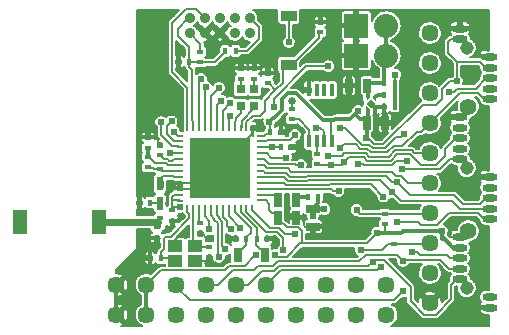
<source format=gbr>
G04 #@! TF.FileFunction,Copper,L1,Top,Signal*
%FSLAX46Y46*%
G04 Gerber Fmt 4.6, Leading zero omitted, Abs format (unit mm)*
G04 Created by KiCad (PCBNEW 0.201502161433+5424~21~ubuntu14.04.1-product) date Mon 16 Feb 2015 01:02:52 PM PST*
%MOMM*%
G01*
G04 APERTURE LIST*
%ADD10C,0.100000*%
%ADD11C,1.399540*%
%ADD12R,0.650000X1.300000*%
%ADD13R,1.250000X2.100000*%
%ADD14R,0.797560X0.797560*%
%ADD15R,2.032000X2.032000*%
%ADD16O,2.032000X2.032000*%
%ADD17C,1.450000*%
%ADD18R,0.400000X1.100000*%
%ADD19R,0.599440X0.248920*%
%ADD20R,0.248920X0.599440*%
%ADD21R,5.150000X5.150000*%
%ADD22R,0.635000X1.143000*%
%ADD23R,0.398780X0.599440*%
%ADD24R,0.599440X0.398780*%
%ADD25R,1.143000X0.635000*%
%ADD26C,0.889000*%
%ADD27R,1.400000X0.950000*%
%ADD28R,1.200000X1.000000*%
%ADD29C,1.145540*%
%ADD30R,0.300000X0.210000*%
%ADD31R,0.100000X0.430000*%
%ADD32O,1.270000X0.635000*%
%ADD33C,0.609600*%
%ADD34C,0.635000*%
%ADD35C,0.177800*%
%ADD36C,0.304800*%
%ADD37C,0.609600*%
G04 APERTURE END LIST*
D10*
D11*
X90868500Y-118364000D03*
D12*
X73692000Y-120396000D03*
X71342000Y-120396000D03*
D13*
X59636000Y-117602000D03*
X52886000Y-117602000D03*
D14*
X71628000Y-107810300D03*
X71628000Y-106311700D03*
X72771000Y-107810300D03*
X72771000Y-106311700D03*
D15*
X81407000Y-100965000D03*
D16*
X83947000Y-100965000D03*
D15*
X81407000Y-103505000D03*
D16*
X83947000Y-103505000D03*
D17*
X87630000Y-124460000D03*
X87630000Y-121920000D03*
X87630000Y-119380000D03*
X87630000Y-116840000D03*
X87630000Y-114300000D03*
X87630000Y-111760000D03*
X87630000Y-109220000D03*
X87630000Y-106680000D03*
X87630000Y-104140000D03*
X87630000Y-101600000D03*
D18*
X79334000Y-106435000D03*
X78684000Y-106435000D03*
X78034000Y-106435000D03*
X77384000Y-106435000D03*
X77384000Y-110735000D03*
X78034000Y-110735000D03*
X78684000Y-110735000D03*
X79334000Y-110735000D03*
D19*
X73248520Y-115778280D03*
X73248520Y-115277900D03*
X73248520Y-114777520D03*
X73248520Y-114277140D03*
X73248520Y-113779300D03*
X73248520Y-113278920D03*
X73248520Y-112778540D03*
X73248520Y-112278160D03*
X73248520Y-111777780D03*
X73248520Y-111277400D03*
X73248520Y-110777020D03*
X73248520Y-110279180D03*
X66451480Y-114282220D03*
X66451480Y-114780060D03*
X66451480Y-115280440D03*
X66451480Y-115780820D03*
D20*
X70599300Y-109628940D03*
X70100000Y-109630000D03*
X69601080Y-109628940D03*
X69100700Y-109628940D03*
X68600320Y-109628940D03*
X68099940Y-109628940D03*
X67599560Y-109628940D03*
X67099180Y-109628940D03*
X72598280Y-109628940D03*
X72097900Y-109628940D03*
X71597520Y-109628940D03*
X71099680Y-109628940D03*
D19*
X66451480Y-110281720D03*
X66448940Y-110782100D03*
X66448940Y-111279940D03*
X66448940Y-111780320D03*
X66448940Y-112280700D03*
X66448940Y-112781080D03*
X66448940Y-113281460D03*
X66448940Y-113781840D03*
D20*
X67099180Y-116428520D03*
X67599560Y-116428520D03*
X68099940Y-116428520D03*
X68597780Y-116428520D03*
X69098160Y-116428520D03*
X69598540Y-116428520D03*
X70098920Y-116428520D03*
X70599300Y-116428520D03*
X71099680Y-116428520D03*
X71600060Y-116428520D03*
X72097900Y-116428520D03*
X72598280Y-116428520D03*
D21*
X69850000Y-113030000D03*
D22*
X82296000Y-106045000D03*
X80772000Y-106045000D03*
D23*
X75887580Y-111252000D03*
X74988420Y-111252000D03*
D24*
X73914000Y-104960420D03*
X73914000Y-105859580D03*
X68961000Y-120591580D03*
X68961000Y-119692420D03*
D23*
X73855580Y-118999000D03*
X72956420Y-118999000D03*
D22*
X82296000Y-109220000D03*
X83820000Y-109220000D03*
D23*
X74998580Y-109982000D03*
X74099420Y-109982000D03*
X63939420Y-120650000D03*
X64838580Y-120650000D03*
X71178420Y-118999000D03*
X72077580Y-118999000D03*
D22*
X74803000Y-117221000D03*
X76327000Y-117221000D03*
D24*
X63750142Y-110428052D03*
X63750142Y-111327212D03*
X68199000Y-118559580D03*
X68199000Y-117660420D03*
X64770000Y-114739420D03*
X64770000Y-115638580D03*
D23*
X63050420Y-115951000D03*
X63949580Y-115951000D03*
D24*
X65836800Y-117518180D03*
X65836800Y-116619020D03*
D25*
X77724000Y-116459000D03*
X77724000Y-117983000D03*
D24*
X64516000Y-118940580D03*
X64516000Y-118041420D03*
X63750142Y-112978212D03*
X63750142Y-112079052D03*
X64770000Y-113987580D03*
X64770000Y-113088420D03*
D22*
X76327000Y-115697000D03*
X74803000Y-115697000D03*
D23*
X77274420Y-115443000D03*
X78173580Y-115443000D03*
D24*
X64770000Y-116390420D03*
X64770000Y-117289580D03*
D23*
X84650580Y-105791000D03*
X83751420Y-105791000D03*
X83751420Y-107823000D03*
X84650580Y-107823000D03*
D24*
X71628000Y-104579420D03*
X71628000Y-105478580D03*
X78359000Y-100642420D03*
X78359000Y-101541580D03*
D23*
X84650580Y-106807000D03*
X83751420Y-106807000D03*
D24*
X72771000Y-104579420D03*
X72771000Y-105478580D03*
D23*
X71188580Y-103124000D03*
X70289420Y-103124000D03*
D24*
X68199000Y-104081580D03*
X68199000Y-103182420D03*
D23*
X66352420Y-104013000D03*
X67251580Y-104013000D03*
D24*
X78105000Y-111818420D03*
X78105000Y-112717580D03*
X75946000Y-108907580D03*
X75946000Y-108008420D03*
X83820000Y-116898420D03*
X83820000Y-117797580D03*
X84582000Y-119448580D03*
X84582000Y-118549420D03*
X64770000Y-111056420D03*
X64770000Y-111955580D03*
D26*
X67310000Y-101600000D03*
X67310000Y-100330000D03*
X68580000Y-101600000D03*
X68580000Y-100330000D03*
X69850000Y-101600000D03*
X69850000Y-100330000D03*
X71120000Y-101600000D03*
X71120000Y-100330000D03*
X72390000Y-101600000D03*
X72390000Y-100330000D03*
D27*
X75692000Y-100160000D03*
X75692000Y-104310000D03*
D28*
X67779000Y-120919000D03*
X66079000Y-120919000D03*
X66079000Y-119619000D03*
X67779000Y-119619000D03*
D29*
X90741500Y-102870000D03*
D11*
X90868500Y-107823000D03*
D29*
X90741500Y-113030000D03*
X90741500Y-123190000D03*
D17*
X61087000Y-122936000D03*
X63627000Y-122936000D03*
X66167000Y-122936000D03*
X68707000Y-122936000D03*
X71247000Y-122936000D03*
X73787000Y-122936000D03*
X76327000Y-122936000D03*
X78867000Y-122936000D03*
X81407000Y-122936000D03*
X83947000Y-122936000D03*
X61087000Y-125476000D03*
X63627000Y-125476000D03*
X66167000Y-125476000D03*
X68707000Y-125476000D03*
X71247000Y-125476000D03*
X73787000Y-125476000D03*
X76327000Y-125476000D03*
X78867000Y-125476000D03*
X81407000Y-125476000D03*
X83947000Y-125476000D03*
D10*
G36*
X82202000Y-108124000D02*
X82202000Y-107694000D01*
X82402000Y-107894000D01*
X82402000Y-107924000D01*
X82202000Y-108124000D01*
X82202000Y-108124000D01*
G37*
G36*
X82302000Y-108224000D02*
X82302000Y-107794000D01*
X82502000Y-107994000D01*
X82502000Y-108024000D01*
X82302000Y-108224000D01*
X82302000Y-108224000D01*
G37*
D30*
X82352000Y-108119000D03*
D31*
X82252000Y-108009000D03*
X83102000Y-108009000D03*
D30*
X83002000Y-108119000D03*
D10*
G36*
X83052000Y-107794000D02*
X83052000Y-108224000D01*
X82852000Y-108024000D01*
X82852000Y-107994000D01*
X83052000Y-107794000D01*
X83052000Y-107794000D01*
G37*
G36*
X83052000Y-106914000D02*
X83052000Y-107344000D01*
X82852000Y-107144000D01*
X82852000Y-107114000D01*
X83052000Y-106914000D01*
X83052000Y-106914000D01*
G37*
D30*
X83002000Y-107019000D03*
D31*
X83102000Y-107129000D03*
X82252000Y-107129000D03*
D30*
X82352000Y-107019000D03*
D10*
G36*
X82302000Y-107344000D02*
X82302000Y-106914000D01*
X82502000Y-107114000D01*
X82502000Y-107144000D01*
X82302000Y-107344000D01*
X82302000Y-107344000D01*
G37*
G36*
X82677000Y-107910250D02*
X82335750Y-107569000D01*
X82677000Y-107227750D01*
X83018250Y-107569000D01*
X82677000Y-107910250D01*
X82677000Y-107910250D01*
G37*
D32*
X90170000Y-108712000D03*
X90170000Y-109601000D03*
X90170000Y-110490000D03*
X90170000Y-111379000D03*
X90170000Y-112268000D03*
X92710000Y-113792000D03*
X92710000Y-114681000D03*
X92710000Y-115570000D03*
X92710000Y-116459000D03*
X92710000Y-117348000D03*
X92710000Y-103632000D03*
X92710000Y-104521000D03*
X92710000Y-105410000D03*
X92710000Y-106299000D03*
X92710000Y-107188000D03*
X90170000Y-118872000D03*
X90170000Y-119761000D03*
X90170000Y-120650000D03*
X90170000Y-121539000D03*
X90170000Y-122428000D03*
X92710000Y-124841000D03*
X92710000Y-123952000D03*
X90170000Y-101219000D03*
X90170000Y-102108000D03*
D33*
X89025409Y-122050183D03*
X66802000Y-118618000D03*
X65519040Y-118203708D03*
X66557157Y-117084843D03*
X68961000Y-119010418D03*
X70586630Y-119126000D03*
X63754000Y-109753400D03*
X77749400Y-118694200D03*
X74599800Y-119202200D03*
X73253600Y-109397800D03*
X77419200Y-105130600D03*
X76584122Y-111248623D03*
X71628000Y-103886000D03*
X72771000Y-103886000D03*
X71628000Y-114808000D03*
X68072000Y-114808000D03*
X71755000Y-111125000D03*
X68072000Y-111125000D03*
X69850000Y-113030000D03*
X66675000Y-104902000D03*
X63754000Y-118872000D03*
X63119000Y-115062000D03*
X80772000Y-105029000D03*
X63119000Y-120015000D03*
X62103000Y-121158000D03*
X63119000Y-108585000D03*
X63119000Y-107188000D03*
X63119000Y-105791000D03*
X63119000Y-104394000D03*
X63119000Y-102870000D03*
X63119000Y-101473000D03*
X63119000Y-99949000D03*
X64389000Y-99949000D03*
X65786000Y-99949000D03*
X63119000Y-113919000D03*
X75692000Y-117094000D03*
X69215000Y-103378000D03*
X76835000Y-120218201D03*
X88900000Y-104521000D03*
X87757000Y-110490000D03*
X89535000Y-117729000D03*
X67691000Y-113411000D03*
X89925055Y-114741399D03*
X91440000Y-115443000D03*
X86487000Y-110998000D03*
X78867000Y-115697000D03*
X90714217Y-105727480D03*
X91663119Y-105059881D03*
X63068200Y-109753400D03*
X69088000Y-121081770D03*
X80016612Y-106172000D03*
X80772000Y-107061000D03*
X78801018Y-119976290D03*
X84875157Y-108604675D03*
X83312000Y-110363000D03*
X63119000Y-116713000D03*
X64003942Y-116733332D03*
X63119000Y-118491000D03*
X62992000Y-112522000D03*
X62992000Y-110871000D03*
X66332357Y-108542919D03*
X89027000Y-110109000D03*
X75643216Y-109679216D03*
X65659000Y-114427000D03*
X88646000Y-118364000D03*
X72884398Y-120399185D03*
X75692000Y-102362000D03*
X74041000Y-109093000D03*
X83185000Y-118491000D03*
X89916000Y-105664000D03*
X81534000Y-108204000D03*
X74543475Y-120399185D03*
X82207464Y-110478678D03*
X77724000Y-117094000D03*
X66478132Y-116301406D03*
X78689302Y-116509698D03*
X79019400Y-104419400D03*
X84709000Y-105156000D03*
X74396600Y-107848400D03*
X74295000Y-111252000D03*
X79242568Y-112761149D03*
X81773955Y-119976290D03*
X80389116Y-112539804D03*
X70685618Y-108660708D03*
X81419720Y-116586000D03*
D34*
X75946000Y-107327720D03*
D33*
X70746608Y-107517687D03*
X89231989Y-106594625D03*
X78994000Y-112014000D03*
X75438000Y-112140953D03*
X76708000Y-112776000D03*
X80014684Y-111328091D03*
X84874129Y-114243231D03*
X84455000Y-115062000D03*
X84836000Y-117602000D03*
X83693020Y-115443000D03*
X77978000Y-109601000D03*
X76200000Y-110236000D03*
X86106000Y-120142000D03*
X85471000Y-110109000D03*
X85344000Y-123444000D03*
X80010000Y-109601000D03*
X69980330Y-107336482D03*
X85344000Y-120904000D03*
X69772654Y-106238047D03*
X81534000Y-112699848D03*
X85657983Y-112442951D03*
X68673911Y-106179493D03*
X82804000Y-120954800D03*
X68249800Y-105486200D03*
X83467215Y-121379257D03*
X85234372Y-113106706D03*
X65946391Y-109942480D03*
X65759137Y-109082767D03*
X64873454Y-109147175D03*
X65665421Y-111745768D03*
X68964843Y-118223016D03*
X69786480Y-120556387D03*
X70298346Y-119890969D03*
X70785817Y-118206503D03*
X71562219Y-118075285D03*
X75225655Y-120005932D03*
X76179788Y-118630721D03*
X79898295Y-114970997D03*
D35*
X89025409Y-122481235D02*
X89025409Y-122050183D01*
X89025409Y-123064591D02*
X89025409Y-122481235D01*
X87630000Y-124460000D02*
X89025409Y-123064591D01*
X66079000Y-119619000D02*
X66079000Y-119087000D01*
X66079000Y-119087000D02*
X66548000Y-118618000D01*
X66548000Y-118618000D02*
X66802000Y-118618000D01*
X65823839Y-117821570D02*
X65823839Y-117898909D01*
X65823839Y-117898909D02*
X65519040Y-118203708D01*
X65786000Y-117783731D02*
X65823839Y-117821570D01*
X65786000Y-117783731D02*
X65858269Y-117783731D01*
X65858269Y-117783731D02*
X66557157Y-117084843D01*
X68299330Y-118559580D02*
X68750168Y-119010418D01*
X71178420Y-118999000D02*
X70713630Y-118999000D01*
X68199000Y-118559580D02*
X68299330Y-118559580D01*
X68750168Y-119010418D02*
X68961000Y-119010418D01*
X70713630Y-118999000D02*
X70586630Y-119126000D01*
X63750142Y-110428052D02*
X63750142Y-109757258D01*
X63750142Y-109757258D02*
X63754000Y-109753400D01*
D36*
X77724000Y-118618000D02*
X77749400Y-118643400D01*
X77724000Y-117983000D02*
X77724000Y-118618000D01*
X77749400Y-118643400D02*
X77749400Y-118694200D01*
D35*
X74396600Y-118999000D02*
X74599800Y-119202200D01*
X73855580Y-118999000D02*
X74396600Y-118999000D01*
X73022460Y-109628940D02*
X73253600Y-109397800D01*
X72598280Y-109628940D02*
X73022460Y-109628940D01*
X78756762Y-105130600D02*
X77419200Y-105130600D01*
X77384000Y-106435000D02*
X77384000Y-105165800D01*
X78858362Y-105029000D02*
X78756762Y-105130600D01*
X77384000Y-105165800D02*
X77419200Y-105130600D01*
X65836800Y-117518180D02*
X65836800Y-117732931D01*
X65836800Y-117732931D02*
X65786000Y-117783731D01*
X73914000Y-104960420D02*
X73914000Y-104013000D01*
X73914000Y-104013000D02*
X73787000Y-103886000D01*
X73787000Y-103886000D02*
X72771000Y-103886000D01*
D36*
X61087000Y-122936000D02*
X61087000Y-125476000D01*
D35*
X81407000Y-100965000D02*
X81407000Y-103505000D01*
X75887580Y-111252000D02*
X76580745Y-111252000D01*
X71628000Y-104579420D02*
X71628000Y-103886000D01*
X72771000Y-104579420D02*
X72771000Y-103886000D01*
X71628000Y-113284000D02*
X71628000Y-114394909D01*
X71882000Y-113030000D02*
X71628000Y-113284000D01*
X71628000Y-114394909D02*
X71628000Y-114808000D01*
X69850000Y-113030000D02*
X71628000Y-114808000D01*
X68072000Y-114808000D02*
X71628000Y-114808000D01*
X71755000Y-111125000D02*
X68072000Y-111125000D01*
X69850000Y-113030000D02*
X71755000Y-111125000D01*
X66451480Y-114282220D02*
X68199000Y-114282220D01*
X68199000Y-114282220D02*
X68199000Y-113792000D01*
X68199000Y-113792000D02*
X68707000Y-113284000D01*
X68707000Y-113284000D02*
X69596000Y-113284000D01*
X69596000Y-113284000D02*
X69850000Y-113030000D01*
D36*
X83002000Y-108119000D02*
X83002000Y-107894000D01*
X83002000Y-107894000D02*
X82677000Y-107569000D01*
X82677000Y-107651447D02*
X82677000Y-107569000D01*
X83693000Y-108839000D02*
X83693000Y-109093000D01*
X83312200Y-108839000D02*
X83693000Y-108839000D01*
X83693000Y-109093000D02*
X83820000Y-109220000D01*
X83002000Y-108528800D02*
X83312200Y-108839000D01*
X83002000Y-108119000D02*
X83002000Y-108528800D01*
X83751420Y-109151420D02*
X83820000Y-109220000D01*
X83751420Y-107823000D02*
X83751420Y-109151420D01*
D35*
X66352420Y-104579420D02*
X66675000Y-104902000D01*
X66352420Y-104013000D02*
X66352420Y-104579420D01*
X68099940Y-114780060D02*
X69850000Y-113030000D01*
X66451480Y-114780060D02*
X68099940Y-114780060D01*
X63050420Y-115130580D02*
X63119000Y-115062000D01*
X63050420Y-115951000D02*
X63050420Y-115130580D01*
X80772000Y-106045000D02*
X80772000Y-105029000D01*
X69850000Y-112903000D02*
X69850000Y-113030000D01*
X72598280Y-110154720D02*
X69850000Y-112903000D01*
X72598280Y-109628940D02*
X72598280Y-110154720D01*
X63119000Y-120142000D02*
X62103000Y-121158000D01*
X63119000Y-120015000D02*
X63119000Y-120142000D01*
X63119000Y-107188000D02*
X63119000Y-105791000D01*
X63119000Y-104394000D02*
X63119000Y-102870000D01*
X63119000Y-101473000D02*
X63119000Y-99949000D01*
X64389000Y-99949000D02*
X65786000Y-99949000D01*
X63119000Y-115062000D02*
X63119000Y-113919000D01*
X61087000Y-122783600D02*
X61087000Y-122936000D01*
X62395099Y-121475501D02*
X62377743Y-121492857D01*
X62395099Y-121450099D02*
X62395099Y-121475501D01*
X62103000Y-121158000D02*
X62395099Y-121450099D01*
X62377743Y-121492857D02*
X61087000Y-122783600D01*
X62712600Y-121158000D02*
X62377743Y-121492857D01*
D36*
X76327000Y-117221000D02*
X75704700Y-117221000D01*
X75704700Y-117221000D02*
X75692000Y-117208300D01*
X75692000Y-117208300D02*
X75692000Y-117094000D01*
D35*
X80358909Y-105029000D02*
X80772000Y-105029000D01*
X80346208Y-105041701D02*
X80358909Y-105029000D01*
X78871063Y-105041701D02*
X80346208Y-105041701D01*
X78858362Y-105029000D02*
X78871063Y-105041701D01*
X89331800Y-101219000D02*
X90170000Y-101219000D01*
X88696790Y-101854010D02*
X89331800Y-101219000D01*
X88696790Y-103904699D02*
X88696790Y-101854010D01*
X88900000Y-104107909D02*
X88696790Y-103904699D01*
X88900000Y-104521000D02*
X88900000Y-104107909D01*
X69469000Y-103124000D02*
X69215000Y-103378000D01*
X69469000Y-101981000D02*
X69469000Y-103124000D01*
X69850000Y-101600000D02*
X69469000Y-101981000D01*
X65878580Y-119819420D02*
X66079000Y-119619000D01*
X68072000Y-111125000D02*
X67945000Y-111125000D01*
X90626656Y-115443000D02*
X91440000Y-115443000D01*
X89925055Y-114741399D02*
X90626656Y-115443000D01*
X87757000Y-110490000D02*
X86995000Y-110490000D01*
X86995000Y-110490000D02*
X86487000Y-110998000D01*
X77724000Y-117983000D02*
X78498700Y-117983000D01*
X78498700Y-117983000D02*
X79502000Y-116979700D01*
X79502000Y-116332000D02*
X78867000Y-115697000D01*
X79502000Y-116979700D02*
X79502000Y-116332000D01*
X78359000Y-100642420D02*
X79560420Y-100642420D01*
X79883000Y-100965000D02*
X81407000Y-100965000D01*
X79560420Y-100642420D02*
X79883000Y-100965000D01*
X76962000Y-117221000D02*
X76327000Y-117221000D01*
X76962000Y-117856000D02*
X76962000Y-117221000D01*
X77089000Y-117983000D02*
X76962000Y-117856000D01*
X77724000Y-117983000D02*
X77089000Y-117983000D01*
X91663119Y-105059881D02*
X90995520Y-105727480D01*
X90995520Y-105727480D02*
X90714217Y-105727480D01*
X64530252Y-110428052D02*
X63750142Y-110428052D01*
X64592200Y-110490000D02*
X64530252Y-110428052D01*
X64592200Y-110878620D02*
X64592200Y-110490000D01*
X64770000Y-111056420D02*
X64592200Y-110878620D01*
X63119000Y-108585000D02*
X63119000Y-109702600D01*
X63119000Y-109702600D02*
X63068200Y-109753400D01*
X68961000Y-120968770D02*
X69074000Y-121081770D01*
X68961000Y-120591580D02*
X68961000Y-120968770D01*
X69074000Y-121081770D02*
X69088000Y-121081770D01*
X67779000Y-120919000D02*
X68925230Y-120919000D01*
X68925230Y-120919000D02*
X69088000Y-121081770D01*
X79304664Y-105029000D02*
X80016612Y-105740948D01*
X78858362Y-105029000D02*
X79304664Y-105029000D01*
X80016612Y-105740948D02*
X80016612Y-106172000D01*
X80772000Y-106045000D02*
X80143612Y-106045000D01*
X80143612Y-106045000D02*
X80016612Y-106172000D01*
X80772000Y-106045000D02*
X80772000Y-107061000D01*
X76835000Y-120218201D02*
X78559107Y-120218201D01*
X78559107Y-120218201D02*
X78801018Y-119976290D01*
X84315300Y-109220000D02*
X84875157Y-108660143D01*
X84875157Y-108660143D02*
X84875157Y-108604675D01*
X83820000Y-109220000D02*
X84315300Y-109220000D01*
X83693000Y-109982000D02*
X83312000Y-110363000D01*
X83693000Y-109220000D02*
X83693000Y-109982000D01*
X83820000Y-109220000D02*
X83693000Y-109220000D01*
X63050420Y-116644420D02*
X63119000Y-116713000D01*
X63050420Y-115951000D02*
X63050420Y-116644420D01*
X64770000Y-118940581D02*
X63568581Y-118940581D01*
X63568581Y-118940581D02*
X63119000Y-118491000D01*
X62992000Y-112522000D02*
X62992000Y-110871000D01*
X89662000Y-117856000D02*
X89535000Y-117729000D01*
X87757000Y-110490000D02*
X88646000Y-110490000D01*
X88646000Y-110490000D02*
X88722201Y-110413799D01*
X88722201Y-110413799D02*
X89027000Y-110109000D01*
X89027000Y-109677948D02*
X89027000Y-110109000D01*
X89027000Y-108966000D02*
X89027000Y-109677948D01*
X89281000Y-108712000D02*
X89027000Y-108966000D01*
X90170000Y-108712000D02*
X89281000Y-108712000D01*
X82677000Y-107569000D02*
X82865518Y-107569000D01*
X83624420Y-107696000D02*
X83751420Y-107823000D01*
X83002000Y-108119000D02*
X83002000Y-107810800D01*
D36*
X82931000Y-107823000D02*
X83751420Y-107823000D01*
X82677000Y-107569000D02*
X82931000Y-107823000D01*
D35*
X89458800Y-117805200D02*
X89535000Y-117729000D01*
X89458800Y-118618000D02*
X89458800Y-117805200D01*
X89357200Y-118872000D02*
X89255600Y-118770400D01*
X90170000Y-118872000D02*
X89357200Y-118872000D01*
X89255600Y-118770400D02*
X89255600Y-118262400D01*
X89230201Y-118033799D02*
X89535000Y-117729000D01*
X89230201Y-118237001D02*
X89230201Y-118033799D01*
X89255600Y-118262400D02*
X89230201Y-118237001D01*
X74998580Y-109982000D02*
X75375770Y-109982000D01*
X75375770Y-109982000D02*
X75643216Y-109714554D01*
X75643216Y-109714554D02*
X75643216Y-109679216D01*
X66451480Y-114282220D02*
X65803780Y-114282220D01*
X65803780Y-114282220D02*
X65659000Y-114427000D01*
X66451480Y-114780060D02*
X66276220Y-114780060D01*
X65923160Y-114427000D02*
X65659000Y-114427000D01*
X66276220Y-114780060D02*
X65923160Y-114427000D01*
X64838580Y-120172480D02*
X65151000Y-119860060D01*
X65151000Y-118966938D02*
X65265639Y-118852299D01*
X67228781Y-116910645D02*
X67099180Y-116781044D01*
X64838580Y-120650000D02*
X64838580Y-120172480D01*
X65151000Y-119860060D02*
X65151000Y-118966938D01*
X65265639Y-118852299D02*
X65678701Y-118852299D01*
X65678701Y-118852299D02*
X67228781Y-117302219D01*
X67228781Y-117302219D02*
X67228781Y-116910645D01*
X67099180Y-116781044D02*
X67099180Y-116428520D01*
X64838580Y-120650000D02*
X65810000Y-120650000D01*
X65810000Y-120650000D02*
X66079000Y-120919000D01*
X66079000Y-120919000D02*
X66279000Y-120919000D01*
X65878580Y-120718580D02*
X66079000Y-120919000D01*
X67599560Y-119439560D02*
X67779000Y-119619000D01*
X67599560Y-116428520D02*
X67599560Y-119439560D01*
X67852420Y-119692420D02*
X67779000Y-119619000D01*
X68961000Y-119692420D02*
X67852420Y-119692420D01*
D36*
X84523580Y-118491000D02*
X83850080Y-118491000D01*
X83850080Y-118491000D02*
X83185000Y-118491000D01*
D35*
X83820000Y-117797580D02*
X83820000Y-118174770D01*
X83820000Y-118174770D02*
X83850080Y-118204850D01*
X83850080Y-118204850D02*
X83850080Y-118491000D01*
D36*
X85371940Y-118364000D02*
X85411141Y-118324799D01*
X85411141Y-118324799D02*
X88175747Y-118324799D01*
X90170000Y-119761000D02*
X89611948Y-119761000D01*
X88646000Y-118795052D02*
X88646000Y-118364000D01*
X88646000Y-118999000D02*
X88646000Y-118364000D01*
X89611948Y-119761000D02*
X88646000Y-118795052D01*
X88214948Y-118364000D02*
X88646000Y-118364000D01*
X84582000Y-118549420D02*
X85186520Y-118549420D01*
X85186520Y-118549420D02*
X85411141Y-118324799D01*
X88175747Y-118324799D02*
X88214948Y-118364000D01*
D35*
X63627000Y-122936000D02*
X64871610Y-121691390D01*
X64871610Y-121691390D02*
X70291684Y-121691390D01*
X72771000Y-120396000D02*
X72881213Y-120396000D01*
X70291684Y-121691390D02*
X70647294Y-121335780D01*
X70647294Y-121335780D02*
X71944608Y-121335780D01*
X72771000Y-120509388D02*
X72771000Y-120396000D01*
X71944608Y-121335780D02*
X72771000Y-120509388D01*
X72881213Y-120396000D02*
X72884398Y-120399185D01*
X89916000Y-104521000D02*
X89916000Y-105664000D01*
X73248520Y-115778280D02*
X73741280Y-115778280D01*
X73741280Y-115778280D02*
X74015600Y-116052600D01*
X74015600Y-116052600D02*
X74015600Y-116560600D01*
X74015600Y-116560600D02*
X74295000Y-116840000D01*
X74295000Y-116840000D02*
X74676000Y-116840000D01*
X74676000Y-116840000D02*
X74676000Y-117094000D01*
X74676000Y-117094000D02*
X74803000Y-117221000D01*
X75692000Y-100160000D02*
X75692000Y-102362000D01*
X84523580Y-118491000D02*
X84582000Y-118549420D01*
D36*
X63627000Y-122936000D02*
X63627000Y-125476000D01*
D35*
X68199000Y-103182420D02*
X68199000Y-102489000D01*
X68199000Y-102489000D02*
X67310000Y-101600000D01*
D36*
X82352000Y-109164000D02*
X82296000Y-109220000D01*
X82352000Y-108119000D02*
X82352000Y-109164000D01*
D35*
X73787000Y-110109000D02*
X73972420Y-110109000D01*
X73972420Y-110109000D02*
X74099420Y-109982000D01*
X73616820Y-110279180D02*
X73787000Y-110109000D01*
X73248520Y-110279180D02*
X73616820Y-110279180D01*
X74099420Y-109151420D02*
X74041000Y-109093000D01*
X74099420Y-109982000D02*
X74099420Y-109151420D01*
D36*
X74803000Y-117221000D02*
X74803000Y-117348000D01*
X79121000Y-108966000D02*
X79334000Y-108966000D01*
X79334000Y-110735000D02*
X79324200Y-110725200D01*
X79638635Y-108839000D02*
X80899000Y-108839000D01*
X79511635Y-108966000D02*
X79638635Y-108839000D01*
X79334000Y-108966000D02*
X79511635Y-108966000D01*
X81737948Y-108839000D02*
X81324792Y-108425844D01*
X82169000Y-108839000D02*
X81737948Y-108839000D01*
X82296000Y-109220000D02*
X82169000Y-109093000D01*
X81324792Y-108425844D02*
X81312156Y-108425844D01*
X81312156Y-108425844D02*
X81534000Y-108204000D01*
X82169000Y-109093000D02*
X82169000Y-108839000D01*
X80899000Y-108839000D02*
X81312156Y-108425844D01*
D35*
X79222559Y-109067559D02*
X79121000Y-108966000D01*
X79324200Y-110725200D02*
X79222559Y-110623559D01*
X79222559Y-110623559D02*
X79222559Y-109067559D01*
D36*
X79334000Y-108966000D02*
X78549500Y-108966000D01*
X75628500Y-106680000D02*
X75082401Y-107226099D01*
X74345799Y-108788201D02*
X74041000Y-109093000D01*
X75082401Y-107226099D02*
X75082401Y-108153201D01*
X75082401Y-108153201D02*
X74447401Y-108788201D01*
X74447401Y-108788201D02*
X74345799Y-108788201D01*
X78549500Y-108966000D02*
X76263500Y-106680000D01*
X76263500Y-106680000D02*
X75628500Y-106680000D01*
D35*
X76771499Y-118343677D02*
X76771499Y-119305910D01*
X75514201Y-118059201D02*
X76487023Y-118059201D01*
X74803000Y-117348000D02*
X75514201Y-118059201D01*
X74721723Y-120577433D02*
X74543475Y-120399185D01*
X76487023Y-118059201D02*
X76771499Y-118343677D01*
X75499976Y-120577433D02*
X74721723Y-120577433D01*
X82271230Y-119404770D02*
X83185000Y-118491000D01*
X76771499Y-119305910D02*
X76672639Y-119404770D01*
X76672639Y-119404770D02*
X82271230Y-119404770D01*
X76672639Y-119404770D02*
X75499976Y-120577433D01*
D36*
X82296000Y-109220000D02*
X82296000Y-110363000D01*
X82207464Y-110451536D02*
X82207464Y-110478678D01*
X82296000Y-110363000D02*
X82207464Y-110451536D01*
D35*
X89916000Y-105664000D02*
X89328954Y-105664000D01*
X87024391Y-107671701D02*
X83698093Y-110997999D01*
X88621701Y-107156017D02*
X88106017Y-107671701D01*
X89328954Y-105664000D02*
X88621701Y-106371253D01*
X83698093Y-110997999D02*
X82930999Y-110997999D01*
X88106017Y-107671701D02*
X87024391Y-107671701D01*
X88621701Y-106371253D02*
X88621701Y-107156017D01*
X82930999Y-110997999D02*
X82296000Y-110363000D01*
X89408000Y-102108000D02*
X90170000Y-102108000D01*
X89154000Y-102362000D02*
X89408000Y-102108000D01*
X89916000Y-104013000D02*
X89154000Y-103251000D01*
X89154000Y-103251000D02*
X89154000Y-102362000D01*
X89916000Y-104521000D02*
X89916000Y-104013000D01*
X89916000Y-104025700D02*
X89916000Y-104521000D01*
X91897200Y-104025700D02*
X89916000Y-104025700D01*
X92392500Y-104521000D02*
X91897200Y-104025700D01*
X92710000Y-104521000D02*
X92392500Y-104521000D01*
X68099940Y-116428520D02*
X68099940Y-117561360D01*
X68099940Y-117561360D02*
X68199000Y-117660420D01*
D36*
X77724000Y-116459000D02*
X77724000Y-117094000D01*
D35*
X65786000Y-116400432D02*
X65885026Y-116301406D01*
X65885026Y-116301406D02*
X66478132Y-116301406D01*
X65786000Y-115983375D02*
X65786000Y-116400432D01*
X65836800Y-116619020D02*
X65836800Y-116451232D01*
X65836800Y-116451232D02*
X65786000Y-116400432D01*
D36*
X78173580Y-115443000D02*
X78173580Y-116009420D01*
X78173580Y-116009420D02*
X77724000Y-116459000D01*
X78689302Y-116509698D02*
X77774698Y-116509698D01*
X77774698Y-116509698D02*
X77724000Y-116459000D01*
D35*
X65786000Y-115773200D02*
X65786000Y-115983375D01*
X66443860Y-115773200D02*
X65786000Y-115773200D01*
X66451480Y-115780820D02*
X66443860Y-115773200D01*
X65786000Y-115443000D02*
X65786000Y-115983375D01*
X65948560Y-115280440D02*
X65786000Y-115443000D01*
X66451480Y-115280440D02*
X65948560Y-115280440D01*
X65805539Y-112420390D02*
X65584050Y-112420390D01*
X66448940Y-112280700D02*
X65945229Y-112280700D01*
X65945229Y-112280700D02*
X65805539Y-112420390D01*
X65430379Y-112266719D02*
X65081139Y-112266719D01*
X65584050Y-112420390D02*
X65430379Y-112266719D01*
X65081139Y-112266719D02*
X64770000Y-111955580D01*
X72077580Y-119565420D02*
X72077580Y-118999000D01*
X71755000Y-119888000D02*
X72077580Y-119565420D01*
X71374000Y-119888000D02*
X71755000Y-119888000D01*
X71374000Y-120364000D02*
X71374000Y-119888000D01*
X71342000Y-120396000D02*
X71374000Y-120364000D01*
X71099680Y-116428520D02*
X71099680Y-116766924D01*
X72077580Y-118898670D02*
X72077580Y-118999000D01*
X72454770Y-118521480D02*
X72077580Y-118898670D01*
X72454770Y-118122014D02*
X72454770Y-118521480D01*
X71099680Y-116766924D02*
X72454770Y-118122014D01*
X72898000Y-119057420D02*
X72956420Y-118999000D01*
X72898000Y-119507000D02*
X72898000Y-119057420D01*
X73279000Y-119888000D02*
X72898000Y-119507000D01*
X73533000Y-120237000D02*
X73533000Y-119888000D01*
X73533000Y-119888000D02*
X73279000Y-119888000D01*
X73692000Y-120396000D02*
X73533000Y-120237000D01*
X72956420Y-118120756D02*
X72956420Y-118999000D01*
X71600060Y-116428520D02*
X71600060Y-116764396D01*
X71600060Y-116764396D02*
X72956420Y-118120756D01*
D36*
X83947000Y-100965000D02*
X83947000Y-103505000D01*
X83751420Y-103700580D02*
X83947000Y-103505000D01*
X83751420Y-105791000D02*
X83751420Y-103700580D01*
X82550000Y-105791000D02*
X82296000Y-106045000D01*
X83751420Y-105791000D02*
X82550000Y-105791000D01*
X82352000Y-106101000D02*
X82296000Y-106045000D01*
X82352000Y-107019000D02*
X82352000Y-106101000D01*
X84650580Y-105791000D02*
X84650580Y-106807000D01*
X84650580Y-105791000D02*
X84650580Y-107823000D01*
D35*
X84650580Y-105214420D02*
X84709000Y-105156000D01*
X84650580Y-105791000D02*
X84650580Y-105214420D01*
X77181962Y-104419400D02*
X74396600Y-107204762D01*
X74396600Y-107204762D02*
X74396600Y-107848400D01*
X79019400Y-104419400D02*
X77181962Y-104419400D01*
X73248520Y-111277400D02*
X74269600Y-111277400D01*
X74988420Y-111252000D02*
X74295000Y-111252000D01*
X74269600Y-111277400D02*
X74295000Y-111252000D01*
X78359000Y-101541580D02*
X78232000Y-101668580D01*
X78232000Y-101668580D02*
X78232000Y-101995000D01*
X78232000Y-101995000D02*
X75917000Y-104310000D01*
X75917000Y-104310000D02*
X75692000Y-104310000D01*
X74014330Y-105859580D02*
X74554303Y-106399553D01*
X74554303Y-106399553D02*
X74554303Y-106420697D01*
X74554303Y-106420697D02*
X75184000Y-105791000D01*
X73914000Y-105859580D02*
X74014330Y-105859580D01*
X75184000Y-105791000D02*
X75184000Y-104593000D01*
X75184000Y-104593000D02*
X75467000Y-104310000D01*
X75467000Y-104310000D02*
X75692000Y-104310000D01*
X73660000Y-107315000D02*
X74554303Y-106420697D01*
X73279000Y-108585000D02*
X73660000Y-108204000D01*
X72638920Y-108585000D02*
X73279000Y-108585000D01*
X72097900Y-109126020D02*
X72638920Y-108585000D01*
X73660000Y-108204000D02*
X73660000Y-107315000D01*
X72097900Y-109628940D02*
X72097900Y-109126020D01*
X71247000Y-108767880D02*
X71628000Y-108386880D01*
X71247000Y-108966000D02*
X71247000Y-108767880D01*
X71099680Y-109113320D02*
X71247000Y-108966000D01*
X71099680Y-109628940D02*
X71099680Y-109113320D01*
X71628000Y-108386880D02*
X71628000Y-107810300D01*
X72771000Y-107810300D02*
X72771000Y-107944922D01*
X72771000Y-107944922D02*
X71691511Y-109024411D01*
X71691511Y-109534949D02*
X71597520Y-109628940D01*
X71691511Y-109024411D02*
X71691511Y-109534949D01*
X67099180Y-106215180D02*
X67099180Y-109628940D01*
X65786000Y-104902000D02*
X67099180Y-106215180D01*
X65786000Y-100758397D02*
X65786000Y-104902000D01*
X66976397Y-99568000D02*
X65786000Y-100758397D01*
X67818000Y-99568000D02*
X66976397Y-99568000D01*
X68580000Y-100330000D02*
X67818000Y-99568000D01*
X73152000Y-101092000D02*
X72390000Y-100330000D01*
X73152000Y-102108000D02*
X73152000Y-101092000D01*
X72136000Y-103124000D02*
X73152000Y-102108000D01*
X71188580Y-103124000D02*
X72136000Y-103124000D01*
X84582000Y-119448580D02*
X87561420Y-119448580D01*
X87561420Y-119448580D02*
X87630000Y-119380000D01*
X78148569Y-112761149D02*
X78105000Y-112717580D01*
X79242568Y-112761149D02*
X78148569Y-112761149D01*
X84582000Y-119448580D02*
X84104480Y-119448580D01*
X84104480Y-119448580D02*
X83576770Y-119976290D01*
X83576770Y-119976290D02*
X81773955Y-119976290D01*
X79242568Y-112761149D02*
X80167771Y-112761149D01*
X80167771Y-112761149D02*
X80389116Y-112539804D01*
X88138000Y-112776000D02*
X86836854Y-112776000D01*
X85932304Y-111871450D02*
X84848126Y-111871450D01*
X88900000Y-111442500D02*
X88900000Y-112014000D01*
X88900000Y-112014000D02*
X88138000Y-112776000D01*
X86836854Y-112776000D02*
X85932304Y-111871450D01*
X84299140Y-112420436D02*
X82341804Y-112420436D01*
X82341804Y-112420436D02*
X82049698Y-112128330D01*
X82049698Y-112128330D02*
X80800590Y-112128330D01*
X84848126Y-111871450D02*
X84299140Y-112420436D01*
X89852500Y-110490000D02*
X88900000Y-111442500D01*
X80800590Y-112128330D02*
X80389116Y-112539804D01*
X90170000Y-110490000D02*
X89852500Y-110490000D01*
X70599300Y-109628940D02*
X70599300Y-108747026D01*
X70599300Y-108747026D02*
X70685618Y-108660708D01*
X83820000Y-116898420D02*
X84297520Y-116898420D01*
X84297520Y-116898420D02*
X84582000Y-116898420D01*
X81419720Y-116586000D02*
X81732140Y-116898420D01*
X81732140Y-116898420D02*
X83820000Y-116898420D01*
X84582000Y-116898420D02*
X84481670Y-116898420D01*
X84582000Y-116898420D02*
X87571580Y-116898420D01*
X87571580Y-116898420D02*
X87630000Y-116840000D01*
X75946000Y-108008420D02*
X75946000Y-107327720D01*
X70100000Y-109630000D02*
X70100000Y-108164295D01*
X70100000Y-108164295D02*
X70746608Y-107517687D01*
X92392500Y-105410000D02*
X91503519Y-106298981D01*
X89663041Y-106594625D02*
X89231989Y-106594625D01*
X91503519Y-106298981D02*
X89958685Y-106298981D01*
X89958685Y-106298981D02*
X89663041Y-106594625D01*
X92710000Y-105410000D02*
X92392500Y-105410000D01*
X73550760Y-112778540D02*
X73840301Y-113068081D01*
X75587806Y-113068082D02*
X75905354Y-113385630D01*
X76989610Y-113332650D02*
X84430124Y-113332650D01*
X73840301Y-113068081D02*
X75587806Y-113068082D01*
X73248520Y-112778540D02*
X73550760Y-112778540D01*
X75905354Y-113385630D02*
X76936630Y-113385630D01*
X84430124Y-113332650D02*
X84769204Y-113671730D01*
X84769204Y-113671730D02*
X85148450Y-113671730D01*
X85148450Y-113671730D02*
X85776720Y-114300000D01*
X85776720Y-114300000D02*
X87630000Y-114300000D01*
X76936630Y-113385630D02*
X76989610Y-113332650D01*
X75006948Y-112141000D02*
X75006995Y-112140953D01*
X75006995Y-112140953D02*
X75438000Y-112140953D01*
X74168000Y-112141000D02*
X75006948Y-112141000D01*
X73804780Y-111777780D02*
X74168000Y-112141000D01*
X73248520Y-111777780D02*
X73804780Y-111777780D01*
X80171190Y-111979810D02*
X79459242Y-111979810D01*
X79459242Y-111979810D02*
X79425052Y-112014000D01*
X79425052Y-112014000D02*
X78994000Y-112014000D01*
X82196996Y-111772720D02*
X80378280Y-111772720D01*
X84151842Y-112064826D02*
X82489102Y-112064826D01*
X84700828Y-111515840D02*
X84151842Y-112064826D01*
X86079602Y-111515840D02*
X84700828Y-111515840D01*
X82489102Y-112064826D02*
X82196996Y-111772720D01*
X86323762Y-111760000D02*
X86079602Y-111515840D01*
X87630000Y-111760000D02*
X86323762Y-111760000D01*
X80171190Y-111979810D02*
X80378280Y-111772720D01*
X92710000Y-107188000D02*
X92202000Y-107188000D01*
X92202000Y-107188000D02*
X91694000Y-106680000D01*
X91694000Y-106680000D02*
X90170000Y-106680000D01*
X90170000Y-106680000D02*
X87630000Y-109220000D01*
X73248520Y-112278160D02*
X73560952Y-112278160D01*
X73560952Y-112278160D02*
X73995264Y-112712472D01*
X73995264Y-112712472D02*
X76213420Y-112712472D01*
X76213420Y-112712472D02*
X76276948Y-112776000D01*
X76276948Y-112776000D02*
X76708000Y-112776000D01*
X85308768Y-111160232D02*
X84553528Y-111160232D01*
X84004544Y-111709216D02*
X82636400Y-111709216D01*
X81747380Y-111417110D02*
X81353562Y-111023292D01*
X86524001Y-109944999D02*
X85308768Y-111160232D01*
X86905001Y-109944999D02*
X86524001Y-109944999D01*
X84553528Y-111160232D02*
X84004544Y-111709216D01*
X82636400Y-111709216D02*
X82344294Y-111417110D01*
X82344294Y-111417110D02*
X81747380Y-111417110D01*
X87630000Y-109220000D02*
X86905001Y-109944999D01*
X81353562Y-111023292D02*
X80319483Y-111023292D01*
X80319483Y-111023292D02*
X80014684Y-111328091D01*
X92710000Y-115570000D02*
X92392500Y-115570000D01*
X89662000Y-115316000D02*
X85946898Y-115316000D01*
X92392500Y-115570000D02*
X91852136Y-116110364D01*
X91852136Y-116110364D02*
X90456364Y-116110364D01*
X90456364Y-116110364D02*
X89662000Y-115316000D01*
X85946898Y-115316000D02*
X84874129Y-114243231D01*
X75783423Y-113766607D02*
X77109301Y-113766607D01*
X77187648Y-113688260D02*
X83888106Y-113688260D01*
X77109301Y-113766607D02*
X77187648Y-113688260D01*
X83888106Y-113688260D02*
X84443077Y-114243231D01*
X73248520Y-113278920D02*
X73548232Y-113278920D01*
X73548232Y-113278920D02*
X73693002Y-113423690D01*
X73693002Y-113423690D02*
X75440507Y-113423691D01*
X84443077Y-114243231D02*
X84874129Y-114243231D01*
X75440507Y-113423691D02*
X75783423Y-113766607D01*
X89535000Y-115824000D02*
X85217000Y-115824000D01*
X92703026Y-116465974D02*
X90176974Y-116465974D01*
X90176974Y-116465974D02*
X89535000Y-115824000D01*
X92710000Y-116459000D02*
X92703026Y-116465974D01*
X85217000Y-115824000D02*
X84455000Y-115062000D01*
X77334946Y-114043870D02*
X83436870Y-114043870D01*
X77256599Y-114122217D02*
X77334946Y-114043870D01*
X75293208Y-113779300D02*
X75636125Y-114122217D01*
X83436870Y-114043870D02*
X84455000Y-115062000D01*
X73248520Y-113779300D02*
X75293208Y-113779300D01*
X75636125Y-114122217D02*
X77256599Y-114122217D01*
X92710000Y-117348000D02*
X92202000Y-117348000D01*
X92202000Y-117348000D02*
X91694000Y-116840000D01*
X91694000Y-116840000D02*
X89281000Y-116840000D01*
X86641870Y-117602000D02*
X84836000Y-117602000D01*
X89281000Y-116840000D02*
X88252300Y-117868700D01*
X88252300Y-117868700D02*
X86908570Y-117868700D01*
X86908570Y-117868700D02*
X86641870Y-117602000D01*
X82649500Y-114399480D02*
X83693020Y-115443000D01*
X79075265Y-114477827D02*
X79153612Y-114399480D01*
X75488827Y-114477827D02*
X79075265Y-114477827D01*
X75311000Y-114300000D02*
X75488827Y-114477827D01*
X73248520Y-114277140D02*
X73271380Y-114300000D01*
X79153612Y-114399480D02*
X82649500Y-114399480D01*
X73271380Y-114300000D02*
X75311000Y-114300000D01*
D36*
X77274420Y-115443000D02*
X76581000Y-115443000D01*
X76581000Y-115443000D02*
X76327000Y-115697000D01*
D35*
X73248520Y-115277900D02*
X74510900Y-115277900D01*
X74510900Y-115277900D02*
X74803000Y-115570000D01*
X74803000Y-115570000D02*
X74803000Y-115697000D01*
D36*
X83214000Y-106807000D02*
X83002000Y-107019000D01*
X83751420Y-106807000D02*
X83214000Y-106807000D01*
D35*
X78684000Y-109926000D02*
X78684000Y-110735000D01*
X78359000Y-109601000D02*
X78684000Y-109926000D01*
X77978000Y-109601000D02*
X78359000Y-109601000D01*
X73726040Y-110777020D02*
X73822561Y-110680499D01*
X75755501Y-110680499D02*
X75895201Y-110540799D01*
X73248520Y-110777020D02*
X73726040Y-110777020D01*
X73822561Y-110680499D02*
X75755501Y-110680499D01*
X75895201Y-110540799D02*
X76200000Y-110236000D01*
X75946000Y-108907580D02*
X76522580Y-108907580D01*
X76522580Y-108907580D02*
X77384000Y-109769000D01*
X77384000Y-109769000D02*
X77384000Y-110735000D01*
X78105000Y-110806000D02*
X78034000Y-110735000D01*
X78105000Y-111818420D02*
X78105000Y-110806000D01*
X64770000Y-117707278D02*
X64770000Y-118041421D01*
X64770000Y-117289580D02*
X64770000Y-117707278D01*
X64770000Y-117475000D02*
X64770000Y-117707278D01*
X64643000Y-117602000D02*
X64770000Y-117475000D01*
D37*
X59636000Y-117602000D02*
X64643000Y-117602000D01*
D36*
X63750142Y-111327212D02*
X63750142Y-112079052D01*
D35*
X63850472Y-112079052D02*
X63750142Y-112079052D01*
X65436752Y-112776000D02*
X65283081Y-112622329D01*
X65283081Y-112622329D02*
X64393749Y-112622329D01*
X64393749Y-112622329D02*
X63850472Y-112079052D01*
X65537080Y-112781080D02*
X65532000Y-112776000D01*
X66448940Y-112781080D02*
X65537080Y-112781080D01*
X65532000Y-112776000D02*
X65436752Y-112776000D01*
X64770000Y-114528600D02*
X64770000Y-114739420D01*
D37*
X64770000Y-114528600D02*
X64770000Y-114223800D01*
D35*
X64871561Y-114325361D02*
X64871561Y-114637859D01*
X64871561Y-114637859D02*
X64770000Y-114739420D01*
X64770000Y-113987580D02*
X64770000Y-114198400D01*
X65029081Y-113728499D02*
X64770000Y-113987580D01*
X65918079Y-113728499D02*
X65029081Y-113728499D01*
X65971420Y-113781840D02*
X65918079Y-113728499D01*
X66448940Y-113781840D02*
X65971420Y-113781840D01*
X64770000Y-115962430D02*
X64770000Y-116039436D01*
X64770000Y-116039436D02*
X64770000Y-116390420D01*
X64770000Y-115638580D02*
X64770000Y-116039436D01*
X63949580Y-115951000D02*
X64758570Y-115951000D01*
X64770000Y-115962430D02*
X64758570Y-115951000D01*
X64770000Y-116105671D02*
X64770000Y-116390420D01*
X64770000Y-116105671D02*
X64770000Y-115962430D01*
X71628000Y-105478580D02*
X71628000Y-106311700D01*
X72771000Y-105478580D02*
X72771000Y-106311700D01*
X64963040Y-113281460D02*
X64770000Y-113088420D01*
X66448940Y-113281460D02*
X64963040Y-113281460D01*
X64267080Y-113088420D02*
X64208660Y-113030000D01*
X64770000Y-113088420D02*
X64267080Y-113088420D01*
X63801930Y-113030000D02*
X63750142Y-112978212D01*
X64208660Y-113030000D02*
X63801930Y-113030000D01*
X68199000Y-104081580D02*
X69432170Y-104081580D01*
X69432170Y-104081580D02*
X70289420Y-103224330D01*
X70289420Y-103224330D02*
X70289420Y-103124000D01*
X68199000Y-104081580D02*
X67320160Y-104081580D01*
X67320160Y-104081580D02*
X67251580Y-104013000D01*
X67599560Y-109128548D02*
X67462390Y-108991378D01*
X67251580Y-104490520D02*
X67251580Y-104013000D01*
X67599560Y-109628940D02*
X67599560Y-109128548D01*
X67462390Y-104701330D02*
X67251580Y-104490520D01*
X67462390Y-108991378D02*
X67462390Y-104701330D01*
X67183000Y-100330000D02*
X67310000Y-100330000D01*
X66294000Y-101219000D02*
X67183000Y-100330000D01*
X66294000Y-101854000D02*
X66294000Y-101219000D01*
X67251580Y-102811580D02*
X66294000Y-101854000D01*
X67251580Y-104013000D02*
X67251580Y-102811580D01*
X86537052Y-120142000D02*
X86106000Y-120142000D01*
X89078901Y-120371701D02*
X86766753Y-120371701D01*
X89357200Y-120650000D02*
X89078901Y-120371701D01*
X90170000Y-120650000D02*
X89357200Y-120650000D01*
X86766753Y-120371701D02*
X86537052Y-120142000D01*
X84582000Y-124206000D02*
X85344000Y-123444000D01*
X66167000Y-122936000D02*
X66167000Y-123088400D01*
X66167000Y-123088400D02*
X67284600Y-124206000D01*
X67284600Y-124206000D02*
X84582000Y-124206000D01*
X69601080Y-109628940D02*
X69601080Y-107715732D01*
X69601080Y-107715732D02*
X69980330Y-107336482D01*
X80441052Y-109601000D02*
X80010000Y-109601000D01*
X82491593Y-111061501D02*
X81901553Y-111061501D01*
X83845391Y-111353609D02*
X82783701Y-111353609D01*
X81901553Y-111061501D02*
X80441052Y-109601000D01*
X84785201Y-110413799D02*
X83845391Y-111353609D01*
X85471000Y-110109000D02*
X85166201Y-110413799D01*
X82783701Y-111353609D02*
X82491593Y-111061501D01*
X85166201Y-110413799D02*
X84785201Y-110413799D01*
X85471000Y-120777000D02*
X85344000Y-120904000D01*
X88519000Y-120777000D02*
X85471000Y-120777000D01*
X89281000Y-121539000D02*
X88519000Y-120777000D01*
X90170000Y-121539000D02*
X89281000Y-121539000D01*
X69100700Y-109628940D02*
X69100700Y-106910001D01*
X69100700Y-106910001D02*
X69772654Y-106238047D01*
X84823299Y-120383299D02*
X85344000Y-120904000D01*
X73075820Y-121361180D02*
X74356004Y-121361180D01*
X72745610Y-121691390D02*
X73075820Y-121361180D01*
X69732304Y-122936000D02*
X70976914Y-121691390D01*
X68707000Y-122936000D02*
X69732304Y-122936000D01*
X82212668Y-120383299D02*
X84823299Y-120383299D01*
X81653866Y-120942101D02*
X82212668Y-120383299D01*
X74356004Y-121361180D02*
X74775083Y-120942101D01*
X74775083Y-120942101D02*
X81653866Y-120942101D01*
X70976914Y-121691390D02*
X72745610Y-121691390D01*
X81965052Y-112699848D02*
X82041250Y-112776046D01*
X81534000Y-112699848D02*
X81965052Y-112699848D01*
X82041250Y-112776046D02*
X84446438Y-112776046D01*
X84446438Y-112776046D02*
X84779533Y-112442951D01*
X84779533Y-112442951D02*
X85657983Y-112442951D01*
X74891646Y-121328446D02*
X82430354Y-121328446D01*
X74447391Y-121772701D02*
X74891646Y-121328446D01*
X73435603Y-121772701D02*
X74447391Y-121772701D01*
X71247000Y-122936000D02*
X72272304Y-122936000D01*
X82430354Y-121328446D02*
X82804000Y-120954800D01*
X72272304Y-122936000D02*
X73435603Y-121772701D01*
X68600320Y-109628940D02*
X68600320Y-106253084D01*
X68600320Y-106253084D02*
X68673911Y-106179493D01*
X82969101Y-120789699D02*
X82804000Y-120954800D01*
X83713321Y-120789699D02*
X82969101Y-120789699D01*
X85991700Y-124289418D02*
X85991700Y-123068078D01*
X85991700Y-123068078D02*
X83713321Y-120789699D01*
X87153983Y-125451701D02*
X85991700Y-124289418D01*
X88106017Y-125451701D02*
X87153983Y-125451701D01*
X89408000Y-124149718D02*
X88106017Y-125451701D01*
X89408000Y-122936000D02*
X89408000Y-124149718D01*
X89916000Y-122428000D02*
X89408000Y-122936000D01*
X90170000Y-122428000D02*
X89916000Y-122428000D01*
X83162416Y-121684056D02*
X75038944Y-121684056D01*
X75038944Y-121684056D02*
X73787000Y-122936000D01*
X73787000Y-122936000D02*
X74339975Y-122936000D01*
X68099940Y-105636060D02*
X68249800Y-105486200D01*
X68099940Y-109628940D02*
X68099940Y-105636060D01*
X83162416Y-121684056D02*
X83467215Y-121379257D01*
X85695894Y-113137176D02*
X85665424Y-113106706D01*
X89357200Y-112268000D02*
X88488024Y-113137176D01*
X88488024Y-113137176D02*
X85695894Y-113137176D01*
X85665424Y-113106706D02*
X85234372Y-113106706D01*
X90170000Y-112268000D02*
X89357200Y-112268000D01*
X66451480Y-110281720D02*
X66276220Y-110281720D01*
X66276220Y-110281720D02*
X65946391Y-109951891D01*
X65946391Y-109951891D02*
X65946391Y-109942480D01*
X66448940Y-110782100D02*
X65971420Y-110782100D01*
X65971420Y-110782100D02*
X65341499Y-110152179D01*
X65341499Y-110152179D02*
X65341499Y-109500405D01*
X65341499Y-109500405D02*
X65759137Y-109082767D01*
X66448940Y-111279940D02*
X66343267Y-111174267D01*
X66343267Y-111174267D02*
X65783628Y-111174267D01*
X65783628Y-111174267D02*
X64873454Y-110264093D01*
X64873454Y-110264093D02*
X64873454Y-109147175D01*
X65699973Y-111780320D02*
X65665421Y-111745768D01*
X66448940Y-111780320D02*
X65699973Y-111780320D01*
X68597780Y-116428520D02*
X68597780Y-117111780D01*
X68597780Y-117111780D02*
X68964843Y-117478843D01*
X68964843Y-117478843D02*
X68964843Y-118223016D01*
X69387702Y-117330202D02*
X69387703Y-117437966D01*
X69098160Y-117040660D02*
X69387702Y-117330202D01*
X69098160Y-116428520D02*
X69098160Y-117040660D01*
X69659501Y-117709764D02*
X69659501Y-120429408D01*
X69659501Y-120429408D02*
X69786480Y-120556387D01*
X69387703Y-117437966D02*
X69659501Y-117709764D01*
X69598540Y-116428520D02*
X69598540Y-117038132D01*
X70015110Y-119607733D02*
X70298346Y-119890969D01*
X69743312Y-117290667D02*
X70015110Y-117562465D01*
X69743312Y-117182904D02*
X69743312Y-117290667D01*
X69598540Y-117038132D02*
X69743312Y-117182904D01*
X70015110Y-117562465D02*
X70015110Y-119607733D01*
X70481018Y-117901704D02*
X70785817Y-118206503D01*
X70098920Y-116428520D02*
X70098920Y-117143367D01*
X70481018Y-117525465D02*
X70481018Y-117901704D01*
X70098920Y-117143367D02*
X70481018Y-117525465D01*
X70599300Y-116428520D02*
X70599300Y-117112366D01*
X70599300Y-117112366D02*
X71562219Y-118075285D01*
X72097900Y-116428520D02*
X72097900Y-116759328D01*
X74697013Y-118432579D02*
X75225655Y-118961221D01*
X73771151Y-118432579D02*
X74697013Y-118432579D01*
X75225655Y-118961221D02*
X75225655Y-120005932D01*
X72097900Y-116759328D02*
X73771151Y-118432579D01*
X72598280Y-116428520D02*
X72598280Y-116603780D01*
X72598280Y-116603780D02*
X74071469Y-118076969D01*
X74844311Y-118076969D02*
X75398063Y-118630721D01*
X75398063Y-118630721D02*
X76179788Y-118630721D01*
X74071469Y-118076969D02*
X74844311Y-118076969D01*
X79467243Y-114970997D02*
X79898295Y-114970997D01*
X79329683Y-114833437D02*
X79467243Y-114970997D01*
X74193437Y-114833437D02*
X79329683Y-114833437D01*
X74168000Y-114808000D02*
X74193437Y-114833437D01*
X73279000Y-114808000D02*
X74168000Y-114808000D01*
X73248520Y-114777520D02*
X73279000Y-114808000D01*
G36*
X64955100Y-111156115D02*
X64919860Y-111156115D01*
X64919860Y-111241520D01*
X64620140Y-111241520D01*
X64620140Y-111156115D01*
X64584900Y-111156115D01*
X64584900Y-110956725D01*
X64620140Y-110956725D01*
X64620140Y-110871320D01*
X64919860Y-110871320D01*
X64919860Y-110956725D01*
X64955100Y-110956725D01*
X64955100Y-111156115D01*
X64955100Y-111156115D01*
G37*
X64955100Y-111156115D02*
X64919860Y-111156115D01*
X64919860Y-111241520D01*
X64620140Y-111241520D01*
X64620140Y-111156115D01*
X64584900Y-111156115D01*
X64584900Y-110956725D01*
X64620140Y-110956725D01*
X64620140Y-110871320D01*
X64919860Y-110871320D01*
X64919860Y-110956725D01*
X64955100Y-110956725D01*
X64955100Y-111156115D01*
G36*
X65198248Y-121323090D02*
X64871610Y-121323090D01*
X64837655Y-121326419D01*
X64803860Y-121329376D01*
X64802006Y-121329914D01*
X64800073Y-121330104D01*
X64767500Y-121339938D01*
X64734835Y-121349428D01*
X64733110Y-121350321D01*
X64731262Y-121350880D01*
X64701260Y-121366831D01*
X64671019Y-121382508D01*
X64669506Y-121383715D01*
X64667796Y-121384625D01*
X64641420Y-121406136D01*
X64614844Y-121427352D01*
X64612149Y-121430008D01*
X64612093Y-121430055D01*
X64612049Y-121430107D01*
X64611182Y-121430963D01*
X64027408Y-122014737D01*
X63925446Y-121971876D01*
X63839725Y-121954279D01*
X63839725Y-121159270D01*
X63839725Y-120799860D01*
X63839725Y-120500140D01*
X63839725Y-120140730D01*
X63769875Y-120070880D01*
X63712511Y-120070880D01*
X63658532Y-120081617D01*
X63607684Y-120102679D01*
X63561922Y-120133256D01*
X63523005Y-120172173D01*
X63492429Y-120217935D01*
X63471367Y-120268782D01*
X63460630Y-120322762D01*
X63460630Y-120377799D01*
X63460630Y-120430290D01*
X63530480Y-120500140D01*
X63839725Y-120500140D01*
X63839725Y-120799860D01*
X63530480Y-120799860D01*
X63460630Y-120869710D01*
X63460630Y-120922201D01*
X63460630Y-120977238D01*
X63471367Y-121031218D01*
X63492429Y-121082065D01*
X63523005Y-121127827D01*
X63561922Y-121166744D01*
X63607684Y-121197321D01*
X63658532Y-121218383D01*
X63712511Y-121229120D01*
X63769875Y-121229120D01*
X63839725Y-121159270D01*
X63839725Y-121954279D01*
X63732496Y-121932269D01*
X63535528Y-121930894D01*
X63342044Y-121967803D01*
X63159414Y-122041590D01*
X62994594Y-122149445D01*
X62853862Y-122287260D01*
X62742579Y-122449785D01*
X62664983Y-122630830D01*
X62624030Y-122823499D01*
X62621280Y-123020453D01*
X62656837Y-123214190D01*
X62729348Y-123397331D01*
X62836050Y-123562900D01*
X62972879Y-123704590D01*
X63134623Y-123817005D01*
X63195200Y-123843470D01*
X63195200Y-124567131D01*
X63159414Y-124581590D01*
X62994594Y-124689445D01*
X62853862Y-124827260D01*
X62742579Y-124989785D01*
X62664983Y-125170830D01*
X62624030Y-125363499D01*
X62621280Y-125560453D01*
X62656837Y-125754190D01*
X62729348Y-125937331D01*
X62836050Y-126102900D01*
X62972879Y-126244590D01*
X63134623Y-126357005D01*
X63240130Y-126403100D01*
X62093695Y-126403100D01*
X62093695Y-125547894D01*
X62093695Y-123007894D01*
X62088378Y-122810117D01*
X62044577Y-122617176D01*
X61989553Y-122484333D01*
X61857667Y-122398819D01*
X61320487Y-122936000D01*
X61857667Y-123473181D01*
X61989553Y-123387667D01*
X62060326Y-123202909D01*
X62093695Y-123007894D01*
X62093695Y-125547894D01*
X62088378Y-125350117D01*
X62044577Y-125157176D01*
X61989553Y-125024333D01*
X61857667Y-124938819D01*
X61320487Y-125476000D01*
X61857667Y-126013181D01*
X61989553Y-125927667D01*
X62060326Y-125742909D01*
X62093695Y-125547894D01*
X62093695Y-126403100D01*
X61479403Y-126403100D01*
X61538667Y-126378553D01*
X61624181Y-126246667D01*
X61087000Y-125709487D01*
X61072857Y-125723628D01*
X61048900Y-125699671D01*
X61048900Y-125252329D01*
X61072858Y-125228371D01*
X61087000Y-125242513D01*
X61624181Y-124705333D01*
X61538667Y-124573447D01*
X61353909Y-124502674D01*
X61158894Y-124469305D01*
X61048900Y-124472262D01*
X61048900Y-123941786D01*
X61212883Y-123937378D01*
X61405824Y-123893577D01*
X61538667Y-123838553D01*
X61624181Y-123706667D01*
X61087000Y-123169487D01*
X61072857Y-123183628D01*
X61048900Y-123159671D01*
X61048900Y-122712329D01*
X61072858Y-122688371D01*
X61087000Y-122702513D01*
X61624181Y-122165333D01*
X61538667Y-122033447D01*
X61353909Y-121962674D01*
X61158894Y-121929305D01*
X61048900Y-121932262D01*
X61048900Y-121702824D01*
X62826900Y-119924824D01*
X62826900Y-118186200D01*
X63935528Y-118186200D01*
X63935528Y-118240810D01*
X63939213Y-118286149D01*
X63962740Y-118361388D01*
X64006256Y-118427121D01*
X64066332Y-118478164D01*
X64092627Y-118489988D01*
X64083935Y-118493589D01*
X64038173Y-118524165D01*
X63999256Y-118563082D01*
X63968679Y-118608844D01*
X63947617Y-118659692D01*
X63936880Y-118713671D01*
X63936880Y-118771035D01*
X64006730Y-118840885D01*
X64366140Y-118840885D01*
X64366140Y-118755480D01*
X64665860Y-118755480D01*
X64665860Y-118840885D01*
X64701100Y-118840885D01*
X64701100Y-119040275D01*
X64665860Y-119040275D01*
X64665860Y-119349520D01*
X64735710Y-119419370D01*
X64782700Y-119419370D01*
X64782700Y-119707505D01*
X64578153Y-119912053D01*
X64556561Y-119938338D01*
X64534691Y-119964403D01*
X64533758Y-119966098D01*
X64532528Y-119967597D01*
X64516459Y-119997565D01*
X64500062Y-120027391D01*
X64499475Y-120029240D01*
X64498562Y-120030944D01*
X64488629Y-120063432D01*
X64478328Y-120095906D01*
X64478112Y-120097831D01*
X64477546Y-120099683D01*
X64474905Y-120125673D01*
X64452879Y-120140256D01*
X64401836Y-120200332D01*
X64390011Y-120226627D01*
X64386411Y-120217935D01*
X64366140Y-120187596D01*
X64366140Y-119349520D01*
X64366140Y-119040275D01*
X64006730Y-119040275D01*
X63936880Y-119110125D01*
X63936880Y-119167489D01*
X63947617Y-119221468D01*
X63968679Y-119272316D01*
X63999256Y-119318078D01*
X64038173Y-119356995D01*
X64083935Y-119387571D01*
X64134782Y-119408633D01*
X64188762Y-119419370D01*
X64243799Y-119419370D01*
X64296290Y-119419370D01*
X64366140Y-119349520D01*
X64366140Y-120187596D01*
X64355835Y-120172173D01*
X64316918Y-120133256D01*
X64271156Y-120102679D01*
X64220308Y-120081617D01*
X64166329Y-120070880D01*
X64108965Y-120070880D01*
X64039115Y-120140730D01*
X64039115Y-120500140D01*
X64124520Y-120500140D01*
X64124520Y-120799860D01*
X64039115Y-120799860D01*
X64039115Y-121159270D01*
X64108965Y-121229120D01*
X64166329Y-121229120D01*
X64220308Y-121218383D01*
X64271156Y-121197321D01*
X64316918Y-121166744D01*
X64355835Y-121127827D01*
X64386411Y-121082065D01*
X64389116Y-121075533D01*
X64429166Y-121136031D01*
X64489242Y-121187074D01*
X64561139Y-121219404D01*
X64639190Y-121230472D01*
X65037970Y-121230472D01*
X65083309Y-121226787D01*
X65158548Y-121203260D01*
X65198248Y-121176978D01*
X65198248Y-121323090D01*
X65198248Y-121323090D01*
G37*
X65198248Y-121323090D02*
X64871610Y-121323090D01*
X64837655Y-121326419D01*
X64803860Y-121329376D01*
X64802006Y-121329914D01*
X64800073Y-121330104D01*
X64767500Y-121339938D01*
X64734835Y-121349428D01*
X64733110Y-121350321D01*
X64731262Y-121350880D01*
X64701260Y-121366831D01*
X64671019Y-121382508D01*
X64669506Y-121383715D01*
X64667796Y-121384625D01*
X64641420Y-121406136D01*
X64614844Y-121427352D01*
X64612149Y-121430008D01*
X64612093Y-121430055D01*
X64612049Y-121430107D01*
X64611182Y-121430963D01*
X64027408Y-122014737D01*
X63925446Y-121971876D01*
X63839725Y-121954279D01*
X63839725Y-121159270D01*
X63839725Y-120799860D01*
X63839725Y-120500140D01*
X63839725Y-120140730D01*
X63769875Y-120070880D01*
X63712511Y-120070880D01*
X63658532Y-120081617D01*
X63607684Y-120102679D01*
X63561922Y-120133256D01*
X63523005Y-120172173D01*
X63492429Y-120217935D01*
X63471367Y-120268782D01*
X63460630Y-120322762D01*
X63460630Y-120377799D01*
X63460630Y-120430290D01*
X63530480Y-120500140D01*
X63839725Y-120500140D01*
X63839725Y-120799860D01*
X63530480Y-120799860D01*
X63460630Y-120869710D01*
X63460630Y-120922201D01*
X63460630Y-120977238D01*
X63471367Y-121031218D01*
X63492429Y-121082065D01*
X63523005Y-121127827D01*
X63561922Y-121166744D01*
X63607684Y-121197321D01*
X63658532Y-121218383D01*
X63712511Y-121229120D01*
X63769875Y-121229120D01*
X63839725Y-121159270D01*
X63839725Y-121954279D01*
X63732496Y-121932269D01*
X63535528Y-121930894D01*
X63342044Y-121967803D01*
X63159414Y-122041590D01*
X62994594Y-122149445D01*
X62853862Y-122287260D01*
X62742579Y-122449785D01*
X62664983Y-122630830D01*
X62624030Y-122823499D01*
X62621280Y-123020453D01*
X62656837Y-123214190D01*
X62729348Y-123397331D01*
X62836050Y-123562900D01*
X62972879Y-123704590D01*
X63134623Y-123817005D01*
X63195200Y-123843470D01*
X63195200Y-124567131D01*
X63159414Y-124581590D01*
X62994594Y-124689445D01*
X62853862Y-124827260D01*
X62742579Y-124989785D01*
X62664983Y-125170830D01*
X62624030Y-125363499D01*
X62621280Y-125560453D01*
X62656837Y-125754190D01*
X62729348Y-125937331D01*
X62836050Y-126102900D01*
X62972879Y-126244590D01*
X63134623Y-126357005D01*
X63240130Y-126403100D01*
X62093695Y-126403100D01*
X62093695Y-125547894D01*
X62093695Y-123007894D01*
X62088378Y-122810117D01*
X62044577Y-122617176D01*
X61989553Y-122484333D01*
X61857667Y-122398819D01*
X61320487Y-122936000D01*
X61857667Y-123473181D01*
X61989553Y-123387667D01*
X62060326Y-123202909D01*
X62093695Y-123007894D01*
X62093695Y-125547894D01*
X62088378Y-125350117D01*
X62044577Y-125157176D01*
X61989553Y-125024333D01*
X61857667Y-124938819D01*
X61320487Y-125476000D01*
X61857667Y-126013181D01*
X61989553Y-125927667D01*
X62060326Y-125742909D01*
X62093695Y-125547894D01*
X62093695Y-126403100D01*
X61479403Y-126403100D01*
X61538667Y-126378553D01*
X61624181Y-126246667D01*
X61087000Y-125709487D01*
X61072857Y-125723628D01*
X61048900Y-125699671D01*
X61048900Y-125252329D01*
X61072858Y-125228371D01*
X61087000Y-125242513D01*
X61624181Y-124705333D01*
X61538667Y-124573447D01*
X61353909Y-124502674D01*
X61158894Y-124469305D01*
X61048900Y-124472262D01*
X61048900Y-123941786D01*
X61212883Y-123937378D01*
X61405824Y-123893577D01*
X61538667Y-123838553D01*
X61624181Y-123706667D01*
X61087000Y-123169487D01*
X61072857Y-123183628D01*
X61048900Y-123159671D01*
X61048900Y-122712329D01*
X61072858Y-122688371D01*
X61087000Y-122702513D01*
X61624181Y-122165333D01*
X61538667Y-122033447D01*
X61353909Y-121962674D01*
X61158894Y-121929305D01*
X61048900Y-121932262D01*
X61048900Y-121702824D01*
X62826900Y-119924824D01*
X62826900Y-118186200D01*
X63935528Y-118186200D01*
X63935528Y-118240810D01*
X63939213Y-118286149D01*
X63962740Y-118361388D01*
X64006256Y-118427121D01*
X64066332Y-118478164D01*
X64092627Y-118489988D01*
X64083935Y-118493589D01*
X64038173Y-118524165D01*
X63999256Y-118563082D01*
X63968679Y-118608844D01*
X63947617Y-118659692D01*
X63936880Y-118713671D01*
X63936880Y-118771035D01*
X64006730Y-118840885D01*
X64366140Y-118840885D01*
X64366140Y-118755480D01*
X64665860Y-118755480D01*
X64665860Y-118840885D01*
X64701100Y-118840885D01*
X64701100Y-119040275D01*
X64665860Y-119040275D01*
X64665860Y-119349520D01*
X64735710Y-119419370D01*
X64782700Y-119419370D01*
X64782700Y-119707505D01*
X64578153Y-119912053D01*
X64556561Y-119938338D01*
X64534691Y-119964403D01*
X64533758Y-119966098D01*
X64532528Y-119967597D01*
X64516459Y-119997565D01*
X64500062Y-120027391D01*
X64499475Y-120029240D01*
X64498562Y-120030944D01*
X64488629Y-120063432D01*
X64478328Y-120095906D01*
X64478112Y-120097831D01*
X64477546Y-120099683D01*
X64474905Y-120125673D01*
X64452879Y-120140256D01*
X64401836Y-120200332D01*
X64390011Y-120226627D01*
X64386411Y-120217935D01*
X64366140Y-120187596D01*
X64366140Y-119349520D01*
X64366140Y-119040275D01*
X64006730Y-119040275D01*
X63936880Y-119110125D01*
X63936880Y-119167489D01*
X63947617Y-119221468D01*
X63968679Y-119272316D01*
X63999256Y-119318078D01*
X64038173Y-119356995D01*
X64083935Y-119387571D01*
X64134782Y-119408633D01*
X64188762Y-119419370D01*
X64243799Y-119419370D01*
X64296290Y-119419370D01*
X64366140Y-119349520D01*
X64366140Y-120187596D01*
X64355835Y-120172173D01*
X64316918Y-120133256D01*
X64271156Y-120102679D01*
X64220308Y-120081617D01*
X64166329Y-120070880D01*
X64108965Y-120070880D01*
X64039115Y-120140730D01*
X64039115Y-120500140D01*
X64124520Y-120500140D01*
X64124520Y-120799860D01*
X64039115Y-120799860D01*
X64039115Y-121159270D01*
X64108965Y-121229120D01*
X64166329Y-121229120D01*
X64220308Y-121218383D01*
X64271156Y-121197321D01*
X64316918Y-121166744D01*
X64355835Y-121127827D01*
X64386411Y-121082065D01*
X64389116Y-121075533D01*
X64429166Y-121136031D01*
X64489242Y-121187074D01*
X64561139Y-121219404D01*
X64639190Y-121230472D01*
X65037970Y-121230472D01*
X65083309Y-121226787D01*
X65158548Y-121203260D01*
X65198248Y-121176978D01*
X65198248Y-121323090D01*
G36*
X66264100Y-119784100D02*
X66244100Y-119784100D01*
X66244100Y-119804100D01*
X65913900Y-119804100D01*
X65913900Y-119784100D01*
X65893900Y-119784100D01*
X65893900Y-119453900D01*
X65913900Y-119453900D01*
X65913900Y-119433900D01*
X66244100Y-119433900D01*
X66244100Y-119453900D01*
X66264100Y-119453900D01*
X66264100Y-119784100D01*
X66264100Y-119784100D01*
G37*
X66264100Y-119784100D02*
X66244100Y-119784100D01*
X66244100Y-119804100D01*
X65913900Y-119804100D01*
X65913900Y-119784100D01*
X65893900Y-119784100D01*
X65893900Y-119453900D01*
X65913900Y-119453900D01*
X65913900Y-119433900D01*
X66244100Y-119433900D01*
X66244100Y-119453900D01*
X66264100Y-119453900D01*
X66264100Y-119784100D01*
G36*
X66636580Y-114842290D02*
X66601340Y-114842290D01*
X66601340Y-114875228D01*
X66301620Y-114875228D01*
X66301620Y-114842290D01*
X66301620Y-114717830D01*
X66301620Y-114616230D01*
X66301620Y-114446050D01*
X66301620Y-114344450D01*
X65942210Y-114344450D01*
X65872360Y-114414300D01*
X65872360Y-114434198D01*
X65883097Y-114488178D01*
X65900892Y-114531140D01*
X65883097Y-114574102D01*
X65872360Y-114628082D01*
X65872360Y-114647980D01*
X65942210Y-114717830D01*
X66301620Y-114717830D01*
X66301620Y-114842290D01*
X65942210Y-114842290D01*
X65872360Y-114912140D01*
X65872360Y-114920561D01*
X65844480Y-114928979D01*
X65811785Y-114938478D01*
X65810060Y-114939371D01*
X65808212Y-114939930D01*
X65778229Y-114955871D01*
X65747970Y-114971557D01*
X65746455Y-114972766D01*
X65744746Y-114973675D01*
X65718375Y-114995182D01*
X65691794Y-115016402D01*
X65689099Y-115019058D01*
X65689043Y-115019105D01*
X65688999Y-115019157D01*
X65688133Y-115020012D01*
X65525573Y-115182573D01*
X65503981Y-115208858D01*
X65482111Y-115234923D01*
X65481178Y-115236618D01*
X65479948Y-115238117D01*
X65463879Y-115268085D01*
X65447482Y-115297911D01*
X65446895Y-115299760D01*
X65445982Y-115301464D01*
X65436049Y-115333952D01*
X65425748Y-115366426D01*
X65425532Y-115368351D01*
X65424966Y-115370203D01*
X65421526Y-115404062D01*
X65417736Y-115437858D01*
X65417709Y-115441639D01*
X65417702Y-115441714D01*
X65417708Y-115441782D01*
X65417700Y-115443000D01*
X65417700Y-115773200D01*
X65417700Y-115983375D01*
X65417700Y-116165715D01*
X65416502Y-116166090D01*
X65350769Y-116209606D01*
X65350472Y-116209955D01*
X65350472Y-116191030D01*
X65346787Y-116145691D01*
X65328800Y-116088168D01*
X65328800Y-115939602D01*
X65339404Y-115916021D01*
X65350472Y-115837970D01*
X65350472Y-115439190D01*
X65346787Y-115393851D01*
X65323260Y-115318612D01*
X65279744Y-115252879D01*
X65219668Y-115201836D01*
X65193645Y-115190134D01*
X65256031Y-115148834D01*
X65307074Y-115088758D01*
X65339404Y-115016861D01*
X65350472Y-114938810D01*
X65350472Y-114569485D01*
X65354143Y-114536757D01*
X65354200Y-114528600D01*
X65354200Y-114223800D01*
X65350472Y-114185778D01*
X65350472Y-114096799D01*
X65783148Y-114096799D01*
X65796505Y-114103960D01*
X65826331Y-114120358D01*
X65828180Y-114120944D01*
X65829884Y-114121858D01*
X65862372Y-114131790D01*
X65872360Y-114134959D01*
X65872360Y-114150140D01*
X65942210Y-114219990D01*
X66301620Y-114219990D01*
X66301620Y-114187052D01*
X66601340Y-114187052D01*
X66601340Y-114219990D01*
X66636580Y-114219990D01*
X66636580Y-114344450D01*
X66601340Y-114344450D01*
X66601340Y-114446050D01*
X66601340Y-114616230D01*
X66601340Y-114717830D01*
X66636580Y-114717830D01*
X66636580Y-114842290D01*
X66636580Y-114842290D01*
G37*
X66636580Y-114842290D02*
X66601340Y-114842290D01*
X66601340Y-114875228D01*
X66301620Y-114875228D01*
X66301620Y-114842290D01*
X66301620Y-114717830D01*
X66301620Y-114616230D01*
X66301620Y-114446050D01*
X66301620Y-114344450D01*
X65942210Y-114344450D01*
X65872360Y-114414300D01*
X65872360Y-114434198D01*
X65883097Y-114488178D01*
X65900892Y-114531140D01*
X65883097Y-114574102D01*
X65872360Y-114628082D01*
X65872360Y-114647980D01*
X65942210Y-114717830D01*
X66301620Y-114717830D01*
X66301620Y-114842290D01*
X65942210Y-114842290D01*
X65872360Y-114912140D01*
X65872360Y-114920561D01*
X65844480Y-114928979D01*
X65811785Y-114938478D01*
X65810060Y-114939371D01*
X65808212Y-114939930D01*
X65778229Y-114955871D01*
X65747970Y-114971557D01*
X65746455Y-114972766D01*
X65744746Y-114973675D01*
X65718375Y-114995182D01*
X65691794Y-115016402D01*
X65689099Y-115019058D01*
X65689043Y-115019105D01*
X65688999Y-115019157D01*
X65688133Y-115020012D01*
X65525573Y-115182573D01*
X65503981Y-115208858D01*
X65482111Y-115234923D01*
X65481178Y-115236618D01*
X65479948Y-115238117D01*
X65463879Y-115268085D01*
X65447482Y-115297911D01*
X65446895Y-115299760D01*
X65445982Y-115301464D01*
X65436049Y-115333952D01*
X65425748Y-115366426D01*
X65425532Y-115368351D01*
X65424966Y-115370203D01*
X65421526Y-115404062D01*
X65417736Y-115437858D01*
X65417709Y-115441639D01*
X65417702Y-115441714D01*
X65417708Y-115441782D01*
X65417700Y-115443000D01*
X65417700Y-115773200D01*
X65417700Y-115983375D01*
X65417700Y-116165715D01*
X65416502Y-116166090D01*
X65350769Y-116209606D01*
X65350472Y-116209955D01*
X65350472Y-116191030D01*
X65346787Y-116145691D01*
X65328800Y-116088168D01*
X65328800Y-115939602D01*
X65339404Y-115916021D01*
X65350472Y-115837970D01*
X65350472Y-115439190D01*
X65346787Y-115393851D01*
X65323260Y-115318612D01*
X65279744Y-115252879D01*
X65219668Y-115201836D01*
X65193645Y-115190134D01*
X65256031Y-115148834D01*
X65307074Y-115088758D01*
X65339404Y-115016861D01*
X65350472Y-114938810D01*
X65350472Y-114569485D01*
X65354143Y-114536757D01*
X65354200Y-114528600D01*
X65354200Y-114223800D01*
X65350472Y-114185778D01*
X65350472Y-114096799D01*
X65783148Y-114096799D01*
X65796505Y-114103960D01*
X65826331Y-114120358D01*
X65828180Y-114120944D01*
X65829884Y-114121858D01*
X65862372Y-114131790D01*
X65872360Y-114134959D01*
X65872360Y-114150140D01*
X65942210Y-114219990D01*
X66301620Y-114219990D01*
X66301620Y-114187052D01*
X66601340Y-114187052D01*
X66601340Y-114219990D01*
X66636580Y-114219990D01*
X66636580Y-114344450D01*
X66601340Y-114344450D01*
X66601340Y-114446050D01*
X66601340Y-114616230D01*
X66601340Y-114717830D01*
X66636580Y-114717830D01*
X66636580Y-114842290D01*
G36*
X66730880Y-109193695D02*
X66705036Y-109251169D01*
X66693968Y-109329220D01*
X66693968Y-109876508D01*
X66528895Y-109876508D01*
X66508363Y-109772811D01*
X66464705Y-109666888D01*
X66401304Y-109571462D01*
X66320576Y-109490168D01*
X66229867Y-109428984D01*
X66269554Y-109372724D01*
X66316153Y-109268062D01*
X66341535Y-109156341D01*
X66343362Y-109025483D01*
X66321109Y-108913098D01*
X66277451Y-108807175D01*
X66214050Y-108711749D01*
X66133322Y-108630455D01*
X66038341Y-108566390D01*
X65932726Y-108521993D01*
X65820498Y-108498956D01*
X65705933Y-108498156D01*
X65593395Y-108519624D01*
X65487170Y-108562542D01*
X65391304Y-108625275D01*
X65309448Y-108705433D01*
X65288506Y-108736017D01*
X65247639Y-108694863D01*
X65152658Y-108630798D01*
X65047043Y-108586401D01*
X64934815Y-108563364D01*
X64820250Y-108562564D01*
X64707712Y-108584032D01*
X64601487Y-108626950D01*
X64505621Y-108689683D01*
X64423765Y-108769841D01*
X64359038Y-108864373D01*
X64313905Y-108969676D01*
X64290085Y-109081740D01*
X64288486Y-109196296D01*
X64309167Y-109308982D01*
X64351343Y-109415504D01*
X64413405Y-109511806D01*
X64492990Y-109594219D01*
X64505154Y-109602673D01*
X64505154Y-110264093D01*
X64508474Y-110297960D01*
X64511439Y-110331842D01*
X64511978Y-110333699D01*
X64512168Y-110335630D01*
X64521993Y-110368172D01*
X64531492Y-110400868D01*
X64532385Y-110402592D01*
X64532944Y-110404441D01*
X64548874Y-110434402D01*
X64564571Y-110464684D01*
X64565781Y-110466200D01*
X64566689Y-110467907D01*
X64588178Y-110494255D01*
X64609416Y-110520859D01*
X64612069Y-110523548D01*
X64612119Y-110523610D01*
X64612175Y-110523656D01*
X64613027Y-110524520D01*
X64666137Y-110577630D01*
X64604898Y-110577630D01*
X64604898Y-110632238D01*
X64550290Y-110577630D01*
X64497799Y-110577630D01*
X64442762Y-110577630D01*
X64388782Y-110588367D01*
X64337935Y-110609429D01*
X64329262Y-110615223D01*
X64329262Y-110597597D01*
X64329262Y-110258507D01*
X64329262Y-110201143D01*
X64318525Y-110147164D01*
X64297463Y-110096316D01*
X64266886Y-110050554D01*
X64227969Y-110011637D01*
X64182207Y-109981061D01*
X64131360Y-109959999D01*
X64077380Y-109949262D01*
X64022343Y-109949262D01*
X63969852Y-109949262D01*
X63900002Y-110019112D01*
X63900002Y-110328357D01*
X64259412Y-110328357D01*
X64329262Y-110258507D01*
X64329262Y-110597597D01*
X64259412Y-110527747D01*
X63900002Y-110527747D01*
X63900002Y-110613152D01*
X63600282Y-110613152D01*
X63600282Y-110527747D01*
X63600282Y-110328357D01*
X63600282Y-110019112D01*
X63530432Y-109949262D01*
X63477941Y-109949262D01*
X63422904Y-109949262D01*
X63368924Y-109959999D01*
X63318077Y-109981061D01*
X63272315Y-110011637D01*
X63233398Y-110050554D01*
X63202821Y-110096316D01*
X63181759Y-110147164D01*
X63171022Y-110201143D01*
X63171022Y-110258507D01*
X63240872Y-110328357D01*
X63600282Y-110328357D01*
X63600282Y-110527747D01*
X63240872Y-110527747D01*
X63171022Y-110597597D01*
X63171022Y-110654961D01*
X63181759Y-110708940D01*
X63202821Y-110759788D01*
X63233398Y-110805550D01*
X63272315Y-110844467D01*
X63318077Y-110875043D01*
X63324608Y-110877748D01*
X63264111Y-110917798D01*
X63213068Y-110977874D01*
X63180738Y-111049771D01*
X63169670Y-111127822D01*
X63169670Y-111526602D01*
X63173355Y-111571941D01*
X63196882Y-111647180D01*
X63234680Y-111704276D01*
X63213068Y-111729714D01*
X63180738Y-111801611D01*
X63169670Y-111879662D01*
X63169670Y-112278442D01*
X63173355Y-112323781D01*
X63196882Y-112399020D01*
X63240398Y-112464753D01*
X63300474Y-112515796D01*
X63326496Y-112527497D01*
X63264111Y-112568798D01*
X63213068Y-112628874D01*
X63180738Y-112700771D01*
X63169670Y-112778822D01*
X63169670Y-113177602D01*
X63173355Y-113222941D01*
X63196882Y-113298180D01*
X63240398Y-113363913D01*
X63300474Y-113414956D01*
X63372371Y-113447286D01*
X63450422Y-113458354D01*
X64049862Y-113458354D01*
X64095201Y-113454669D01*
X64152616Y-113436715D01*
X64158044Y-113438374D01*
X64190506Y-113448672D01*
X64192430Y-113448887D01*
X64194282Y-113449454D01*
X64228147Y-113452893D01*
X64247651Y-113455081D01*
X64260256Y-113474121D01*
X64320332Y-113525164D01*
X64346354Y-113536865D01*
X64283969Y-113578166D01*
X64232926Y-113638242D01*
X64200596Y-113710139D01*
X64189528Y-113788190D01*
X64189528Y-114182914D01*
X64185857Y-114215643D01*
X64185800Y-114223800D01*
X64185800Y-114528600D01*
X64189528Y-114566621D01*
X64189528Y-114938810D01*
X64193213Y-114984149D01*
X64216740Y-115059388D01*
X64260256Y-115125121D01*
X64320332Y-115176164D01*
X64346354Y-115187865D01*
X64283969Y-115229166D01*
X64232926Y-115289242D01*
X64200596Y-115361139D01*
X64198273Y-115377519D01*
X64148970Y-115370528D01*
X63750190Y-115370528D01*
X63704851Y-115374213D01*
X63629612Y-115397740D01*
X63563879Y-115441256D01*
X63512836Y-115501332D01*
X63501011Y-115527627D01*
X63497411Y-115518935D01*
X63466835Y-115473173D01*
X63427918Y-115434256D01*
X63382156Y-115403679D01*
X63331308Y-115382617D01*
X63277329Y-115371880D01*
X63219965Y-115371880D01*
X63150115Y-115441730D01*
X63150115Y-115801140D01*
X63235520Y-115801140D01*
X63235520Y-116100860D01*
X63150115Y-116100860D01*
X63150115Y-116460270D01*
X63219965Y-116530120D01*
X63277329Y-116530120D01*
X63331308Y-116519383D01*
X63382156Y-116498321D01*
X63427918Y-116467744D01*
X63466835Y-116428827D01*
X63497411Y-116383065D01*
X63500116Y-116376533D01*
X63540166Y-116437031D01*
X63600242Y-116488074D01*
X63672139Y-116520404D01*
X63750190Y-116531472D01*
X64148970Y-116531472D01*
X64189528Y-116528175D01*
X64189528Y-116589810D01*
X64193213Y-116635149D01*
X64216740Y-116710388D01*
X64260256Y-116776121D01*
X64320332Y-116827164D01*
X64346354Y-116838865D01*
X64283969Y-116880166D01*
X64232926Y-116940242D01*
X64200596Y-117012139D01*
X64199793Y-117017800D01*
X62826900Y-117017800D01*
X62826900Y-116530120D01*
X62880875Y-116530120D01*
X62950725Y-116460270D01*
X62950725Y-116100860D01*
X62865320Y-116100860D01*
X62865320Y-115801140D01*
X62950725Y-115801140D01*
X62950725Y-115441730D01*
X62880875Y-115371880D01*
X62826900Y-115371880D01*
X62826900Y-99656900D01*
X66366642Y-99656900D01*
X65525573Y-100497970D01*
X65503981Y-100524255D01*
X65482111Y-100550320D01*
X65481178Y-100552015D01*
X65479948Y-100553514D01*
X65463879Y-100583482D01*
X65447482Y-100613308D01*
X65446895Y-100615157D01*
X65445982Y-100616861D01*
X65436049Y-100649349D01*
X65425748Y-100681823D01*
X65425532Y-100683748D01*
X65424966Y-100685600D01*
X65421526Y-100719459D01*
X65417736Y-100753255D01*
X65417709Y-100757036D01*
X65417702Y-100757111D01*
X65417708Y-100757179D01*
X65417700Y-100758397D01*
X65417700Y-104902000D01*
X65421020Y-104935867D01*
X65423985Y-104969749D01*
X65424524Y-104971606D01*
X65424714Y-104973537D01*
X65434539Y-105006079D01*
X65444038Y-105038775D01*
X65444931Y-105040499D01*
X65445490Y-105042348D01*
X65461420Y-105072309D01*
X65477117Y-105102591D01*
X65478327Y-105104107D01*
X65479235Y-105105814D01*
X65500724Y-105132162D01*
X65521962Y-105158766D01*
X65524615Y-105161455D01*
X65524665Y-105161517D01*
X65524721Y-105161563D01*
X65525573Y-105162427D01*
X66730880Y-106367734D01*
X66730880Y-109193695D01*
X66730880Y-109193695D01*
G37*
X66730880Y-109193695D02*
X66705036Y-109251169D01*
X66693968Y-109329220D01*
X66693968Y-109876508D01*
X66528895Y-109876508D01*
X66508363Y-109772811D01*
X66464705Y-109666888D01*
X66401304Y-109571462D01*
X66320576Y-109490168D01*
X66229867Y-109428984D01*
X66269554Y-109372724D01*
X66316153Y-109268062D01*
X66341535Y-109156341D01*
X66343362Y-109025483D01*
X66321109Y-108913098D01*
X66277451Y-108807175D01*
X66214050Y-108711749D01*
X66133322Y-108630455D01*
X66038341Y-108566390D01*
X65932726Y-108521993D01*
X65820498Y-108498956D01*
X65705933Y-108498156D01*
X65593395Y-108519624D01*
X65487170Y-108562542D01*
X65391304Y-108625275D01*
X65309448Y-108705433D01*
X65288506Y-108736017D01*
X65247639Y-108694863D01*
X65152658Y-108630798D01*
X65047043Y-108586401D01*
X64934815Y-108563364D01*
X64820250Y-108562564D01*
X64707712Y-108584032D01*
X64601487Y-108626950D01*
X64505621Y-108689683D01*
X64423765Y-108769841D01*
X64359038Y-108864373D01*
X64313905Y-108969676D01*
X64290085Y-109081740D01*
X64288486Y-109196296D01*
X64309167Y-109308982D01*
X64351343Y-109415504D01*
X64413405Y-109511806D01*
X64492990Y-109594219D01*
X64505154Y-109602673D01*
X64505154Y-110264093D01*
X64508474Y-110297960D01*
X64511439Y-110331842D01*
X64511978Y-110333699D01*
X64512168Y-110335630D01*
X64521993Y-110368172D01*
X64531492Y-110400868D01*
X64532385Y-110402592D01*
X64532944Y-110404441D01*
X64548874Y-110434402D01*
X64564571Y-110464684D01*
X64565781Y-110466200D01*
X64566689Y-110467907D01*
X64588178Y-110494255D01*
X64609416Y-110520859D01*
X64612069Y-110523548D01*
X64612119Y-110523610D01*
X64612175Y-110523656D01*
X64613027Y-110524520D01*
X64666137Y-110577630D01*
X64604898Y-110577630D01*
X64604898Y-110632238D01*
X64550290Y-110577630D01*
X64497799Y-110577630D01*
X64442762Y-110577630D01*
X64388782Y-110588367D01*
X64337935Y-110609429D01*
X64329262Y-110615223D01*
X64329262Y-110597597D01*
X64329262Y-110258507D01*
X64329262Y-110201143D01*
X64318525Y-110147164D01*
X64297463Y-110096316D01*
X64266886Y-110050554D01*
X64227969Y-110011637D01*
X64182207Y-109981061D01*
X64131360Y-109959999D01*
X64077380Y-109949262D01*
X64022343Y-109949262D01*
X63969852Y-109949262D01*
X63900002Y-110019112D01*
X63900002Y-110328357D01*
X64259412Y-110328357D01*
X64329262Y-110258507D01*
X64329262Y-110597597D01*
X64259412Y-110527747D01*
X63900002Y-110527747D01*
X63900002Y-110613152D01*
X63600282Y-110613152D01*
X63600282Y-110527747D01*
X63600282Y-110328357D01*
X63600282Y-110019112D01*
X63530432Y-109949262D01*
X63477941Y-109949262D01*
X63422904Y-109949262D01*
X63368924Y-109959999D01*
X63318077Y-109981061D01*
X63272315Y-110011637D01*
X63233398Y-110050554D01*
X63202821Y-110096316D01*
X63181759Y-110147164D01*
X63171022Y-110201143D01*
X63171022Y-110258507D01*
X63240872Y-110328357D01*
X63600282Y-110328357D01*
X63600282Y-110527747D01*
X63240872Y-110527747D01*
X63171022Y-110597597D01*
X63171022Y-110654961D01*
X63181759Y-110708940D01*
X63202821Y-110759788D01*
X63233398Y-110805550D01*
X63272315Y-110844467D01*
X63318077Y-110875043D01*
X63324608Y-110877748D01*
X63264111Y-110917798D01*
X63213068Y-110977874D01*
X63180738Y-111049771D01*
X63169670Y-111127822D01*
X63169670Y-111526602D01*
X63173355Y-111571941D01*
X63196882Y-111647180D01*
X63234680Y-111704276D01*
X63213068Y-111729714D01*
X63180738Y-111801611D01*
X63169670Y-111879662D01*
X63169670Y-112278442D01*
X63173355Y-112323781D01*
X63196882Y-112399020D01*
X63240398Y-112464753D01*
X63300474Y-112515796D01*
X63326496Y-112527497D01*
X63264111Y-112568798D01*
X63213068Y-112628874D01*
X63180738Y-112700771D01*
X63169670Y-112778822D01*
X63169670Y-113177602D01*
X63173355Y-113222941D01*
X63196882Y-113298180D01*
X63240398Y-113363913D01*
X63300474Y-113414956D01*
X63372371Y-113447286D01*
X63450422Y-113458354D01*
X64049862Y-113458354D01*
X64095201Y-113454669D01*
X64152616Y-113436715D01*
X64158044Y-113438374D01*
X64190506Y-113448672D01*
X64192430Y-113448887D01*
X64194282Y-113449454D01*
X64228147Y-113452893D01*
X64247651Y-113455081D01*
X64260256Y-113474121D01*
X64320332Y-113525164D01*
X64346354Y-113536865D01*
X64283969Y-113578166D01*
X64232926Y-113638242D01*
X64200596Y-113710139D01*
X64189528Y-113788190D01*
X64189528Y-114182914D01*
X64185857Y-114215643D01*
X64185800Y-114223800D01*
X64185800Y-114528600D01*
X64189528Y-114566621D01*
X64189528Y-114938810D01*
X64193213Y-114984149D01*
X64216740Y-115059388D01*
X64260256Y-115125121D01*
X64320332Y-115176164D01*
X64346354Y-115187865D01*
X64283969Y-115229166D01*
X64232926Y-115289242D01*
X64200596Y-115361139D01*
X64198273Y-115377519D01*
X64148970Y-115370528D01*
X63750190Y-115370528D01*
X63704851Y-115374213D01*
X63629612Y-115397740D01*
X63563879Y-115441256D01*
X63512836Y-115501332D01*
X63501011Y-115527627D01*
X63497411Y-115518935D01*
X63466835Y-115473173D01*
X63427918Y-115434256D01*
X63382156Y-115403679D01*
X63331308Y-115382617D01*
X63277329Y-115371880D01*
X63219965Y-115371880D01*
X63150115Y-115441730D01*
X63150115Y-115801140D01*
X63235520Y-115801140D01*
X63235520Y-116100860D01*
X63150115Y-116100860D01*
X63150115Y-116460270D01*
X63219965Y-116530120D01*
X63277329Y-116530120D01*
X63331308Y-116519383D01*
X63382156Y-116498321D01*
X63427918Y-116467744D01*
X63466835Y-116428827D01*
X63497411Y-116383065D01*
X63500116Y-116376533D01*
X63540166Y-116437031D01*
X63600242Y-116488074D01*
X63672139Y-116520404D01*
X63750190Y-116531472D01*
X64148970Y-116531472D01*
X64189528Y-116528175D01*
X64189528Y-116589810D01*
X64193213Y-116635149D01*
X64216740Y-116710388D01*
X64260256Y-116776121D01*
X64320332Y-116827164D01*
X64346354Y-116838865D01*
X64283969Y-116880166D01*
X64232926Y-116940242D01*
X64200596Y-117012139D01*
X64199793Y-117017800D01*
X62826900Y-117017800D01*
X62826900Y-116530120D01*
X62880875Y-116530120D01*
X62950725Y-116460270D01*
X62950725Y-116100860D01*
X62865320Y-116100860D01*
X62865320Y-115801140D01*
X62950725Y-115801140D01*
X62950725Y-115441730D01*
X62880875Y-115371880D01*
X62826900Y-115371880D01*
X62826900Y-99656900D01*
X66366642Y-99656900D01*
X65525573Y-100497970D01*
X65503981Y-100524255D01*
X65482111Y-100550320D01*
X65481178Y-100552015D01*
X65479948Y-100553514D01*
X65463879Y-100583482D01*
X65447482Y-100613308D01*
X65446895Y-100615157D01*
X65445982Y-100616861D01*
X65436049Y-100649349D01*
X65425748Y-100681823D01*
X65425532Y-100683748D01*
X65424966Y-100685600D01*
X65421526Y-100719459D01*
X65417736Y-100753255D01*
X65417709Y-100757036D01*
X65417702Y-100757111D01*
X65417708Y-100757179D01*
X65417700Y-100758397D01*
X65417700Y-104902000D01*
X65421020Y-104935867D01*
X65423985Y-104969749D01*
X65424524Y-104971606D01*
X65424714Y-104973537D01*
X65434539Y-105006079D01*
X65444038Y-105038775D01*
X65444931Y-105040499D01*
X65445490Y-105042348D01*
X65461420Y-105072309D01*
X65477117Y-105102591D01*
X65478327Y-105104107D01*
X65479235Y-105105814D01*
X65500724Y-105132162D01*
X65521962Y-105158766D01*
X65524615Y-105161455D01*
X65524665Y-105161517D01*
X65524721Y-105161563D01*
X65525573Y-105162427D01*
X66730880Y-106367734D01*
X66730880Y-109193695D01*
G36*
X66860481Y-117149664D02*
X66369170Y-117640975D01*
X66346070Y-117617875D01*
X65986660Y-117617875D01*
X65986660Y-117927120D01*
X66034842Y-117975302D01*
X65526146Y-118483999D01*
X65265639Y-118483999D01*
X65231771Y-118487319D01*
X65197890Y-118490284D01*
X65196032Y-118490823D01*
X65194102Y-118491013D01*
X65161559Y-118500838D01*
X65128864Y-118510337D01*
X65127139Y-118511230D01*
X65125291Y-118511789D01*
X65095329Y-118527719D01*
X65065048Y-118543416D01*
X65063531Y-118544626D01*
X65061825Y-118545534D01*
X65035476Y-118567023D01*
X65035411Y-118567074D01*
X65032744Y-118563082D01*
X64993827Y-118524165D01*
X64948065Y-118493589D01*
X64941533Y-118490883D01*
X65002031Y-118450834D01*
X65053074Y-118390758D01*
X65085404Y-118318861D01*
X65093410Y-118262400D01*
X65328800Y-118262400D01*
X65328800Y-117904422D01*
X65358973Y-117934595D01*
X65404735Y-117965171D01*
X65455582Y-117986233D01*
X65509562Y-117996970D01*
X65564599Y-117996970D01*
X65617090Y-117996970D01*
X65686940Y-117927120D01*
X65686940Y-117617875D01*
X65651700Y-117617875D01*
X65651700Y-117418485D01*
X65686940Y-117418485D01*
X65686940Y-117333080D01*
X65986660Y-117333080D01*
X65986660Y-117418485D01*
X66346070Y-117418485D01*
X66415920Y-117348635D01*
X66415920Y-117291271D01*
X66405183Y-117237292D01*
X66384121Y-117186444D01*
X66353544Y-117140682D01*
X66314627Y-117101765D01*
X66268865Y-117071189D01*
X66262333Y-117068483D01*
X66322831Y-117028434D01*
X66373874Y-116968358D01*
X66406204Y-116896461D01*
X66407949Y-116884155D01*
X66408626Y-116884304D01*
X66523168Y-116886703D01*
X66635995Y-116866808D01*
X66716982Y-116835395D01*
X66721180Y-116848818D01*
X66749678Y-116891866D01*
X66757218Y-116917819D01*
X66758111Y-116919543D01*
X66758670Y-116921392D01*
X66774600Y-116951353D01*
X66790297Y-116981635D01*
X66791507Y-116983151D01*
X66792415Y-116984858D01*
X66813904Y-117011206D01*
X66835142Y-117037810D01*
X66837795Y-117040499D01*
X66837845Y-117040561D01*
X66837901Y-117040607D01*
X66838753Y-117041471D01*
X66860481Y-117063199D01*
X66860481Y-117149664D01*
X66860481Y-117149664D01*
G37*
X66860481Y-117149664D02*
X66369170Y-117640975D01*
X66346070Y-117617875D01*
X65986660Y-117617875D01*
X65986660Y-117927120D01*
X66034842Y-117975302D01*
X65526146Y-118483999D01*
X65265639Y-118483999D01*
X65231771Y-118487319D01*
X65197890Y-118490284D01*
X65196032Y-118490823D01*
X65194102Y-118491013D01*
X65161559Y-118500838D01*
X65128864Y-118510337D01*
X65127139Y-118511230D01*
X65125291Y-118511789D01*
X65095329Y-118527719D01*
X65065048Y-118543416D01*
X65063531Y-118544626D01*
X65061825Y-118545534D01*
X65035476Y-118567023D01*
X65035411Y-118567074D01*
X65032744Y-118563082D01*
X64993827Y-118524165D01*
X64948065Y-118493589D01*
X64941533Y-118490883D01*
X65002031Y-118450834D01*
X65053074Y-118390758D01*
X65085404Y-118318861D01*
X65093410Y-118262400D01*
X65328800Y-118262400D01*
X65328800Y-117904422D01*
X65358973Y-117934595D01*
X65404735Y-117965171D01*
X65455582Y-117986233D01*
X65509562Y-117996970D01*
X65564599Y-117996970D01*
X65617090Y-117996970D01*
X65686940Y-117927120D01*
X65686940Y-117617875D01*
X65651700Y-117617875D01*
X65651700Y-117418485D01*
X65686940Y-117418485D01*
X65686940Y-117333080D01*
X65986660Y-117333080D01*
X65986660Y-117418485D01*
X66346070Y-117418485D01*
X66415920Y-117348635D01*
X66415920Y-117291271D01*
X66405183Y-117237292D01*
X66384121Y-117186444D01*
X66353544Y-117140682D01*
X66314627Y-117101765D01*
X66268865Y-117071189D01*
X66262333Y-117068483D01*
X66322831Y-117028434D01*
X66373874Y-116968358D01*
X66406204Y-116896461D01*
X66407949Y-116884155D01*
X66408626Y-116884304D01*
X66523168Y-116886703D01*
X66635995Y-116866808D01*
X66716982Y-116835395D01*
X66721180Y-116848818D01*
X66749678Y-116891866D01*
X66757218Y-116917819D01*
X66758111Y-116919543D01*
X66758670Y-116921392D01*
X66774600Y-116951353D01*
X66790297Y-116981635D01*
X66791507Y-116983151D01*
X66792415Y-116984858D01*
X66813904Y-117011206D01*
X66835142Y-117037810D01*
X66837795Y-117040499D01*
X66837845Y-117040561D01*
X66837901Y-117040607D01*
X66838753Y-117041471D01*
X66860481Y-117063199D01*
X66860481Y-117149664D01*
G36*
X67094090Y-105689236D02*
X66154300Y-104749446D01*
X66154300Y-104592120D01*
X66182875Y-104592120D01*
X66252725Y-104522270D01*
X66252725Y-104162860D01*
X66167320Y-104162860D01*
X66167320Y-103863140D01*
X66252725Y-103863140D01*
X66252725Y-103503730D01*
X66182875Y-103433880D01*
X66154300Y-103433880D01*
X66154300Y-102235154D01*
X66883280Y-102964134D01*
X66883280Y-103491736D01*
X66865879Y-103503256D01*
X66814836Y-103563332D01*
X66803011Y-103589627D01*
X66799411Y-103580935D01*
X66768835Y-103535173D01*
X66729918Y-103496256D01*
X66684156Y-103465679D01*
X66633308Y-103444617D01*
X66579329Y-103433880D01*
X66521965Y-103433880D01*
X66452115Y-103503730D01*
X66452115Y-103863140D01*
X66537520Y-103863140D01*
X66537520Y-104162860D01*
X66452115Y-104162860D01*
X66452115Y-104522270D01*
X66521965Y-104592120D01*
X66579329Y-104592120D01*
X66633308Y-104581383D01*
X66684156Y-104560321D01*
X66729918Y-104529744D01*
X66768835Y-104490827D01*
X66799411Y-104445065D01*
X66802116Y-104438533D01*
X66842166Y-104499031D01*
X66887772Y-104537780D01*
X66889565Y-104558269D01*
X66890104Y-104560126D01*
X66890294Y-104562057D01*
X66900119Y-104594599D01*
X66909618Y-104627295D01*
X66910511Y-104629019D01*
X66911070Y-104630868D01*
X66927000Y-104660829D01*
X66942697Y-104691111D01*
X66943907Y-104692627D01*
X66944815Y-104694334D01*
X66966304Y-104720682D01*
X66987542Y-104747286D01*
X66990195Y-104749975D01*
X66990245Y-104750037D01*
X66990301Y-104750083D01*
X66991153Y-104750947D01*
X67094090Y-104853884D01*
X67094090Y-105689236D01*
X67094090Y-105689236D01*
G37*
X67094090Y-105689236D02*
X66154300Y-104749446D01*
X66154300Y-104592120D01*
X66182875Y-104592120D01*
X66252725Y-104522270D01*
X66252725Y-104162860D01*
X66167320Y-104162860D01*
X66167320Y-103863140D01*
X66252725Y-103863140D01*
X66252725Y-103503730D01*
X66182875Y-103433880D01*
X66154300Y-103433880D01*
X66154300Y-102235154D01*
X66883280Y-102964134D01*
X66883280Y-103491736D01*
X66865879Y-103503256D01*
X66814836Y-103563332D01*
X66803011Y-103589627D01*
X66799411Y-103580935D01*
X66768835Y-103535173D01*
X66729918Y-103496256D01*
X66684156Y-103465679D01*
X66633308Y-103444617D01*
X66579329Y-103433880D01*
X66521965Y-103433880D01*
X66452115Y-103503730D01*
X66452115Y-103863140D01*
X66537520Y-103863140D01*
X66537520Y-104162860D01*
X66452115Y-104162860D01*
X66452115Y-104522270D01*
X66521965Y-104592120D01*
X66579329Y-104592120D01*
X66633308Y-104581383D01*
X66684156Y-104560321D01*
X66729918Y-104529744D01*
X66768835Y-104490827D01*
X66799411Y-104445065D01*
X66802116Y-104438533D01*
X66842166Y-104499031D01*
X66887772Y-104537780D01*
X66889565Y-104558269D01*
X66890104Y-104560126D01*
X66890294Y-104562057D01*
X66900119Y-104594599D01*
X66909618Y-104627295D01*
X66910511Y-104629019D01*
X66911070Y-104630868D01*
X66927000Y-104660829D01*
X66942697Y-104691111D01*
X66943907Y-104692627D01*
X66944815Y-104694334D01*
X66966304Y-104720682D01*
X66987542Y-104747286D01*
X66990195Y-104749975D01*
X66990245Y-104750037D01*
X66990301Y-104750083D01*
X66991153Y-104750947D01*
X67094090Y-104853884D01*
X67094090Y-105689236D01*
G36*
X67231260Y-118838248D02*
X67179000Y-118838248D01*
X67133661Y-118841933D01*
X67058422Y-118865460D01*
X66992689Y-118908976D01*
X66941646Y-118969052D01*
X66930019Y-118994907D01*
X66926601Y-118986655D01*
X66896025Y-118940893D01*
X66857108Y-118901976D01*
X66811346Y-118871399D01*
X66760498Y-118850337D01*
X66706519Y-118839600D01*
X66313950Y-118839600D01*
X66244102Y-118909448D01*
X66244102Y-118839600D01*
X66212254Y-118839600D01*
X67231260Y-117820594D01*
X67231260Y-118838248D01*
X67231260Y-118838248D01*
G37*
X67231260Y-118838248D02*
X67179000Y-118838248D01*
X67133661Y-118841933D01*
X67058422Y-118865460D01*
X66992689Y-118908976D01*
X66941646Y-118969052D01*
X66930019Y-118994907D01*
X66926601Y-118986655D01*
X66896025Y-118940893D01*
X66857108Y-118901976D01*
X66811346Y-118871399D01*
X66760498Y-118850337D01*
X66706519Y-118839600D01*
X66313950Y-118839600D01*
X66244102Y-118909448D01*
X66244102Y-118839600D01*
X66212254Y-118839600D01*
X67231260Y-117820594D01*
X67231260Y-118838248D01*
G36*
X67964100Y-121084100D02*
X67944100Y-121084100D01*
X67944100Y-121104100D01*
X67613900Y-121104100D01*
X67613900Y-121084100D01*
X67593900Y-121084100D01*
X67593900Y-120753900D01*
X67613900Y-120753900D01*
X67613900Y-120733900D01*
X67944100Y-120733900D01*
X67944100Y-120753900D01*
X67964100Y-120753900D01*
X67964100Y-121084100D01*
X67964100Y-121084100D01*
G37*
X67964100Y-121084100D02*
X67944100Y-121084100D01*
X67944100Y-121104100D01*
X67613900Y-121104100D01*
X67613900Y-121084100D01*
X67593900Y-121084100D01*
X67593900Y-120753900D01*
X67613900Y-120753900D01*
X67613900Y-120733900D01*
X67944100Y-120733900D01*
X67944100Y-120753900D01*
X67964100Y-120753900D01*
X67964100Y-121084100D01*
G36*
X68384100Y-118659275D02*
X68348860Y-118659275D01*
X68348860Y-118744680D01*
X68049140Y-118744680D01*
X68049140Y-118659275D01*
X68013900Y-118659275D01*
X68013900Y-118459885D01*
X68049140Y-118459885D01*
X68049140Y-118374480D01*
X68348860Y-118374480D01*
X68348860Y-118459885D01*
X68384100Y-118459885D01*
X68384100Y-118659275D01*
X68384100Y-118659275D01*
G37*
X68384100Y-118659275D02*
X68348860Y-118659275D01*
X68348860Y-118744680D01*
X68049140Y-118744680D01*
X68049140Y-118659275D01*
X68013900Y-118659275D01*
X68013900Y-118459885D01*
X68049140Y-118459885D01*
X68049140Y-118374480D01*
X68348860Y-118374480D01*
X68348860Y-118459885D01*
X68384100Y-118459885D01*
X68384100Y-118659275D01*
G36*
X69291201Y-119216600D02*
X69260720Y-119212278D01*
X68661280Y-119212278D01*
X68659752Y-119212402D01*
X68659752Y-119119000D01*
X68656067Y-119073661D01*
X68634392Y-119004347D01*
X68676827Y-118975995D01*
X68715744Y-118937078D01*
X68746321Y-118891316D01*
X68767383Y-118840468D01*
X68778120Y-118786489D01*
X68778120Y-118778986D01*
X68783442Y-118781312D01*
X68895337Y-118805914D01*
X69009879Y-118808313D01*
X69122706Y-118788418D01*
X69229520Y-118746988D01*
X69291201Y-118707844D01*
X69291201Y-119216600D01*
X69291201Y-119216600D01*
G37*
X69291201Y-119216600D02*
X69260720Y-119212278D01*
X68661280Y-119212278D01*
X68659752Y-119212402D01*
X68659752Y-119119000D01*
X68656067Y-119073661D01*
X68634392Y-119004347D01*
X68676827Y-118975995D01*
X68715744Y-118937078D01*
X68746321Y-118891316D01*
X68767383Y-118840468D01*
X68778120Y-118786489D01*
X68778120Y-118778986D01*
X68783442Y-118781312D01*
X68895337Y-118805914D01*
X69009879Y-118808313D01*
X69122706Y-118788418D01*
X69229520Y-118746988D01*
X69291201Y-118707844D01*
X69291201Y-119216600D01*
G36*
X70035100Y-113195100D02*
X70015100Y-113195100D01*
X70015100Y-113215100D01*
X69684900Y-113215100D01*
X69684900Y-113195100D01*
X69664900Y-113195100D01*
X69664900Y-112864900D01*
X69684900Y-112864900D01*
X69684900Y-112844900D01*
X70015100Y-112844900D01*
X70015100Y-112864900D01*
X70035100Y-112864900D01*
X70035100Y-113195100D01*
X70035100Y-113195100D01*
G37*
X70035100Y-113195100D02*
X70015100Y-113195100D01*
X70015100Y-113215100D01*
X69684900Y-113215100D01*
X69684900Y-113195100D01*
X69664900Y-113195100D01*
X69664900Y-112864900D01*
X69684900Y-112864900D01*
X69684900Y-112844900D01*
X70015100Y-112844900D01*
X70015100Y-112864900D01*
X70035100Y-112864900D01*
X70035100Y-113195100D01*
G36*
X70736248Y-120967480D02*
X70647294Y-120967480D01*
X70613339Y-120970809D01*
X70579544Y-120973766D01*
X70577690Y-120974304D01*
X70575757Y-120974494D01*
X70543138Y-120984342D01*
X70510519Y-120993819D01*
X70508799Y-120994710D01*
X70506946Y-120995270D01*
X70476909Y-121011240D01*
X70446703Y-121026898D01*
X70445190Y-121028105D01*
X70443480Y-121029015D01*
X70417104Y-121050526D01*
X70390528Y-121071742D01*
X70387833Y-121074398D01*
X70387777Y-121074445D01*
X70387733Y-121074497D01*
X70386866Y-121075353D01*
X70139129Y-121323090D01*
X68658400Y-121323090D01*
X68658400Y-121153950D01*
X68588552Y-121084102D01*
X68658400Y-121084102D01*
X68658400Y-121070370D01*
X68688799Y-121070370D01*
X68741290Y-121070370D01*
X68811140Y-121000520D01*
X68811140Y-120691275D01*
X68775900Y-120691275D01*
X68775900Y-120491885D01*
X68811140Y-120491885D01*
X68811140Y-120406480D01*
X69110860Y-120406480D01*
X69110860Y-120491885D01*
X69146100Y-120491885D01*
X69146100Y-120691275D01*
X69110860Y-120691275D01*
X69110860Y-121000520D01*
X69180710Y-121070370D01*
X69233201Y-121070370D01*
X69288238Y-121070370D01*
X69342218Y-121059633D01*
X69393065Y-121038571D01*
X69425446Y-121016935D01*
X69500093Y-121068816D01*
X69605079Y-121114683D01*
X69716974Y-121139285D01*
X69831516Y-121141684D01*
X69944343Y-121121789D01*
X70051157Y-121080359D01*
X70147890Y-121018971D01*
X70230857Y-120939963D01*
X70296897Y-120846344D01*
X70343496Y-120741682D01*
X70368878Y-120629961D01*
X70370705Y-120499103D01*
X70365413Y-120472381D01*
X70456209Y-120456371D01*
X70563023Y-120414941D01*
X70659756Y-120353553D01*
X70736248Y-120280711D01*
X70736248Y-120967480D01*
X70736248Y-120967480D01*
G37*
X70736248Y-120967480D02*
X70647294Y-120967480D01*
X70613339Y-120970809D01*
X70579544Y-120973766D01*
X70577690Y-120974304D01*
X70575757Y-120974494D01*
X70543138Y-120984342D01*
X70510519Y-120993819D01*
X70508799Y-120994710D01*
X70506946Y-120995270D01*
X70476909Y-121011240D01*
X70446703Y-121026898D01*
X70445190Y-121028105D01*
X70443480Y-121029015D01*
X70417104Y-121050526D01*
X70390528Y-121071742D01*
X70387833Y-121074398D01*
X70387777Y-121074445D01*
X70387733Y-121074497D01*
X70386866Y-121075353D01*
X70139129Y-121323090D01*
X68658400Y-121323090D01*
X68658400Y-121153950D01*
X68588552Y-121084102D01*
X68658400Y-121084102D01*
X68658400Y-121070370D01*
X68688799Y-121070370D01*
X68741290Y-121070370D01*
X68811140Y-121000520D01*
X68811140Y-120691275D01*
X68775900Y-120691275D01*
X68775900Y-120491885D01*
X68811140Y-120491885D01*
X68811140Y-120406480D01*
X69110860Y-120406480D01*
X69110860Y-120491885D01*
X69146100Y-120491885D01*
X69146100Y-120691275D01*
X69110860Y-120691275D01*
X69110860Y-121000520D01*
X69180710Y-121070370D01*
X69233201Y-121070370D01*
X69288238Y-121070370D01*
X69342218Y-121059633D01*
X69393065Y-121038571D01*
X69425446Y-121016935D01*
X69500093Y-121068816D01*
X69605079Y-121114683D01*
X69716974Y-121139285D01*
X69831516Y-121141684D01*
X69944343Y-121121789D01*
X70051157Y-121080359D01*
X70147890Y-121018971D01*
X70230857Y-120939963D01*
X70296897Y-120846344D01*
X70343496Y-120741682D01*
X70368878Y-120629961D01*
X70370705Y-120499103D01*
X70365413Y-120472381D01*
X70456209Y-120456371D01*
X70563023Y-120414941D01*
X70659756Y-120353553D01*
X70736248Y-120280711D01*
X70736248Y-120967480D01*
G36*
X71363520Y-119148860D02*
X71278115Y-119148860D01*
X71278115Y-119184100D01*
X71078725Y-119184100D01*
X71078725Y-119148860D01*
X70769480Y-119148860D01*
X70699630Y-119218710D01*
X70699630Y-119271201D01*
X70699630Y-119326238D01*
X70710367Y-119380218D01*
X70731429Y-119431065D01*
X70762005Y-119476827D01*
X70800922Y-119515744D01*
X70830946Y-119535805D01*
X70830689Y-119535976D01*
X70793212Y-119580085D01*
X70753259Y-119519951D01*
X70672531Y-119438657D01*
X70577550Y-119374592D01*
X70471935Y-119330195D01*
X70383410Y-119312023D01*
X70383410Y-118630824D01*
X70405353Y-118653547D01*
X70499430Y-118718932D01*
X70604416Y-118764799D01*
X70707889Y-118787549D01*
X70769480Y-118849140D01*
X71078725Y-118849140D01*
X71078725Y-118813900D01*
X71278115Y-118813900D01*
X71278115Y-118849140D01*
X71363520Y-118849140D01*
X71363520Y-119148860D01*
X71363520Y-119148860D01*
G37*
X71363520Y-119148860D02*
X71278115Y-119148860D01*
X71278115Y-119184100D01*
X71078725Y-119184100D01*
X71078725Y-119148860D01*
X70769480Y-119148860D01*
X70699630Y-119218710D01*
X70699630Y-119271201D01*
X70699630Y-119326238D01*
X70710367Y-119380218D01*
X70731429Y-119431065D01*
X70762005Y-119476827D01*
X70800922Y-119515744D01*
X70830946Y-119535805D01*
X70830689Y-119535976D01*
X70793212Y-119580085D01*
X70753259Y-119519951D01*
X70672531Y-119438657D01*
X70577550Y-119374592D01*
X70471935Y-119330195D01*
X70383410Y-119312023D01*
X70383410Y-118630824D01*
X70405353Y-118653547D01*
X70499430Y-118718932D01*
X70604416Y-118764799D01*
X70707889Y-118787549D01*
X70769480Y-118849140D01*
X71078725Y-118849140D01*
X71078725Y-118813900D01*
X71278115Y-118813900D01*
X71278115Y-118849140D01*
X71363520Y-118849140D01*
X71363520Y-119148860D01*
G36*
X72414541Y-102324604D02*
X71983446Y-102755700D01*
X71657769Y-102755700D01*
X71641510Y-102703702D01*
X71597994Y-102637969D01*
X71537918Y-102586926D01*
X71466021Y-102554596D01*
X71387970Y-102543528D01*
X70989190Y-102543528D01*
X70943851Y-102547213D01*
X70868612Y-102570740D01*
X70802879Y-102614256D01*
X70751836Y-102674332D01*
X70740134Y-102700354D01*
X70698834Y-102637969D01*
X70638758Y-102586926D01*
X70566861Y-102554596D01*
X70488810Y-102543528D01*
X70183322Y-102543528D01*
X70183322Y-102166809D01*
X69850000Y-101833487D01*
X69616513Y-102066974D01*
X69616513Y-101600000D01*
X69283191Y-101266678D01*
X69215000Y-101299990D01*
X69146809Y-101266678D01*
X68813487Y-101600000D01*
X69146809Y-101933322D01*
X69215000Y-101900009D01*
X69283191Y-101933322D01*
X69616513Y-101600000D01*
X69616513Y-102066974D01*
X69516678Y-102166809D01*
X69567170Y-102270166D01*
X69703347Y-102312467D01*
X69845161Y-102327387D01*
X69987160Y-102314355D01*
X70123888Y-102273870D01*
X70132830Y-102270166D01*
X70183322Y-102166809D01*
X70183322Y-102543528D01*
X70090030Y-102543528D01*
X70044691Y-102547213D01*
X69969452Y-102570740D01*
X69903719Y-102614256D01*
X69852676Y-102674332D01*
X69820346Y-102746229D01*
X69809278Y-102824280D01*
X69809278Y-103183617D01*
X69279615Y-103713280D01*
X68720263Y-103713280D01*
X68708744Y-103695879D01*
X68648668Y-103644836D01*
X68622645Y-103633134D01*
X68685031Y-103591834D01*
X68736074Y-103531758D01*
X68768404Y-103459861D01*
X68779472Y-103381810D01*
X68779472Y-102983030D01*
X68775787Y-102937691D01*
X68752260Y-102862452D01*
X68708744Y-102796719D01*
X68648668Y-102745676D01*
X68576771Y-102713346D01*
X68567300Y-102712002D01*
X68567300Y-102489000D01*
X68563979Y-102455132D01*
X68561015Y-102421251D01*
X68560475Y-102419393D01*
X68560286Y-102417463D01*
X68550460Y-102384920D01*
X68540962Y-102352225D01*
X68540068Y-102350500D01*
X68539510Y-102348652D01*
X68525420Y-102322153D01*
X68575161Y-102327387D01*
X68717160Y-102314355D01*
X68853888Y-102273870D01*
X68862830Y-102270166D01*
X68913322Y-102166809D01*
X68580000Y-101833487D01*
X68565857Y-101847628D01*
X68332370Y-101614141D01*
X68346513Y-101600000D01*
X68013191Y-101266678D01*
X67965275Y-101290085D01*
X67952259Y-101258505D01*
X67873697Y-101140260D01*
X67773664Y-101039526D01*
X67661856Y-100964111D01*
X67757834Y-100903201D01*
X67860640Y-100805300D01*
X67942473Y-100689295D01*
X67945674Y-100682104D01*
X68009939Y-100781825D01*
X68108556Y-100883945D01*
X68225129Y-100964966D01*
X68270354Y-100984724D01*
X68246678Y-101033191D01*
X68580000Y-101366513D01*
X68913322Y-101033191D01*
X68890324Y-100986114D01*
X68907970Y-100979270D01*
X69027834Y-100903201D01*
X69130640Y-100805300D01*
X69212473Y-100689295D01*
X69215674Y-100682104D01*
X69279939Y-100781825D01*
X69378556Y-100883945D01*
X69495129Y-100964966D01*
X69540354Y-100984724D01*
X69516678Y-101033191D01*
X69850000Y-101366513D01*
X70183322Y-101033191D01*
X70160324Y-100986114D01*
X70177970Y-100979270D01*
X70297834Y-100903201D01*
X70400640Y-100805300D01*
X70482473Y-100689295D01*
X70485674Y-100682104D01*
X70549939Y-100781825D01*
X70648556Y-100883945D01*
X70765129Y-100964966D01*
X70767052Y-100965806D01*
X70664207Y-101033107D01*
X70562777Y-101132434D01*
X70482572Y-101249571D01*
X70465123Y-101290280D01*
X70416809Y-101266678D01*
X70083487Y-101600000D01*
X70416809Y-101933322D01*
X70464197Y-101910171D01*
X70473036Y-101932494D01*
X70549939Y-102051825D01*
X70648556Y-102153945D01*
X70765129Y-102234966D01*
X70895220Y-102291801D01*
X71033873Y-102322286D01*
X71175806Y-102325259D01*
X71315613Y-102300607D01*
X71447970Y-102249270D01*
X71567834Y-102173201D01*
X71670640Y-102075300D01*
X71752473Y-101959295D01*
X71755674Y-101952104D01*
X71819939Y-102051825D01*
X71918556Y-102153945D01*
X72035129Y-102234966D01*
X72165220Y-102291801D01*
X72303873Y-102322286D01*
X72414541Y-102324604D01*
X72414541Y-102324604D01*
G37*
X72414541Y-102324604D02*
X71983446Y-102755700D01*
X71657769Y-102755700D01*
X71641510Y-102703702D01*
X71597994Y-102637969D01*
X71537918Y-102586926D01*
X71466021Y-102554596D01*
X71387970Y-102543528D01*
X70989190Y-102543528D01*
X70943851Y-102547213D01*
X70868612Y-102570740D01*
X70802879Y-102614256D01*
X70751836Y-102674332D01*
X70740134Y-102700354D01*
X70698834Y-102637969D01*
X70638758Y-102586926D01*
X70566861Y-102554596D01*
X70488810Y-102543528D01*
X70183322Y-102543528D01*
X70183322Y-102166809D01*
X69850000Y-101833487D01*
X69616513Y-102066974D01*
X69616513Y-101600000D01*
X69283191Y-101266678D01*
X69215000Y-101299990D01*
X69146809Y-101266678D01*
X68813487Y-101600000D01*
X69146809Y-101933322D01*
X69215000Y-101900009D01*
X69283191Y-101933322D01*
X69616513Y-101600000D01*
X69616513Y-102066974D01*
X69516678Y-102166809D01*
X69567170Y-102270166D01*
X69703347Y-102312467D01*
X69845161Y-102327387D01*
X69987160Y-102314355D01*
X70123888Y-102273870D01*
X70132830Y-102270166D01*
X70183322Y-102166809D01*
X70183322Y-102543528D01*
X70090030Y-102543528D01*
X70044691Y-102547213D01*
X69969452Y-102570740D01*
X69903719Y-102614256D01*
X69852676Y-102674332D01*
X69820346Y-102746229D01*
X69809278Y-102824280D01*
X69809278Y-103183617D01*
X69279615Y-103713280D01*
X68720263Y-103713280D01*
X68708744Y-103695879D01*
X68648668Y-103644836D01*
X68622645Y-103633134D01*
X68685031Y-103591834D01*
X68736074Y-103531758D01*
X68768404Y-103459861D01*
X68779472Y-103381810D01*
X68779472Y-102983030D01*
X68775787Y-102937691D01*
X68752260Y-102862452D01*
X68708744Y-102796719D01*
X68648668Y-102745676D01*
X68576771Y-102713346D01*
X68567300Y-102712002D01*
X68567300Y-102489000D01*
X68563979Y-102455132D01*
X68561015Y-102421251D01*
X68560475Y-102419393D01*
X68560286Y-102417463D01*
X68550460Y-102384920D01*
X68540962Y-102352225D01*
X68540068Y-102350500D01*
X68539510Y-102348652D01*
X68525420Y-102322153D01*
X68575161Y-102327387D01*
X68717160Y-102314355D01*
X68853888Y-102273870D01*
X68862830Y-102270166D01*
X68913322Y-102166809D01*
X68580000Y-101833487D01*
X68565857Y-101847628D01*
X68332370Y-101614141D01*
X68346513Y-101600000D01*
X68013191Y-101266678D01*
X67965275Y-101290085D01*
X67952259Y-101258505D01*
X67873697Y-101140260D01*
X67773664Y-101039526D01*
X67661856Y-100964111D01*
X67757834Y-100903201D01*
X67860640Y-100805300D01*
X67942473Y-100689295D01*
X67945674Y-100682104D01*
X68009939Y-100781825D01*
X68108556Y-100883945D01*
X68225129Y-100964966D01*
X68270354Y-100984724D01*
X68246678Y-101033191D01*
X68580000Y-101366513D01*
X68913322Y-101033191D01*
X68890324Y-100986114D01*
X68907970Y-100979270D01*
X69027834Y-100903201D01*
X69130640Y-100805300D01*
X69212473Y-100689295D01*
X69215674Y-100682104D01*
X69279939Y-100781825D01*
X69378556Y-100883945D01*
X69495129Y-100964966D01*
X69540354Y-100984724D01*
X69516678Y-101033191D01*
X69850000Y-101366513D01*
X70183322Y-101033191D01*
X70160324Y-100986114D01*
X70177970Y-100979270D01*
X70297834Y-100903201D01*
X70400640Y-100805300D01*
X70482473Y-100689295D01*
X70485674Y-100682104D01*
X70549939Y-100781825D01*
X70648556Y-100883945D01*
X70765129Y-100964966D01*
X70767052Y-100965806D01*
X70664207Y-101033107D01*
X70562777Y-101132434D01*
X70482572Y-101249571D01*
X70465123Y-101290280D01*
X70416809Y-101266678D01*
X70083487Y-101600000D01*
X70416809Y-101933322D01*
X70464197Y-101910171D01*
X70473036Y-101932494D01*
X70549939Y-102051825D01*
X70648556Y-102153945D01*
X70765129Y-102234966D01*
X70895220Y-102291801D01*
X71033873Y-102322286D01*
X71175806Y-102325259D01*
X71315613Y-102300607D01*
X71447970Y-102249270D01*
X71567834Y-102173201D01*
X71670640Y-102075300D01*
X71752473Y-101959295D01*
X71755674Y-101952104D01*
X71819939Y-102051825D01*
X71918556Y-102153945D01*
X72035129Y-102234966D01*
X72165220Y-102291801D01*
X72303873Y-102322286D01*
X72414541Y-102324604D01*
G36*
X73659630Y-109539105D02*
X73630346Y-109604229D01*
X73619278Y-109682280D01*
X73619278Y-109783044D01*
X73616690Y-109784420D01*
X73586409Y-109800117D01*
X73584892Y-109801327D01*
X73583186Y-109802235D01*
X73556837Y-109823724D01*
X73530234Y-109844962D01*
X73527539Y-109847618D01*
X73527483Y-109847665D01*
X73527439Y-109847717D01*
X73526573Y-109848572D01*
X73501177Y-109873968D01*
X73002140Y-109873968D01*
X73002140Y-109848650D01*
X72932290Y-109778800D01*
X72660510Y-109778800D01*
X72660510Y-110138210D01*
X72669162Y-110146862D01*
X72668048Y-110154720D01*
X72668048Y-110315839D01*
X72642024Y-110276892D01*
X72603107Y-110237975D01*
X72557345Y-110207399D01*
X72506498Y-110186337D01*
X72491004Y-110183255D01*
X72536050Y-110138210D01*
X72536050Y-109778800D01*
X72503112Y-109778800D01*
X72503112Y-109479080D01*
X72536050Y-109479080D01*
X72536050Y-109443840D01*
X72660510Y-109443840D01*
X72660510Y-109479080D01*
X72932290Y-109479080D01*
X73002140Y-109409230D01*
X73002140Y-109356739D01*
X73002140Y-109301702D01*
X72991403Y-109247722D01*
X72970341Y-109196875D01*
X72939765Y-109151113D01*
X72900848Y-109112196D01*
X72855086Y-109081619D01*
X72804238Y-109060557D01*
X72763382Y-109052430D01*
X72763382Y-109049820D01*
X72750259Y-109049820D01*
X72730360Y-109049820D01*
X72694954Y-109049820D01*
X72791474Y-108953300D01*
X73279000Y-108953300D01*
X73312867Y-108949979D01*
X73346749Y-108947015D01*
X73348606Y-108946475D01*
X73350537Y-108946286D01*
X73383079Y-108936460D01*
X73415775Y-108926962D01*
X73417499Y-108926068D01*
X73419348Y-108925510D01*
X73449309Y-108909579D01*
X73479591Y-108893883D01*
X73481107Y-108892672D01*
X73482814Y-108891765D01*
X73496359Y-108880717D01*
X73481451Y-108915501D01*
X73457631Y-109027565D01*
X73456032Y-109142121D01*
X73476713Y-109254807D01*
X73518889Y-109361329D01*
X73580951Y-109457631D01*
X73659630Y-109539105D01*
X73659630Y-109539105D01*
G37*
X73659630Y-109539105D02*
X73630346Y-109604229D01*
X73619278Y-109682280D01*
X73619278Y-109783044D01*
X73616690Y-109784420D01*
X73586409Y-109800117D01*
X73584892Y-109801327D01*
X73583186Y-109802235D01*
X73556837Y-109823724D01*
X73530234Y-109844962D01*
X73527539Y-109847618D01*
X73527483Y-109847665D01*
X73527439Y-109847717D01*
X73526573Y-109848572D01*
X73501177Y-109873968D01*
X73002140Y-109873968D01*
X73002140Y-109848650D01*
X72932290Y-109778800D01*
X72660510Y-109778800D01*
X72660510Y-110138210D01*
X72669162Y-110146862D01*
X72668048Y-110154720D01*
X72668048Y-110315839D01*
X72642024Y-110276892D01*
X72603107Y-110237975D01*
X72557345Y-110207399D01*
X72506498Y-110186337D01*
X72491004Y-110183255D01*
X72536050Y-110138210D01*
X72536050Y-109778800D01*
X72503112Y-109778800D01*
X72503112Y-109479080D01*
X72536050Y-109479080D01*
X72536050Y-109443840D01*
X72660510Y-109443840D01*
X72660510Y-109479080D01*
X72932290Y-109479080D01*
X73002140Y-109409230D01*
X73002140Y-109356739D01*
X73002140Y-109301702D01*
X72991403Y-109247722D01*
X72970341Y-109196875D01*
X72939765Y-109151113D01*
X72900848Y-109112196D01*
X72855086Y-109081619D01*
X72804238Y-109060557D01*
X72763382Y-109052430D01*
X72763382Y-109049820D01*
X72750259Y-109049820D01*
X72730360Y-109049820D01*
X72694954Y-109049820D01*
X72791474Y-108953300D01*
X73279000Y-108953300D01*
X73312867Y-108949979D01*
X73346749Y-108947015D01*
X73348606Y-108946475D01*
X73350537Y-108946286D01*
X73383079Y-108936460D01*
X73415775Y-108926962D01*
X73417499Y-108926068D01*
X73419348Y-108925510D01*
X73449309Y-108909579D01*
X73479591Y-108893883D01*
X73481107Y-108892672D01*
X73482814Y-108891765D01*
X73496359Y-108880717D01*
X73481451Y-108915501D01*
X73457631Y-109027565D01*
X73456032Y-109142121D01*
X73476713Y-109254807D01*
X73518889Y-109361329D01*
X73580951Y-109457631D01*
X73659630Y-109539105D01*
G36*
X74857355Y-119548897D02*
X74775966Y-119628598D01*
X74711239Y-119723130D01*
X74666295Y-119827989D01*
X74604836Y-119815374D01*
X74490271Y-119814574D01*
X74377733Y-119836042D01*
X74297752Y-119868356D01*
X74297752Y-119746000D01*
X74294067Y-119700661D01*
X74270540Y-119625422D01*
X74227024Y-119559689D01*
X74200736Y-119537353D01*
X74233078Y-119515744D01*
X74271995Y-119476827D01*
X74302571Y-119431065D01*
X74323633Y-119380218D01*
X74334370Y-119326238D01*
X74334370Y-119271201D01*
X74334370Y-119218710D01*
X74264520Y-119148860D01*
X73955275Y-119148860D01*
X73955275Y-119184100D01*
X73755885Y-119184100D01*
X73755885Y-119148860D01*
X73670480Y-119148860D01*
X73670480Y-118849140D01*
X73755885Y-118849140D01*
X73755885Y-118813900D01*
X73955275Y-118813900D01*
X73955275Y-118849140D01*
X74264520Y-118849140D01*
X74312781Y-118800879D01*
X74544458Y-118800879D01*
X74857355Y-119113775D01*
X74857355Y-119548897D01*
X74857355Y-119548897D01*
G37*
X74857355Y-119548897D02*
X74775966Y-119628598D01*
X74711239Y-119723130D01*
X74666295Y-119827989D01*
X74604836Y-119815374D01*
X74490271Y-119814574D01*
X74377733Y-119836042D01*
X74297752Y-119868356D01*
X74297752Y-119746000D01*
X74294067Y-119700661D01*
X74270540Y-119625422D01*
X74227024Y-119559689D01*
X74200736Y-119537353D01*
X74233078Y-119515744D01*
X74271995Y-119476827D01*
X74302571Y-119431065D01*
X74323633Y-119380218D01*
X74334370Y-119326238D01*
X74334370Y-119271201D01*
X74334370Y-119218710D01*
X74264520Y-119148860D01*
X73955275Y-119148860D01*
X73955275Y-119184100D01*
X73755885Y-119184100D01*
X73755885Y-119148860D01*
X73670480Y-119148860D01*
X73670480Y-118849140D01*
X73755885Y-118849140D01*
X73755885Y-118813900D01*
X73955275Y-118813900D01*
X73955275Y-118849140D01*
X74264520Y-118849140D01*
X74312781Y-118800879D01*
X74544458Y-118800879D01*
X74857355Y-119113775D01*
X74857355Y-119548897D01*
G36*
X77217208Y-117386100D02*
X77180019Y-117386100D01*
X77124982Y-117386100D01*
X77071002Y-117396837D01*
X77020155Y-117417899D01*
X76974393Y-117448475D01*
X76935476Y-117487392D01*
X76923900Y-117504716D01*
X76923900Y-117455950D01*
X76854050Y-117386100D01*
X76485750Y-117386100D01*
X76485750Y-117406100D01*
X76168250Y-117406100D01*
X76168250Y-117386100D01*
X75799950Y-117386100D01*
X75730100Y-117455950D01*
X75730100Y-117690901D01*
X75666755Y-117690901D01*
X75401252Y-117425398D01*
X75401252Y-116649500D01*
X75397567Y-116604161D01*
X75374040Y-116528922D01*
X75330524Y-116463189D01*
X75324319Y-116457917D01*
X75357854Y-116418448D01*
X75390184Y-116346551D01*
X75401252Y-116268500D01*
X75401252Y-115201737D01*
X75728748Y-115201737D01*
X75728748Y-116268500D01*
X75732433Y-116313839D01*
X75755960Y-116389078D01*
X75799476Y-116454811D01*
X75804655Y-116459212D01*
X75792475Y-116471393D01*
X75761899Y-116517155D01*
X75740837Y-116568002D01*
X75730100Y-116621982D01*
X75730100Y-116677019D01*
X75730100Y-116986050D01*
X75799950Y-117055900D01*
X76168250Y-117055900D01*
X76168250Y-117035900D01*
X76485750Y-117035900D01*
X76485750Y-117055900D01*
X76854050Y-117055900D01*
X76923900Y-116986050D01*
X76923900Y-116934751D01*
X76942476Y-116962811D01*
X77002552Y-117013854D01*
X77074449Y-117046184D01*
X77140254Y-117055515D01*
X77139032Y-117143121D01*
X77159713Y-117255807D01*
X77201889Y-117362329D01*
X77217208Y-117386100D01*
X77217208Y-117386100D01*
G37*
X77217208Y-117386100D02*
X77180019Y-117386100D01*
X77124982Y-117386100D01*
X77071002Y-117396837D01*
X77020155Y-117417899D01*
X76974393Y-117448475D01*
X76935476Y-117487392D01*
X76923900Y-117504716D01*
X76923900Y-117455950D01*
X76854050Y-117386100D01*
X76485750Y-117386100D01*
X76485750Y-117406100D01*
X76168250Y-117406100D01*
X76168250Y-117386100D01*
X75799950Y-117386100D01*
X75730100Y-117455950D01*
X75730100Y-117690901D01*
X75666755Y-117690901D01*
X75401252Y-117425398D01*
X75401252Y-116649500D01*
X75397567Y-116604161D01*
X75374040Y-116528922D01*
X75330524Y-116463189D01*
X75324319Y-116457917D01*
X75357854Y-116418448D01*
X75390184Y-116346551D01*
X75401252Y-116268500D01*
X75401252Y-115201737D01*
X75728748Y-115201737D01*
X75728748Y-116268500D01*
X75732433Y-116313839D01*
X75755960Y-116389078D01*
X75799476Y-116454811D01*
X75804655Y-116459212D01*
X75792475Y-116471393D01*
X75761899Y-116517155D01*
X75740837Y-116568002D01*
X75730100Y-116621982D01*
X75730100Y-116677019D01*
X75730100Y-116986050D01*
X75799950Y-117055900D01*
X76168250Y-117055900D01*
X76168250Y-117035900D01*
X76485750Y-117035900D01*
X76485750Y-117055900D01*
X76854050Y-117055900D01*
X76923900Y-116986050D01*
X76923900Y-116934751D01*
X76942476Y-116962811D01*
X77002552Y-117013854D01*
X77074449Y-117046184D01*
X77140254Y-117055515D01*
X77139032Y-117143121D01*
X77159713Y-117255807D01*
X77201889Y-117362329D01*
X77217208Y-117386100D01*
G36*
X77681354Y-112266865D02*
X77618969Y-112308166D01*
X77567926Y-112368242D01*
X77535596Y-112440139D01*
X77524528Y-112518190D01*
X77524528Y-112916970D01*
X77528213Y-112962309D01*
X77528851Y-112964350D01*
X77263655Y-112964350D01*
X77265016Y-112961295D01*
X77290398Y-112849574D01*
X77292225Y-112718716D01*
X77269972Y-112606331D01*
X77226314Y-112500408D01*
X77162913Y-112404982D01*
X77082185Y-112323688D01*
X76987204Y-112259623D01*
X76881589Y-112215226D01*
X76769361Y-112192189D01*
X76654796Y-112191389D01*
X76542258Y-112212857D01*
X76436033Y-112255775D01*
X76366370Y-112301361D01*
X76340167Y-112318508D01*
X76301887Y-112355992D01*
X76289994Y-112352220D01*
X76288068Y-112352004D01*
X76286217Y-112351438D01*
X76252357Y-112347998D01*
X76218562Y-112344208D01*
X76214780Y-112344181D01*
X76214706Y-112344174D01*
X76214637Y-112344180D01*
X76213420Y-112344172D01*
X75987035Y-112344172D01*
X75995016Y-112326248D01*
X76020398Y-112214527D01*
X76022225Y-112083669D01*
X75999972Y-111971284D01*
X75956314Y-111865361D01*
X75933564Y-111831120D01*
X76052682Y-111831120D01*
X76052682Y-111826677D01*
X76057125Y-111831120D01*
X76114489Y-111831120D01*
X76168468Y-111820383D01*
X76219316Y-111799321D01*
X76265078Y-111768744D01*
X76303995Y-111729827D01*
X76334571Y-111684065D01*
X76355633Y-111633218D01*
X76366370Y-111579238D01*
X76366370Y-111524201D01*
X76366370Y-111471710D01*
X76296520Y-111401860D01*
X75987275Y-111401860D01*
X75987275Y-111437100D01*
X75787885Y-111437100D01*
X75787885Y-111401860D01*
X75702480Y-111401860D01*
X75702480Y-111102140D01*
X75787885Y-111102140D01*
X75787885Y-111066900D01*
X75987275Y-111066900D01*
X75987275Y-111102140D01*
X76296520Y-111102140D01*
X76366370Y-111032290D01*
X76366370Y-110979799D01*
X76366370Y-110924762D01*
X76355633Y-110870782D01*
X76334571Y-110819935D01*
X76325948Y-110807029D01*
X76357863Y-110801402D01*
X76464677Y-110759972D01*
X76561410Y-110698584D01*
X76644377Y-110619576D01*
X76710417Y-110525957D01*
X76757016Y-110421295D01*
X76782398Y-110309574D01*
X76784225Y-110178716D01*
X76761972Y-110066331D01*
X76718314Y-109960408D01*
X76654913Y-109864982D01*
X76574185Y-109783688D01*
X76479204Y-109719623D01*
X76373589Y-109675226D01*
X76261361Y-109652189D01*
X76146796Y-109651389D01*
X76034258Y-109672857D01*
X75928033Y-109715775D01*
X75832167Y-109778508D01*
X75750311Y-109858666D01*
X75685584Y-109953198D01*
X75640451Y-110058501D01*
X75616631Y-110170565D01*
X75615032Y-110285121D01*
X75617356Y-110297788D01*
X75602946Y-110312199D01*
X75476781Y-110312199D01*
X75477370Y-110309238D01*
X75477370Y-110254201D01*
X75477370Y-110201710D01*
X75477370Y-109762290D01*
X75477370Y-109709799D01*
X75477370Y-109654762D01*
X75466633Y-109600782D01*
X75445571Y-109549935D01*
X75414995Y-109504173D01*
X75376078Y-109465256D01*
X75330316Y-109434679D01*
X75279468Y-109413617D01*
X75225489Y-109402880D01*
X75168125Y-109402880D01*
X75098275Y-109472730D01*
X75098275Y-109832140D01*
X75407520Y-109832140D01*
X75477370Y-109762290D01*
X75477370Y-110201710D01*
X75407520Y-110131860D01*
X75098275Y-110131860D01*
X75098275Y-110167100D01*
X74898885Y-110167100D01*
X74898885Y-110131860D01*
X74813480Y-110131860D01*
X74813480Y-109832140D01*
X74898885Y-109832140D01*
X74898885Y-109472730D01*
X74829035Y-109402880D01*
X74771671Y-109402880D01*
X74717692Y-109413617D01*
X74666844Y-109434679D01*
X74621082Y-109465256D01*
X74582165Y-109504173D01*
X74551589Y-109549935D01*
X74548883Y-109556466D01*
X74508834Y-109495969D01*
X74485613Y-109476240D01*
X74551417Y-109382957D01*
X74598016Y-109278295D01*
X74619584Y-109183358D01*
X74647139Y-109168707D01*
X74682576Y-109150339D01*
X74684352Y-109148920D01*
X74686355Y-109147856D01*
X74717248Y-109122660D01*
X74748437Y-109097763D01*
X74751597Y-109094646D01*
X74751662Y-109094594D01*
X74751711Y-109094534D01*
X74752730Y-109093530D01*
X75387730Y-108458529D01*
X75413021Y-108427738D01*
X75438685Y-108397154D01*
X75439048Y-108396493D01*
X75496332Y-108445164D01*
X75522354Y-108456865D01*
X75459969Y-108498166D01*
X75408926Y-108558242D01*
X75376596Y-108630139D01*
X75365528Y-108708190D01*
X75365528Y-109106970D01*
X75369213Y-109152309D01*
X75392740Y-109227548D01*
X75436256Y-109293281D01*
X75496332Y-109344324D01*
X75568229Y-109376654D01*
X75646280Y-109387722D01*
X76245720Y-109387722D01*
X76291059Y-109384037D01*
X76366298Y-109360510D01*
X76419461Y-109325315D01*
X77015700Y-109921554D01*
X77015700Y-109963052D01*
X76997689Y-109974976D01*
X76946646Y-110035052D01*
X76914316Y-110106949D01*
X76903248Y-110185000D01*
X76903248Y-111285000D01*
X76906933Y-111330339D01*
X76930460Y-111405578D01*
X76973976Y-111471311D01*
X77034052Y-111522354D01*
X77105949Y-111554684D01*
X77184000Y-111565752D01*
X77532083Y-111565752D01*
X77524528Y-111619030D01*
X77524528Y-112017810D01*
X77528213Y-112063149D01*
X77551740Y-112138388D01*
X77595256Y-112204121D01*
X77655332Y-112255164D01*
X77681354Y-112266865D01*
X77681354Y-112266865D01*
G37*
X77681354Y-112266865D02*
X77618969Y-112308166D01*
X77567926Y-112368242D01*
X77535596Y-112440139D01*
X77524528Y-112518190D01*
X77524528Y-112916970D01*
X77528213Y-112962309D01*
X77528851Y-112964350D01*
X77263655Y-112964350D01*
X77265016Y-112961295D01*
X77290398Y-112849574D01*
X77292225Y-112718716D01*
X77269972Y-112606331D01*
X77226314Y-112500408D01*
X77162913Y-112404982D01*
X77082185Y-112323688D01*
X76987204Y-112259623D01*
X76881589Y-112215226D01*
X76769361Y-112192189D01*
X76654796Y-112191389D01*
X76542258Y-112212857D01*
X76436033Y-112255775D01*
X76366370Y-112301361D01*
X76340167Y-112318508D01*
X76301887Y-112355992D01*
X76289994Y-112352220D01*
X76288068Y-112352004D01*
X76286217Y-112351438D01*
X76252357Y-112347998D01*
X76218562Y-112344208D01*
X76214780Y-112344181D01*
X76214706Y-112344174D01*
X76214637Y-112344180D01*
X76213420Y-112344172D01*
X75987035Y-112344172D01*
X75995016Y-112326248D01*
X76020398Y-112214527D01*
X76022225Y-112083669D01*
X75999972Y-111971284D01*
X75956314Y-111865361D01*
X75933564Y-111831120D01*
X76052682Y-111831120D01*
X76052682Y-111826677D01*
X76057125Y-111831120D01*
X76114489Y-111831120D01*
X76168468Y-111820383D01*
X76219316Y-111799321D01*
X76265078Y-111768744D01*
X76303995Y-111729827D01*
X76334571Y-111684065D01*
X76355633Y-111633218D01*
X76366370Y-111579238D01*
X76366370Y-111524201D01*
X76366370Y-111471710D01*
X76296520Y-111401860D01*
X75987275Y-111401860D01*
X75987275Y-111437100D01*
X75787885Y-111437100D01*
X75787885Y-111401860D01*
X75702480Y-111401860D01*
X75702480Y-111102140D01*
X75787885Y-111102140D01*
X75787885Y-111066900D01*
X75987275Y-111066900D01*
X75987275Y-111102140D01*
X76296520Y-111102140D01*
X76366370Y-111032290D01*
X76366370Y-110979799D01*
X76366370Y-110924762D01*
X76355633Y-110870782D01*
X76334571Y-110819935D01*
X76325948Y-110807029D01*
X76357863Y-110801402D01*
X76464677Y-110759972D01*
X76561410Y-110698584D01*
X76644377Y-110619576D01*
X76710417Y-110525957D01*
X76757016Y-110421295D01*
X76782398Y-110309574D01*
X76784225Y-110178716D01*
X76761972Y-110066331D01*
X76718314Y-109960408D01*
X76654913Y-109864982D01*
X76574185Y-109783688D01*
X76479204Y-109719623D01*
X76373589Y-109675226D01*
X76261361Y-109652189D01*
X76146796Y-109651389D01*
X76034258Y-109672857D01*
X75928033Y-109715775D01*
X75832167Y-109778508D01*
X75750311Y-109858666D01*
X75685584Y-109953198D01*
X75640451Y-110058501D01*
X75616631Y-110170565D01*
X75615032Y-110285121D01*
X75617356Y-110297788D01*
X75602946Y-110312199D01*
X75476781Y-110312199D01*
X75477370Y-110309238D01*
X75477370Y-110254201D01*
X75477370Y-110201710D01*
X75477370Y-109762290D01*
X75477370Y-109709799D01*
X75477370Y-109654762D01*
X75466633Y-109600782D01*
X75445571Y-109549935D01*
X75414995Y-109504173D01*
X75376078Y-109465256D01*
X75330316Y-109434679D01*
X75279468Y-109413617D01*
X75225489Y-109402880D01*
X75168125Y-109402880D01*
X75098275Y-109472730D01*
X75098275Y-109832140D01*
X75407520Y-109832140D01*
X75477370Y-109762290D01*
X75477370Y-110201710D01*
X75407520Y-110131860D01*
X75098275Y-110131860D01*
X75098275Y-110167100D01*
X74898885Y-110167100D01*
X74898885Y-110131860D01*
X74813480Y-110131860D01*
X74813480Y-109832140D01*
X74898885Y-109832140D01*
X74898885Y-109472730D01*
X74829035Y-109402880D01*
X74771671Y-109402880D01*
X74717692Y-109413617D01*
X74666844Y-109434679D01*
X74621082Y-109465256D01*
X74582165Y-109504173D01*
X74551589Y-109549935D01*
X74548883Y-109556466D01*
X74508834Y-109495969D01*
X74485613Y-109476240D01*
X74551417Y-109382957D01*
X74598016Y-109278295D01*
X74619584Y-109183358D01*
X74647139Y-109168707D01*
X74682576Y-109150339D01*
X74684352Y-109148920D01*
X74686355Y-109147856D01*
X74717248Y-109122660D01*
X74748437Y-109097763D01*
X74751597Y-109094646D01*
X74751662Y-109094594D01*
X74751711Y-109094534D01*
X74752730Y-109093530D01*
X75387730Y-108458529D01*
X75413021Y-108427738D01*
X75438685Y-108397154D01*
X75439048Y-108396493D01*
X75496332Y-108445164D01*
X75522354Y-108456865D01*
X75459969Y-108498166D01*
X75408926Y-108558242D01*
X75376596Y-108630139D01*
X75365528Y-108708190D01*
X75365528Y-109106970D01*
X75369213Y-109152309D01*
X75392740Y-109227548D01*
X75436256Y-109293281D01*
X75496332Y-109344324D01*
X75568229Y-109376654D01*
X75646280Y-109387722D01*
X76245720Y-109387722D01*
X76291059Y-109384037D01*
X76366298Y-109360510D01*
X76419461Y-109325315D01*
X77015700Y-109921554D01*
X77015700Y-109963052D01*
X76997689Y-109974976D01*
X76946646Y-110035052D01*
X76914316Y-110106949D01*
X76903248Y-110185000D01*
X76903248Y-111285000D01*
X76906933Y-111330339D01*
X76930460Y-111405578D01*
X76973976Y-111471311D01*
X77034052Y-111522354D01*
X77105949Y-111554684D01*
X77184000Y-111565752D01*
X77532083Y-111565752D01*
X77524528Y-111619030D01*
X77524528Y-112017810D01*
X77528213Y-112063149D01*
X77551740Y-112138388D01*
X77595256Y-112204121D01*
X77655332Y-112255164D01*
X77681354Y-112266865D01*
G36*
X81556345Y-120518767D02*
X81501311Y-120573801D01*
X76024462Y-120573801D01*
X76825193Y-119773070D01*
X81225430Y-119773070D01*
X81214406Y-119798791D01*
X81190586Y-119910855D01*
X81188987Y-120025411D01*
X81209668Y-120138097D01*
X81251844Y-120244619D01*
X81313906Y-120340921D01*
X81393491Y-120423334D01*
X81487568Y-120488719D01*
X81556345Y-120518767D01*
X81556345Y-120518767D01*
G37*
X81556345Y-120518767D02*
X81501311Y-120573801D01*
X76024462Y-120573801D01*
X76825193Y-119773070D01*
X81225430Y-119773070D01*
X81214406Y-119798791D01*
X81190586Y-119910855D01*
X81188987Y-120025411D01*
X81209668Y-120138097D01*
X81251844Y-120244619D01*
X81313906Y-120340921D01*
X81393491Y-120423334D01*
X81487568Y-120488719D01*
X81556345Y-120518767D01*
G36*
X82865796Y-107550828D02*
X82847625Y-107569000D01*
X82864746Y-107586121D01*
X82861175Y-107589692D01*
X82853478Y-107595478D01*
X82834355Y-107614600D01*
X82786898Y-107614600D01*
X82786898Y-107662057D01*
X82693165Y-107755790D01*
X82677000Y-107739625D01*
X82660834Y-107755790D01*
X82600522Y-107695478D01*
X82500522Y-107595478D01*
X82490209Y-107585165D01*
X82506375Y-107569000D01*
X82489729Y-107552354D01*
X82493774Y-107547593D01*
X82500522Y-107542522D01*
X82660834Y-107382209D01*
X82677000Y-107398375D01*
X82693165Y-107382209D01*
X82853478Y-107542522D01*
X82865796Y-107550828D01*
X82865796Y-107550828D01*
G37*
X82865796Y-107550828D02*
X82847625Y-107569000D01*
X82864746Y-107586121D01*
X82861175Y-107589692D01*
X82853478Y-107595478D01*
X82834355Y-107614600D01*
X82786898Y-107614600D01*
X82786898Y-107662057D01*
X82693165Y-107755790D01*
X82677000Y-107739625D01*
X82660834Y-107755790D01*
X82600522Y-107695478D01*
X82500522Y-107595478D01*
X82490209Y-107585165D01*
X82506375Y-107569000D01*
X82489729Y-107552354D01*
X82493774Y-107547593D01*
X82500522Y-107542522D01*
X82660834Y-107382209D01*
X82677000Y-107398375D01*
X82693165Y-107382209D01*
X82853478Y-107542522D01*
X82865796Y-107550828D01*
G36*
X86856149Y-116192300D02*
X86745579Y-116353785D01*
X86670001Y-116530120D01*
X84582000Y-116530120D01*
X84481670Y-116530120D01*
X84341263Y-116530120D01*
X84329744Y-116512719D01*
X84269668Y-116461676D01*
X84197771Y-116429346D01*
X84119720Y-116418278D01*
X83520280Y-116418278D01*
X83474941Y-116421963D01*
X83399702Y-116445490D01*
X83333969Y-116489006D01*
X83299036Y-116530120D01*
X82003925Y-116530120D01*
X82003945Y-116528716D01*
X81981692Y-116416331D01*
X81938034Y-116310408D01*
X81874633Y-116214982D01*
X81793905Y-116133688D01*
X81698924Y-116069623D01*
X81593309Y-116025226D01*
X81481081Y-116002189D01*
X81366516Y-116001389D01*
X81253978Y-116022857D01*
X81147753Y-116065775D01*
X81051887Y-116128508D01*
X80970031Y-116208666D01*
X80905304Y-116303198D01*
X80860171Y-116408501D01*
X80836351Y-116520565D01*
X80834752Y-116635121D01*
X80855433Y-116747807D01*
X80897609Y-116854329D01*
X80959671Y-116950631D01*
X81039256Y-117033044D01*
X81133333Y-117098429D01*
X81238319Y-117144296D01*
X81350214Y-117168898D01*
X81464756Y-117171297D01*
X81482960Y-117168086D01*
X81498028Y-117180463D01*
X81524063Y-117202309D01*
X81525758Y-117203241D01*
X81527257Y-117204472D01*
X81557225Y-117220540D01*
X81587051Y-117236938D01*
X81588900Y-117237524D01*
X81590604Y-117238438D01*
X81623092Y-117248370D01*
X81655566Y-117258672D01*
X81657491Y-117258887D01*
X81659343Y-117259454D01*
X81693197Y-117262892D01*
X81726998Y-117266684D01*
X81730781Y-117266710D01*
X81730855Y-117266718D01*
X81730923Y-117266711D01*
X81732140Y-117266720D01*
X83298736Y-117266720D01*
X83310256Y-117284121D01*
X83370332Y-117335164D01*
X83396354Y-117346865D01*
X83333969Y-117388166D01*
X83282926Y-117448242D01*
X83250596Y-117520139D01*
X83239528Y-117598190D01*
X83239528Y-117907141D01*
X83131796Y-117906389D01*
X83019258Y-117927857D01*
X82913033Y-117970775D01*
X82817167Y-118033508D01*
X82735311Y-118113666D01*
X82670584Y-118208198D01*
X82625451Y-118313501D01*
X82601631Y-118425565D01*
X82600032Y-118540121D01*
X82602356Y-118552789D01*
X82118676Y-119036470D01*
X78574900Y-119036470D01*
X78574900Y-118328019D01*
X78574900Y-118211600D01*
X78505050Y-118141750D01*
X77889100Y-118141750D01*
X77889100Y-118510050D01*
X77958950Y-118579900D01*
X78267981Y-118579900D01*
X78323018Y-118579900D01*
X78376998Y-118569163D01*
X78427845Y-118548101D01*
X78473607Y-118517525D01*
X78512524Y-118478608D01*
X78543101Y-118432846D01*
X78564163Y-118381998D01*
X78574900Y-118328019D01*
X78574900Y-119036470D01*
X77139799Y-119036470D01*
X77139799Y-118579900D01*
X77180019Y-118579900D01*
X77489050Y-118579900D01*
X77558900Y-118510050D01*
X77558900Y-118141750D01*
X77538900Y-118141750D01*
X77538900Y-117824250D01*
X77558900Y-117824250D01*
X77558900Y-117797900D01*
X77889100Y-117797900D01*
X77889100Y-117824250D01*
X78505050Y-117824250D01*
X78574900Y-117754400D01*
X78574900Y-117637981D01*
X78564163Y-117584002D01*
X78543101Y-117533154D01*
X78512524Y-117487392D01*
X78473607Y-117448475D01*
X78427845Y-117417899D01*
X78376998Y-117396837D01*
X78323018Y-117386100D01*
X78267981Y-117386100D01*
X78232905Y-117386100D01*
X78234417Y-117383957D01*
X78281016Y-117279295D01*
X78306398Y-117167574D01*
X78307952Y-117056239D01*
X78340839Y-117053567D01*
X78416078Y-117030040D01*
X78418045Y-117028737D01*
X78507901Y-117067994D01*
X78619796Y-117092596D01*
X78734338Y-117094995D01*
X78847165Y-117075100D01*
X78953979Y-117033670D01*
X79050712Y-116972282D01*
X79133679Y-116893274D01*
X79199719Y-116799655D01*
X79246318Y-116694993D01*
X79271700Y-116583272D01*
X79273527Y-116452414D01*
X79251274Y-116340029D01*
X79207616Y-116234106D01*
X79144215Y-116138680D01*
X79063487Y-116057386D01*
X78968506Y-115993321D01*
X78862891Y-115948924D01*
X78750663Y-115925887D01*
X78636098Y-115925087D01*
X78605380Y-115930946D01*
X78605380Y-115898486D01*
X78610324Y-115892668D01*
X78642654Y-115820771D01*
X78653722Y-115742720D01*
X78653722Y-115201737D01*
X79177128Y-115201737D01*
X79206815Y-115231424D01*
X79233148Y-115253054D01*
X79259166Y-115274886D01*
X79260858Y-115275816D01*
X79262359Y-115277049D01*
X79292349Y-115293129D01*
X79322154Y-115309515D01*
X79324003Y-115310101D01*
X79325707Y-115311015D01*
X79358207Y-115320951D01*
X79390669Y-115331249D01*
X79392593Y-115331464D01*
X79394445Y-115332031D01*
X79428310Y-115335470D01*
X79439282Y-115336701D01*
X79517831Y-115418041D01*
X79611908Y-115483426D01*
X79716894Y-115529293D01*
X79828789Y-115553895D01*
X79943331Y-115556294D01*
X80056158Y-115536399D01*
X80162972Y-115494969D01*
X80259705Y-115433581D01*
X80342672Y-115354573D01*
X80408712Y-115260954D01*
X80455311Y-115156292D01*
X80480693Y-115044571D01*
X80482520Y-114913713D01*
X80460267Y-114801328D01*
X80446439Y-114767780D01*
X82496945Y-114767780D01*
X83109610Y-115380445D01*
X83108052Y-115492121D01*
X83128733Y-115604807D01*
X83170909Y-115711329D01*
X83232971Y-115807631D01*
X83312556Y-115890044D01*
X83406633Y-115955429D01*
X83511619Y-116001296D01*
X83623514Y-116025898D01*
X83738056Y-116028297D01*
X83850883Y-116008402D01*
X83957697Y-115966972D01*
X84054430Y-115905584D01*
X84137397Y-115826576D01*
X84203437Y-115732957D01*
X84250036Y-115628295D01*
X84253816Y-115611653D01*
X84273599Y-115620296D01*
X84385494Y-115644898D01*
X84500036Y-115647297D01*
X84516533Y-115644387D01*
X84956573Y-116084428D01*
X84982888Y-116106043D01*
X85008923Y-116127889D01*
X85010618Y-116128821D01*
X85012117Y-116130052D01*
X85042085Y-116146120D01*
X85071911Y-116162518D01*
X85073760Y-116163104D01*
X85075464Y-116164018D01*
X85107952Y-116173950D01*
X85140426Y-116184252D01*
X85142351Y-116184467D01*
X85144203Y-116185034D01*
X85178057Y-116188472D01*
X85211858Y-116192264D01*
X85215641Y-116192290D01*
X85215715Y-116192298D01*
X85215783Y-116192291D01*
X85217000Y-116192300D01*
X86856149Y-116192300D01*
X86856149Y-116192300D01*
G37*
X86856149Y-116192300D02*
X86745579Y-116353785D01*
X86670001Y-116530120D01*
X84582000Y-116530120D01*
X84481670Y-116530120D01*
X84341263Y-116530120D01*
X84329744Y-116512719D01*
X84269668Y-116461676D01*
X84197771Y-116429346D01*
X84119720Y-116418278D01*
X83520280Y-116418278D01*
X83474941Y-116421963D01*
X83399702Y-116445490D01*
X83333969Y-116489006D01*
X83299036Y-116530120D01*
X82003925Y-116530120D01*
X82003945Y-116528716D01*
X81981692Y-116416331D01*
X81938034Y-116310408D01*
X81874633Y-116214982D01*
X81793905Y-116133688D01*
X81698924Y-116069623D01*
X81593309Y-116025226D01*
X81481081Y-116002189D01*
X81366516Y-116001389D01*
X81253978Y-116022857D01*
X81147753Y-116065775D01*
X81051887Y-116128508D01*
X80970031Y-116208666D01*
X80905304Y-116303198D01*
X80860171Y-116408501D01*
X80836351Y-116520565D01*
X80834752Y-116635121D01*
X80855433Y-116747807D01*
X80897609Y-116854329D01*
X80959671Y-116950631D01*
X81039256Y-117033044D01*
X81133333Y-117098429D01*
X81238319Y-117144296D01*
X81350214Y-117168898D01*
X81464756Y-117171297D01*
X81482960Y-117168086D01*
X81498028Y-117180463D01*
X81524063Y-117202309D01*
X81525758Y-117203241D01*
X81527257Y-117204472D01*
X81557225Y-117220540D01*
X81587051Y-117236938D01*
X81588900Y-117237524D01*
X81590604Y-117238438D01*
X81623092Y-117248370D01*
X81655566Y-117258672D01*
X81657491Y-117258887D01*
X81659343Y-117259454D01*
X81693197Y-117262892D01*
X81726998Y-117266684D01*
X81730781Y-117266710D01*
X81730855Y-117266718D01*
X81730923Y-117266711D01*
X81732140Y-117266720D01*
X83298736Y-117266720D01*
X83310256Y-117284121D01*
X83370332Y-117335164D01*
X83396354Y-117346865D01*
X83333969Y-117388166D01*
X83282926Y-117448242D01*
X83250596Y-117520139D01*
X83239528Y-117598190D01*
X83239528Y-117907141D01*
X83131796Y-117906389D01*
X83019258Y-117927857D01*
X82913033Y-117970775D01*
X82817167Y-118033508D01*
X82735311Y-118113666D01*
X82670584Y-118208198D01*
X82625451Y-118313501D01*
X82601631Y-118425565D01*
X82600032Y-118540121D01*
X82602356Y-118552789D01*
X82118676Y-119036470D01*
X78574900Y-119036470D01*
X78574900Y-118328019D01*
X78574900Y-118211600D01*
X78505050Y-118141750D01*
X77889100Y-118141750D01*
X77889100Y-118510050D01*
X77958950Y-118579900D01*
X78267981Y-118579900D01*
X78323018Y-118579900D01*
X78376998Y-118569163D01*
X78427845Y-118548101D01*
X78473607Y-118517525D01*
X78512524Y-118478608D01*
X78543101Y-118432846D01*
X78564163Y-118381998D01*
X78574900Y-118328019D01*
X78574900Y-119036470D01*
X77139799Y-119036470D01*
X77139799Y-118579900D01*
X77180019Y-118579900D01*
X77489050Y-118579900D01*
X77558900Y-118510050D01*
X77558900Y-118141750D01*
X77538900Y-118141750D01*
X77538900Y-117824250D01*
X77558900Y-117824250D01*
X77558900Y-117797900D01*
X77889100Y-117797900D01*
X77889100Y-117824250D01*
X78505050Y-117824250D01*
X78574900Y-117754400D01*
X78574900Y-117637981D01*
X78564163Y-117584002D01*
X78543101Y-117533154D01*
X78512524Y-117487392D01*
X78473607Y-117448475D01*
X78427845Y-117417899D01*
X78376998Y-117396837D01*
X78323018Y-117386100D01*
X78267981Y-117386100D01*
X78232905Y-117386100D01*
X78234417Y-117383957D01*
X78281016Y-117279295D01*
X78306398Y-117167574D01*
X78307952Y-117056239D01*
X78340839Y-117053567D01*
X78416078Y-117030040D01*
X78418045Y-117028737D01*
X78507901Y-117067994D01*
X78619796Y-117092596D01*
X78734338Y-117094995D01*
X78847165Y-117075100D01*
X78953979Y-117033670D01*
X79050712Y-116972282D01*
X79133679Y-116893274D01*
X79199719Y-116799655D01*
X79246318Y-116694993D01*
X79271700Y-116583272D01*
X79273527Y-116452414D01*
X79251274Y-116340029D01*
X79207616Y-116234106D01*
X79144215Y-116138680D01*
X79063487Y-116057386D01*
X78968506Y-115993321D01*
X78862891Y-115948924D01*
X78750663Y-115925887D01*
X78636098Y-115925087D01*
X78605380Y-115930946D01*
X78605380Y-115898486D01*
X78610324Y-115892668D01*
X78642654Y-115820771D01*
X78653722Y-115742720D01*
X78653722Y-115201737D01*
X79177128Y-115201737D01*
X79206815Y-115231424D01*
X79233148Y-115253054D01*
X79259166Y-115274886D01*
X79260858Y-115275816D01*
X79262359Y-115277049D01*
X79292349Y-115293129D01*
X79322154Y-115309515D01*
X79324003Y-115310101D01*
X79325707Y-115311015D01*
X79358207Y-115320951D01*
X79390669Y-115331249D01*
X79392593Y-115331464D01*
X79394445Y-115332031D01*
X79428310Y-115335470D01*
X79439282Y-115336701D01*
X79517831Y-115418041D01*
X79611908Y-115483426D01*
X79716894Y-115529293D01*
X79828789Y-115553895D01*
X79943331Y-115556294D01*
X80056158Y-115536399D01*
X80162972Y-115494969D01*
X80259705Y-115433581D01*
X80342672Y-115354573D01*
X80408712Y-115260954D01*
X80455311Y-115156292D01*
X80480693Y-115044571D01*
X80482520Y-114913713D01*
X80460267Y-114801328D01*
X80446439Y-114767780D01*
X82496945Y-114767780D01*
X83109610Y-115380445D01*
X83108052Y-115492121D01*
X83128733Y-115604807D01*
X83170909Y-115711329D01*
X83232971Y-115807631D01*
X83312556Y-115890044D01*
X83406633Y-115955429D01*
X83511619Y-116001296D01*
X83623514Y-116025898D01*
X83738056Y-116028297D01*
X83850883Y-116008402D01*
X83957697Y-115966972D01*
X84054430Y-115905584D01*
X84137397Y-115826576D01*
X84203437Y-115732957D01*
X84250036Y-115628295D01*
X84253816Y-115611653D01*
X84273599Y-115620296D01*
X84385494Y-115644898D01*
X84500036Y-115647297D01*
X84516533Y-115644387D01*
X84956573Y-116084428D01*
X84982888Y-116106043D01*
X85008923Y-116127889D01*
X85010618Y-116128821D01*
X85012117Y-116130052D01*
X85042085Y-116146120D01*
X85071911Y-116162518D01*
X85073760Y-116163104D01*
X85075464Y-116164018D01*
X85107952Y-116173950D01*
X85140426Y-116184252D01*
X85142351Y-116184467D01*
X85144203Y-116185034D01*
X85178057Y-116188472D01*
X85211858Y-116192264D01*
X85215641Y-116192290D01*
X85215715Y-116192298D01*
X85215783Y-116192291D01*
X85217000Y-116192300D01*
X86856149Y-116192300D01*
G36*
X89453406Y-121983311D02*
X89427480Y-122004457D01*
X89353223Y-122094218D01*
X89297816Y-122196692D01*
X89263368Y-122307977D01*
X89251191Y-122423833D01*
X89261749Y-122539848D01*
X89266648Y-122556496D01*
X89147573Y-122675573D01*
X89125981Y-122701858D01*
X89104111Y-122727923D01*
X89103178Y-122729618D01*
X89101948Y-122731117D01*
X89085879Y-122761085D01*
X89069482Y-122790911D01*
X89068895Y-122792760D01*
X89067982Y-122794464D01*
X89058049Y-122826952D01*
X89047748Y-122859426D01*
X89047532Y-122861351D01*
X89046966Y-122863203D01*
X89043526Y-122897062D01*
X89039736Y-122930858D01*
X89039709Y-122934639D01*
X89039702Y-122934714D01*
X89039708Y-122934782D01*
X89039700Y-122936000D01*
X89039700Y-123997164D01*
X88633246Y-124403617D01*
X88631378Y-124334117D01*
X88587577Y-124141176D01*
X88532553Y-124008333D01*
X88400667Y-123922819D01*
X88167181Y-124156305D01*
X88167181Y-123689333D01*
X88081667Y-123557447D01*
X87896909Y-123486674D01*
X87701894Y-123453305D01*
X87504117Y-123458622D01*
X87311176Y-123502423D01*
X87178333Y-123557447D01*
X87092819Y-123689333D01*
X87630000Y-124226513D01*
X88167181Y-123689333D01*
X88167181Y-124156305D01*
X87863487Y-124460000D01*
X87877629Y-124474142D01*
X87644142Y-124707629D01*
X87630000Y-124693487D01*
X87615857Y-124707628D01*
X87382371Y-124474142D01*
X87396513Y-124460000D01*
X86859333Y-123922819D01*
X86727447Y-124008333D01*
X86656674Y-124193091D01*
X86623305Y-124388106D01*
X86623638Y-124400501D01*
X86360000Y-124136863D01*
X86360000Y-123068078D01*
X86356670Y-123034123D01*
X86353714Y-123000328D01*
X86353175Y-122998474D01*
X86352986Y-122996541D01*
X86343137Y-122963922D01*
X86333661Y-122931303D01*
X86332769Y-122929583D01*
X86332210Y-122927730D01*
X86316239Y-122897693D01*
X86300582Y-122867487D01*
X86299374Y-122865974D01*
X86298465Y-122864264D01*
X86276953Y-122837888D01*
X86255738Y-122811312D01*
X86253081Y-122808617D01*
X86253035Y-122808561D01*
X86252982Y-122808517D01*
X86252127Y-122807650D01*
X84196075Y-120751599D01*
X84670744Y-120751599D01*
X84760590Y-120841445D01*
X84759032Y-120953121D01*
X84779713Y-121065807D01*
X84821889Y-121172329D01*
X84883951Y-121268631D01*
X84963536Y-121351044D01*
X85057613Y-121416429D01*
X85162599Y-121462296D01*
X85274494Y-121486898D01*
X85389036Y-121489297D01*
X85501863Y-121469402D01*
X85608677Y-121427972D01*
X85705410Y-121366584D01*
X85788377Y-121287576D01*
X85854417Y-121193957D01*
X85876080Y-121145300D01*
X86985488Y-121145300D01*
X86856862Y-121271260D01*
X86745579Y-121433785D01*
X86667983Y-121614830D01*
X86627030Y-121807499D01*
X86624280Y-122004453D01*
X86659837Y-122198190D01*
X86732348Y-122381331D01*
X86839050Y-122546900D01*
X86975879Y-122688590D01*
X87137623Y-122801005D01*
X87318122Y-122879863D01*
X87510500Y-122922160D01*
X87707429Y-122926285D01*
X87901410Y-122892081D01*
X88085053Y-122820851D01*
X88251363Y-122715308D01*
X88394005Y-122579471D01*
X88507546Y-122418516D01*
X88587663Y-122238572D01*
X88631302Y-122046494D01*
X88634443Y-121821513D01*
X88596184Y-121628292D01*
X88521124Y-121446181D01*
X88412120Y-121282118D01*
X88276254Y-121145300D01*
X88366445Y-121145300D01*
X89020573Y-121799428D01*
X89046888Y-121821043D01*
X89072923Y-121842889D01*
X89074618Y-121843821D01*
X89076117Y-121845052D01*
X89106085Y-121861120D01*
X89135911Y-121877518D01*
X89137760Y-121878104D01*
X89139464Y-121879018D01*
X89171952Y-121888950D01*
X89204426Y-121899252D01*
X89206351Y-121899467D01*
X89208203Y-121900034D01*
X89242057Y-121903472D01*
X89275858Y-121907264D01*
X89279641Y-121907290D01*
X89279715Y-121907298D01*
X89279783Y-121907291D01*
X89281000Y-121907300D01*
X89381945Y-121907300D01*
X89421607Y-121956629D01*
X89453406Y-121983311D01*
X89453406Y-121983311D01*
G37*
X89453406Y-121983311D02*
X89427480Y-122004457D01*
X89353223Y-122094218D01*
X89297816Y-122196692D01*
X89263368Y-122307977D01*
X89251191Y-122423833D01*
X89261749Y-122539848D01*
X89266648Y-122556496D01*
X89147573Y-122675573D01*
X89125981Y-122701858D01*
X89104111Y-122727923D01*
X89103178Y-122729618D01*
X89101948Y-122731117D01*
X89085879Y-122761085D01*
X89069482Y-122790911D01*
X89068895Y-122792760D01*
X89067982Y-122794464D01*
X89058049Y-122826952D01*
X89047748Y-122859426D01*
X89047532Y-122861351D01*
X89046966Y-122863203D01*
X89043526Y-122897062D01*
X89039736Y-122930858D01*
X89039709Y-122934639D01*
X89039702Y-122934714D01*
X89039708Y-122934782D01*
X89039700Y-122936000D01*
X89039700Y-123997164D01*
X88633246Y-124403617D01*
X88631378Y-124334117D01*
X88587577Y-124141176D01*
X88532553Y-124008333D01*
X88400667Y-123922819D01*
X88167181Y-124156305D01*
X88167181Y-123689333D01*
X88081667Y-123557447D01*
X87896909Y-123486674D01*
X87701894Y-123453305D01*
X87504117Y-123458622D01*
X87311176Y-123502423D01*
X87178333Y-123557447D01*
X87092819Y-123689333D01*
X87630000Y-124226513D01*
X88167181Y-123689333D01*
X88167181Y-124156305D01*
X87863487Y-124460000D01*
X87877629Y-124474142D01*
X87644142Y-124707629D01*
X87630000Y-124693487D01*
X87615857Y-124707628D01*
X87382371Y-124474142D01*
X87396513Y-124460000D01*
X86859333Y-123922819D01*
X86727447Y-124008333D01*
X86656674Y-124193091D01*
X86623305Y-124388106D01*
X86623638Y-124400501D01*
X86360000Y-124136863D01*
X86360000Y-123068078D01*
X86356670Y-123034123D01*
X86353714Y-123000328D01*
X86353175Y-122998474D01*
X86352986Y-122996541D01*
X86343137Y-122963922D01*
X86333661Y-122931303D01*
X86332769Y-122929583D01*
X86332210Y-122927730D01*
X86316239Y-122897693D01*
X86300582Y-122867487D01*
X86299374Y-122865974D01*
X86298465Y-122864264D01*
X86276953Y-122837888D01*
X86255738Y-122811312D01*
X86253081Y-122808617D01*
X86253035Y-122808561D01*
X86252982Y-122808517D01*
X86252127Y-122807650D01*
X84196075Y-120751599D01*
X84670744Y-120751599D01*
X84760590Y-120841445D01*
X84759032Y-120953121D01*
X84779713Y-121065807D01*
X84821889Y-121172329D01*
X84883951Y-121268631D01*
X84963536Y-121351044D01*
X85057613Y-121416429D01*
X85162599Y-121462296D01*
X85274494Y-121486898D01*
X85389036Y-121489297D01*
X85501863Y-121469402D01*
X85608677Y-121427972D01*
X85705410Y-121366584D01*
X85788377Y-121287576D01*
X85854417Y-121193957D01*
X85876080Y-121145300D01*
X86985488Y-121145300D01*
X86856862Y-121271260D01*
X86745579Y-121433785D01*
X86667983Y-121614830D01*
X86627030Y-121807499D01*
X86624280Y-122004453D01*
X86659837Y-122198190D01*
X86732348Y-122381331D01*
X86839050Y-122546900D01*
X86975879Y-122688590D01*
X87137623Y-122801005D01*
X87318122Y-122879863D01*
X87510500Y-122922160D01*
X87707429Y-122926285D01*
X87901410Y-122892081D01*
X88085053Y-122820851D01*
X88251363Y-122715308D01*
X88394005Y-122579471D01*
X88507546Y-122418516D01*
X88587663Y-122238572D01*
X88631302Y-122046494D01*
X88634443Y-121821513D01*
X88596184Y-121628292D01*
X88521124Y-121446181D01*
X88412120Y-121282118D01*
X88276254Y-121145300D01*
X88366445Y-121145300D01*
X89020573Y-121799428D01*
X89046888Y-121821043D01*
X89072923Y-121842889D01*
X89074618Y-121843821D01*
X89076117Y-121845052D01*
X89106085Y-121861120D01*
X89135911Y-121877518D01*
X89137760Y-121878104D01*
X89139464Y-121879018D01*
X89171952Y-121888950D01*
X89204426Y-121899252D01*
X89206351Y-121899467D01*
X89208203Y-121900034D01*
X89242057Y-121903472D01*
X89275858Y-121907264D01*
X89279641Y-121907290D01*
X89279715Y-121907298D01*
X89279783Y-121907291D01*
X89281000Y-121907300D01*
X89381945Y-121907300D01*
X89421607Y-121956629D01*
X89453406Y-121983311D01*
G36*
X90355100Y-108870750D02*
X90335100Y-108870750D01*
X90335100Y-108897100D01*
X90004900Y-108897100D01*
X90004900Y-108870750D01*
X89349926Y-108870750D01*
X89309015Y-108958808D01*
X89355432Y-109108966D01*
X89425018Y-109180432D01*
X89353223Y-109267218D01*
X89297816Y-109369692D01*
X89263368Y-109480977D01*
X89251191Y-109596833D01*
X89261749Y-109712848D01*
X89294640Y-109824603D01*
X89348611Y-109927840D01*
X89421607Y-110018629D01*
X89453406Y-110045311D01*
X89427480Y-110066457D01*
X89353223Y-110156218D01*
X89297816Y-110258692D01*
X89263368Y-110369977D01*
X89251191Y-110485833D01*
X89258249Y-110563395D01*
X88639573Y-111182073D01*
X88617981Y-111208358D01*
X88596111Y-111234423D01*
X88595178Y-111236118D01*
X88593948Y-111237617D01*
X88577879Y-111267585D01*
X88561482Y-111297411D01*
X88560895Y-111299260D01*
X88559982Y-111300964D01*
X88550049Y-111333452D01*
X88545942Y-111346396D01*
X88521124Y-111286181D01*
X88412120Y-111122118D01*
X88273327Y-110982352D01*
X88110028Y-110872206D01*
X87928446Y-110795876D01*
X87735496Y-110756269D01*
X87538528Y-110754894D01*
X87345044Y-110791803D01*
X87162414Y-110865590D01*
X86997594Y-110973445D01*
X86856862Y-111111260D01*
X86745579Y-111273785D01*
X86695040Y-111391700D01*
X86476316Y-111391700D01*
X86340029Y-111255413D01*
X86313743Y-111233821D01*
X86287679Y-111211951D01*
X86285983Y-111211018D01*
X86284485Y-111209788D01*
X86254516Y-111193719D01*
X86224691Y-111177322D01*
X86222841Y-111176735D01*
X86221138Y-111175822D01*
X86188649Y-111165889D01*
X86156176Y-111155588D01*
X86154250Y-111155372D01*
X86152399Y-111154806D01*
X86118539Y-111151366D01*
X86084744Y-111147576D01*
X86080962Y-111147549D01*
X86080888Y-111147542D01*
X86080819Y-111147548D01*
X86079602Y-111147540D01*
X85842313Y-111147540D01*
X86676555Y-110313299D01*
X86905001Y-110313299D01*
X86938868Y-110309978D01*
X86972750Y-110307014D01*
X86974607Y-110306474D01*
X86976538Y-110306285D01*
X87009080Y-110296459D01*
X87041776Y-110286961D01*
X87043500Y-110286067D01*
X87045349Y-110285509D01*
X87075310Y-110269578D01*
X87105592Y-110253882D01*
X87107108Y-110252671D01*
X87108815Y-110251764D01*
X87135163Y-110230274D01*
X87161767Y-110209037D01*
X87164456Y-110206383D01*
X87164518Y-110206334D01*
X87164564Y-110206277D01*
X87165428Y-110205426D01*
X87229645Y-110141208D01*
X87318122Y-110179863D01*
X87510500Y-110222160D01*
X87707429Y-110226285D01*
X87901410Y-110192081D01*
X88085053Y-110120851D01*
X88251363Y-110015308D01*
X88394005Y-109879471D01*
X88507546Y-109718516D01*
X88587663Y-109538572D01*
X88631302Y-109346494D01*
X88634443Y-109121513D01*
X88596184Y-108928292D01*
X88551346Y-108819507D01*
X89994622Y-107376231D01*
X89930648Y-107525496D01*
X89890724Y-107713325D01*
X89888043Y-107905331D01*
X89922314Y-108092062D01*
X89906409Y-108078160D01*
X89781717Y-108079822D01*
X89659745Y-108105778D01*
X89545181Y-108155031D01*
X89442427Y-108225688D01*
X89355432Y-108315034D01*
X89309015Y-108465192D01*
X89349926Y-108553250D01*
X90004900Y-108553250D01*
X90004900Y-108526900D01*
X90186983Y-108526900D01*
X90230810Y-108572284D01*
X90355100Y-108658667D01*
X90355100Y-108870750D01*
X90355100Y-108870750D01*
G37*
X90355100Y-108870750D02*
X90335100Y-108870750D01*
X90335100Y-108897100D01*
X90004900Y-108897100D01*
X90004900Y-108870750D01*
X89349926Y-108870750D01*
X89309015Y-108958808D01*
X89355432Y-109108966D01*
X89425018Y-109180432D01*
X89353223Y-109267218D01*
X89297816Y-109369692D01*
X89263368Y-109480977D01*
X89251191Y-109596833D01*
X89261749Y-109712848D01*
X89294640Y-109824603D01*
X89348611Y-109927840D01*
X89421607Y-110018629D01*
X89453406Y-110045311D01*
X89427480Y-110066457D01*
X89353223Y-110156218D01*
X89297816Y-110258692D01*
X89263368Y-110369977D01*
X89251191Y-110485833D01*
X89258249Y-110563395D01*
X88639573Y-111182073D01*
X88617981Y-111208358D01*
X88596111Y-111234423D01*
X88595178Y-111236118D01*
X88593948Y-111237617D01*
X88577879Y-111267585D01*
X88561482Y-111297411D01*
X88560895Y-111299260D01*
X88559982Y-111300964D01*
X88550049Y-111333452D01*
X88545942Y-111346396D01*
X88521124Y-111286181D01*
X88412120Y-111122118D01*
X88273327Y-110982352D01*
X88110028Y-110872206D01*
X87928446Y-110795876D01*
X87735496Y-110756269D01*
X87538528Y-110754894D01*
X87345044Y-110791803D01*
X87162414Y-110865590D01*
X86997594Y-110973445D01*
X86856862Y-111111260D01*
X86745579Y-111273785D01*
X86695040Y-111391700D01*
X86476316Y-111391700D01*
X86340029Y-111255413D01*
X86313743Y-111233821D01*
X86287679Y-111211951D01*
X86285983Y-111211018D01*
X86284485Y-111209788D01*
X86254516Y-111193719D01*
X86224691Y-111177322D01*
X86222841Y-111176735D01*
X86221138Y-111175822D01*
X86188649Y-111165889D01*
X86156176Y-111155588D01*
X86154250Y-111155372D01*
X86152399Y-111154806D01*
X86118539Y-111151366D01*
X86084744Y-111147576D01*
X86080962Y-111147549D01*
X86080888Y-111147542D01*
X86080819Y-111147548D01*
X86079602Y-111147540D01*
X85842313Y-111147540D01*
X86676555Y-110313299D01*
X86905001Y-110313299D01*
X86938868Y-110309978D01*
X86972750Y-110307014D01*
X86974607Y-110306474D01*
X86976538Y-110306285D01*
X87009080Y-110296459D01*
X87041776Y-110286961D01*
X87043500Y-110286067D01*
X87045349Y-110285509D01*
X87075310Y-110269578D01*
X87105592Y-110253882D01*
X87107108Y-110252671D01*
X87108815Y-110251764D01*
X87135163Y-110230274D01*
X87161767Y-110209037D01*
X87164456Y-110206383D01*
X87164518Y-110206334D01*
X87164564Y-110206277D01*
X87165428Y-110205426D01*
X87229645Y-110141208D01*
X87318122Y-110179863D01*
X87510500Y-110222160D01*
X87707429Y-110226285D01*
X87901410Y-110192081D01*
X88085053Y-110120851D01*
X88251363Y-110015308D01*
X88394005Y-109879471D01*
X88507546Y-109718516D01*
X88587663Y-109538572D01*
X88631302Y-109346494D01*
X88634443Y-109121513D01*
X88596184Y-108928292D01*
X88551346Y-108819507D01*
X89994622Y-107376231D01*
X89930648Y-107525496D01*
X89890724Y-107713325D01*
X89888043Y-107905331D01*
X89922314Y-108092062D01*
X89906409Y-108078160D01*
X89781717Y-108079822D01*
X89659745Y-108105778D01*
X89545181Y-108155031D01*
X89442427Y-108225688D01*
X89355432Y-108315034D01*
X89309015Y-108465192D01*
X89349926Y-108553250D01*
X90004900Y-108553250D01*
X90004900Y-108526900D01*
X90186983Y-108526900D01*
X90230810Y-108572284D01*
X90355100Y-108658667D01*
X90355100Y-108870750D01*
G36*
X91993406Y-104965311D02*
X91967480Y-104986457D01*
X91893223Y-105076218D01*
X91837816Y-105178692D01*
X91803368Y-105289977D01*
X91791191Y-105405833D01*
X91798249Y-105483396D01*
X91350964Y-105930681D01*
X90436780Y-105930681D01*
X90473016Y-105849295D01*
X90498398Y-105737574D01*
X90500225Y-105606716D01*
X90477972Y-105494331D01*
X90434314Y-105388408D01*
X90370913Y-105292982D01*
X90290185Y-105211688D01*
X90284300Y-105207718D01*
X90284300Y-104521000D01*
X90284300Y-104394000D01*
X91744646Y-104394000D01*
X91798446Y-104447800D01*
X91791191Y-104516833D01*
X91801749Y-104632848D01*
X91834640Y-104744603D01*
X91888611Y-104847840D01*
X91961607Y-104938629D01*
X91993406Y-104965311D01*
X91993406Y-104965311D01*
G37*
X91993406Y-104965311D02*
X91967480Y-104986457D01*
X91893223Y-105076218D01*
X91837816Y-105178692D01*
X91803368Y-105289977D01*
X91791191Y-105405833D01*
X91798249Y-105483396D01*
X91350964Y-105930681D01*
X90436780Y-105930681D01*
X90473016Y-105849295D01*
X90498398Y-105737574D01*
X90500225Y-105606716D01*
X90477972Y-105494331D01*
X90434314Y-105388408D01*
X90370913Y-105292982D01*
X90290185Y-105211688D01*
X90284300Y-105207718D01*
X90284300Y-104521000D01*
X90284300Y-104394000D01*
X91744646Y-104394000D01*
X91798446Y-104447800D01*
X91791191Y-104516833D01*
X91801749Y-104632848D01*
X91834640Y-104744603D01*
X91888611Y-104847840D01*
X91961607Y-104938629D01*
X91993406Y-104965311D01*
G36*
X92621100Y-103817100D02*
X92544900Y-103817100D01*
X92544900Y-103790750D01*
X92183104Y-103790750D01*
X92157627Y-103765273D01*
X92131341Y-103743681D01*
X92105277Y-103721811D01*
X92103581Y-103720878D01*
X92102083Y-103719648D01*
X92072114Y-103703579D01*
X92042289Y-103687182D01*
X92040439Y-103686595D01*
X92038736Y-103685682D01*
X92006247Y-103675749D01*
X91973774Y-103665448D01*
X91971848Y-103665232D01*
X91969997Y-103664666D01*
X91936137Y-103661226D01*
X91902342Y-103657436D01*
X91898560Y-103657409D01*
X91898486Y-103657402D01*
X91898417Y-103657408D01*
X91897200Y-103657400D01*
X91068065Y-103657400D01*
X91127583Y-103634315D01*
X91268687Y-103544768D01*
X91389710Y-103429519D01*
X91486042Y-103292959D01*
X91554016Y-103140288D01*
X91591041Y-102977322D01*
X91593706Y-102786440D01*
X91561246Y-102622504D01*
X91497562Y-102467995D01*
X91405080Y-102328798D01*
X91287322Y-102210215D01*
X91148774Y-102116763D01*
X91086858Y-102090736D01*
X91078251Y-101996152D01*
X91045360Y-101884397D01*
X90991389Y-101781160D01*
X90918393Y-101690371D01*
X90914941Y-101687474D01*
X90984568Y-101615966D01*
X91030985Y-101465808D01*
X91030985Y-100972192D01*
X90984568Y-100822034D01*
X90897573Y-100732688D01*
X90794819Y-100662031D01*
X90680255Y-100612778D01*
X90558283Y-100586822D01*
X90433591Y-100585160D01*
X90335100Y-100671247D01*
X90335100Y-101060250D01*
X90990074Y-101060250D01*
X91030985Y-100972192D01*
X91030985Y-101465808D01*
X90990074Y-101377750D01*
X90335100Y-101377750D01*
X90335100Y-101404100D01*
X90004900Y-101404100D01*
X90004900Y-101377750D01*
X90004900Y-101060250D01*
X90004900Y-100671247D01*
X89906409Y-100585160D01*
X89781717Y-100586822D01*
X89659745Y-100612778D01*
X89545181Y-100662031D01*
X89442427Y-100732688D01*
X89355432Y-100822034D01*
X89309015Y-100972192D01*
X89349926Y-101060250D01*
X90004900Y-101060250D01*
X90004900Y-101377750D01*
X89349926Y-101377750D01*
X89309015Y-101465808D01*
X89355432Y-101615966D01*
X89425018Y-101687432D01*
X89379464Y-101742497D01*
X89374041Y-101743029D01*
X89340251Y-101745986D01*
X89338398Y-101746524D01*
X89336463Y-101746714D01*
X89303878Y-101756552D01*
X89271225Y-101766038D01*
X89269500Y-101766931D01*
X89267652Y-101767490D01*
X89237650Y-101783441D01*
X89207409Y-101799118D01*
X89205896Y-101800325D01*
X89204186Y-101801235D01*
X89177810Y-101822746D01*
X89151234Y-101843962D01*
X89148539Y-101846618D01*
X89148483Y-101846665D01*
X89148439Y-101846717D01*
X89147572Y-101847573D01*
X88893573Y-102101573D01*
X88871981Y-102127858D01*
X88850111Y-102153923D01*
X88849178Y-102155618D01*
X88847948Y-102157117D01*
X88831879Y-102187085D01*
X88815482Y-102216911D01*
X88814895Y-102218760D01*
X88813982Y-102220464D01*
X88804049Y-102252952D01*
X88793748Y-102285426D01*
X88793532Y-102287351D01*
X88792966Y-102289203D01*
X88789526Y-102323062D01*
X88785736Y-102356858D01*
X88785709Y-102360639D01*
X88785702Y-102360714D01*
X88785708Y-102360782D01*
X88785700Y-102362000D01*
X88785700Y-103251000D01*
X88789020Y-103284867D01*
X88791985Y-103318749D01*
X88792524Y-103320606D01*
X88792714Y-103322537D01*
X88802539Y-103355079D01*
X88812038Y-103387775D01*
X88812931Y-103389499D01*
X88813490Y-103391348D01*
X88829420Y-103421309D01*
X88845117Y-103451591D01*
X88846327Y-103453107D01*
X88847235Y-103454814D01*
X88868724Y-103481162D01*
X88889962Y-103507766D01*
X88892615Y-103510455D01*
X88892665Y-103510517D01*
X88892721Y-103510563D01*
X88893573Y-103511427D01*
X89547700Y-104165554D01*
X89547700Y-104521000D01*
X89547700Y-105206965D01*
X89466311Y-105286666D01*
X89460125Y-105295700D01*
X89328954Y-105295700D01*
X89295086Y-105299020D01*
X89261205Y-105301985D01*
X89259347Y-105302524D01*
X89257417Y-105302714D01*
X89224874Y-105312539D01*
X89192179Y-105322038D01*
X89190454Y-105322931D01*
X89188606Y-105323490D01*
X89158623Y-105339431D01*
X89128364Y-105355117D01*
X89126849Y-105356326D01*
X89125140Y-105357235D01*
X89098769Y-105378742D01*
X89072188Y-105399962D01*
X89069493Y-105402618D01*
X89069437Y-105402665D01*
X89069393Y-105402717D01*
X89068527Y-105403572D01*
X88634443Y-105837656D01*
X88634443Y-104041513D01*
X88634443Y-101501513D01*
X88596184Y-101308292D01*
X88521124Y-101126181D01*
X88412120Y-100962118D01*
X88273327Y-100822352D01*
X88110028Y-100712206D01*
X87928446Y-100635876D01*
X87735496Y-100596269D01*
X87538528Y-100594894D01*
X87345044Y-100631803D01*
X87162414Y-100705590D01*
X86997594Y-100813445D01*
X86856862Y-100951260D01*
X86745579Y-101113785D01*
X86667983Y-101294830D01*
X86627030Y-101487499D01*
X86624280Y-101684453D01*
X86659837Y-101878190D01*
X86732348Y-102061331D01*
X86839050Y-102226900D01*
X86975879Y-102368590D01*
X87137623Y-102481005D01*
X87318122Y-102559863D01*
X87510500Y-102602160D01*
X87707429Y-102606285D01*
X87901410Y-102572081D01*
X88085053Y-102500851D01*
X88251363Y-102395308D01*
X88394005Y-102259471D01*
X88507546Y-102098516D01*
X88587663Y-101918572D01*
X88631302Y-101726494D01*
X88634443Y-101501513D01*
X88634443Y-104041513D01*
X88596184Y-103848292D01*
X88521124Y-103666181D01*
X88412120Y-103502118D01*
X88273327Y-103362352D01*
X88110028Y-103252206D01*
X87928446Y-103175876D01*
X87735496Y-103136269D01*
X87538528Y-103134894D01*
X87345044Y-103171803D01*
X87162414Y-103245590D01*
X86997594Y-103353445D01*
X86856862Y-103491260D01*
X86745579Y-103653785D01*
X86667983Y-103834830D01*
X86627030Y-104027499D01*
X86624280Y-104224453D01*
X86659837Y-104418190D01*
X86732348Y-104601331D01*
X86839050Y-104766900D01*
X86975879Y-104908590D01*
X87137623Y-105021005D01*
X87318122Y-105099863D01*
X87510500Y-105142160D01*
X87707429Y-105146285D01*
X87901410Y-105112081D01*
X88085053Y-105040851D01*
X88251363Y-104935308D01*
X88394005Y-104799471D01*
X88507546Y-104638516D01*
X88587663Y-104458572D01*
X88631302Y-104266494D01*
X88634443Y-104041513D01*
X88634443Y-105837656D01*
X88419250Y-106052849D01*
X88412120Y-106042118D01*
X88273327Y-105902352D01*
X88110028Y-105792206D01*
X87928446Y-105715876D01*
X87735496Y-105676269D01*
X87538528Y-105674894D01*
X87345044Y-105711803D01*
X87162414Y-105785590D01*
X86997594Y-105893445D01*
X86856862Y-106031260D01*
X86745579Y-106193785D01*
X86667983Y-106374830D01*
X86627030Y-106567499D01*
X86624280Y-106764453D01*
X86659837Y-106958190D01*
X86732348Y-107141331D01*
X86839050Y-107306900D01*
X86869813Y-107338756D01*
X86854060Y-107347132D01*
X86823801Y-107362818D01*
X86822286Y-107364027D01*
X86820577Y-107364936D01*
X86794206Y-107386443D01*
X86767625Y-107407663D01*
X86764930Y-107410319D01*
X86764874Y-107410366D01*
X86764830Y-107410418D01*
X86763964Y-107411273D01*
X84416900Y-109758337D01*
X84416900Y-109454950D01*
X84347050Y-109385100D01*
X83978750Y-109385100D01*
X83978750Y-110001050D01*
X84048600Y-110070900D01*
X84104337Y-110070900D01*
X83661250Y-110513987D01*
X83661250Y-110001050D01*
X83661250Y-109385100D01*
X83292950Y-109385100D01*
X83223100Y-109454950D01*
X83223100Y-109763981D01*
X83223100Y-109819018D01*
X83233837Y-109872998D01*
X83254899Y-109923845D01*
X83285475Y-109969607D01*
X83324392Y-110008524D01*
X83370154Y-110039101D01*
X83421002Y-110060163D01*
X83474981Y-110070900D01*
X83591400Y-110070900D01*
X83661250Y-110001050D01*
X83661250Y-110513987D01*
X83545538Y-110629699D01*
X83083553Y-110629699D01*
X82771058Y-110317204D01*
X82769436Y-110309009D01*
X82727800Y-110207991D01*
X82727800Y-110047003D01*
X82734078Y-110045040D01*
X82799811Y-110001524D01*
X82850854Y-109941448D01*
X82883184Y-109869551D01*
X82894252Y-109791500D01*
X82894252Y-108648500D01*
X82890567Y-108603161D01*
X82867040Y-108527922D01*
X82850806Y-108503400D01*
X82857150Y-108503400D01*
X82901247Y-108459302D01*
X82919654Y-108471601D01*
X82936768Y-108478690D01*
X82942350Y-108482454D01*
X82952174Y-108485071D01*
X82970502Y-108492663D01*
X83010025Y-108500524D01*
X83010057Y-108500492D01*
X83010619Y-108500642D01*
X83020948Y-108502697D01*
X83097339Y-108501067D01*
X83133278Y-108489828D01*
X83146850Y-108503400D01*
X83179519Y-108503400D01*
X83193974Y-108500524D01*
X83233498Y-108492663D01*
X83284346Y-108471601D01*
X83284927Y-108471212D01*
X83254899Y-108516155D01*
X83233837Y-108567002D01*
X83223100Y-108620982D01*
X83223100Y-108676019D01*
X83223100Y-108985050D01*
X83292950Y-109054900D01*
X83661250Y-109054900D01*
X83661250Y-108438950D01*
X83603147Y-108380847D01*
X83651725Y-108332270D01*
X83651725Y-107972860D01*
X83566320Y-107972860D01*
X83566320Y-107673140D01*
X83651725Y-107673140D01*
X83651725Y-107637900D01*
X83851115Y-107637900D01*
X83851115Y-107673140D01*
X83936520Y-107673140D01*
X83936520Y-107972860D01*
X83851115Y-107972860D01*
X83851115Y-108332270D01*
X83920965Y-108402120D01*
X83978329Y-108402120D01*
X84024829Y-108392870D01*
X83978750Y-108438950D01*
X83978750Y-109054900D01*
X84347050Y-109054900D01*
X84416900Y-108985050D01*
X84416900Y-108676019D01*
X84416900Y-108620982D01*
X84406163Y-108567002D01*
X84385101Y-108516155D01*
X84354525Y-108470393D01*
X84315608Y-108431476D01*
X84269846Y-108400899D01*
X84218998Y-108379837D01*
X84165019Y-108369100D01*
X84084983Y-108369100D01*
X84128918Y-108339744D01*
X84167835Y-108300827D01*
X84198411Y-108255065D01*
X84201116Y-108248533D01*
X84241166Y-108309031D01*
X84301242Y-108360074D01*
X84373139Y-108392404D01*
X84451190Y-108403472D01*
X84849970Y-108403472D01*
X84895309Y-108399787D01*
X84970548Y-108376260D01*
X85036281Y-108332744D01*
X85087324Y-108272668D01*
X85119654Y-108200771D01*
X85130722Y-108122720D01*
X85130722Y-107523280D01*
X85127037Y-107477941D01*
X85103510Y-107402702D01*
X85082380Y-107370784D01*
X85082380Y-107262486D01*
X85087324Y-107256668D01*
X85119654Y-107184771D01*
X85130722Y-107106720D01*
X85130722Y-106507280D01*
X85127037Y-106461941D01*
X85103510Y-106386702D01*
X85082380Y-106354784D01*
X85082380Y-106246486D01*
X85087324Y-106240668D01*
X85119654Y-106168771D01*
X85130722Y-106090720D01*
X85130722Y-105561149D01*
X85153377Y-105539576D01*
X85219417Y-105445957D01*
X85266016Y-105341295D01*
X85291398Y-105229574D01*
X85293225Y-105098716D01*
X85270972Y-104986331D01*
X85227314Y-104880408D01*
X85163913Y-104784982D01*
X85083185Y-104703688D01*
X84988204Y-104639623D01*
X84882589Y-104595226D01*
X84770361Y-104572189D01*
X84685299Y-104571595D01*
X84866051Y-104424178D01*
X85027203Y-104229378D01*
X85147450Y-104006988D01*
X85222210Y-103765476D01*
X85248636Y-103514044D01*
X85225723Y-103262266D01*
X85154342Y-103019735D01*
X85037212Y-102795687D01*
X84878796Y-102598656D01*
X84685126Y-102436148D01*
X84463580Y-102314352D01*
X84378800Y-102287458D01*
X84378800Y-102183219D01*
X84446907Y-102162657D01*
X84670131Y-102043966D01*
X84866051Y-101884178D01*
X85027203Y-101689378D01*
X85147450Y-101466988D01*
X85222210Y-101225476D01*
X85248636Y-100974044D01*
X85225723Y-100722266D01*
X85154342Y-100479735D01*
X85037212Y-100255687D01*
X84878796Y-100058656D01*
X84685126Y-99896148D01*
X84463580Y-99774352D01*
X84222597Y-99697908D01*
X83971355Y-99669726D01*
X83953268Y-99669600D01*
X83940732Y-99669600D01*
X83689121Y-99694271D01*
X83447093Y-99767343D01*
X83223869Y-99886034D01*
X83027949Y-100045822D01*
X82866797Y-100240622D01*
X82746550Y-100463012D01*
X82702400Y-100605638D01*
X82702400Y-99976519D01*
X82702400Y-99921482D01*
X82691663Y-99867502D01*
X82670601Y-99816655D01*
X82640025Y-99770893D01*
X82601108Y-99731976D01*
X82555346Y-99701399D01*
X82504498Y-99680337D01*
X82450519Y-99669600D01*
X81641950Y-99669600D01*
X81572100Y-99739450D01*
X81572100Y-100799900D01*
X81592100Y-100799900D01*
X81592100Y-101130100D01*
X81572100Y-101130100D01*
X81572100Y-102190550D01*
X81616550Y-102235000D01*
X81572100Y-102279450D01*
X81572100Y-103339900D01*
X81592100Y-103339900D01*
X81592100Y-103670100D01*
X81572100Y-103670100D01*
X81572100Y-104730550D01*
X81641950Y-104800400D01*
X82450519Y-104800400D01*
X82504498Y-104789663D01*
X82555346Y-104768601D01*
X82601108Y-104738024D01*
X82640025Y-104699107D01*
X82670601Y-104653345D01*
X82691663Y-104602498D01*
X82702400Y-104548518D01*
X82702400Y-104493481D01*
X82702400Y-103863673D01*
X82739658Y-103990265D01*
X82856788Y-104214313D01*
X83015204Y-104411344D01*
X83208874Y-104573852D01*
X83319620Y-104634735D01*
X83319620Y-105335513D01*
X83314676Y-105341332D01*
X83306641Y-105359200D01*
X82869003Y-105359200D01*
X82867040Y-105352922D01*
X82823524Y-105287189D01*
X82763448Y-105236146D01*
X82691551Y-105203816D01*
X82613500Y-105192748D01*
X81978500Y-105192748D01*
X81933161Y-105196433D01*
X81857922Y-105219960D01*
X81792189Y-105263476D01*
X81741146Y-105323552D01*
X81708816Y-105395449D01*
X81697748Y-105473500D01*
X81697748Y-106616500D01*
X81701433Y-106661839D01*
X81724960Y-106737078D01*
X81768476Y-106802811D01*
X81828552Y-106853854D01*
X81900449Y-106886184D01*
X81920200Y-106888984D01*
X81920200Y-107019000D01*
X81921248Y-107029687D01*
X81921248Y-107124000D01*
X81921248Y-107344000D01*
X81924933Y-107389339D01*
X81948460Y-107464578D01*
X81985120Y-107519954D01*
X81964646Y-107544052D01*
X81932316Y-107615949D01*
X81921248Y-107694000D01*
X81921248Y-107764842D01*
X81908185Y-107751688D01*
X81813204Y-107687623D01*
X81707589Y-107643226D01*
X81595361Y-107620189D01*
X81480796Y-107619389D01*
X81368900Y-107640734D01*
X81368900Y-106644018D01*
X81368900Y-106588981D01*
X81368900Y-106279950D01*
X81368900Y-105810050D01*
X81368900Y-105501019D01*
X81368900Y-105445982D01*
X81358163Y-105392002D01*
X81337101Y-105341155D01*
X81306525Y-105295393D01*
X81267608Y-105256476D01*
X81241900Y-105239298D01*
X81241900Y-104730550D01*
X81241900Y-103670100D01*
X81241900Y-103339900D01*
X81241900Y-102279450D01*
X81197450Y-102235000D01*
X81241900Y-102190550D01*
X81241900Y-101130100D01*
X81241900Y-100799900D01*
X81241900Y-99739450D01*
X81172050Y-99669600D01*
X80363481Y-99669600D01*
X80309502Y-99680337D01*
X80258654Y-99701399D01*
X80212892Y-99731976D01*
X80173975Y-99770893D01*
X80143399Y-99816655D01*
X80122337Y-99867502D01*
X80111600Y-99921482D01*
X80111600Y-99976519D01*
X80111600Y-100730050D01*
X80181450Y-100799900D01*
X81241900Y-100799900D01*
X81241900Y-101130100D01*
X80181450Y-101130100D01*
X80111600Y-101199950D01*
X80111600Y-101953481D01*
X80111600Y-102008518D01*
X80122337Y-102062498D01*
X80143399Y-102113345D01*
X80173975Y-102159107D01*
X80212892Y-102198024D01*
X80258654Y-102228601D01*
X80274102Y-102235000D01*
X80258654Y-102241399D01*
X80212892Y-102271976D01*
X80173975Y-102310893D01*
X80143399Y-102356655D01*
X80122337Y-102407502D01*
X80111600Y-102461482D01*
X80111600Y-102516519D01*
X80111600Y-103270050D01*
X80181450Y-103339900D01*
X81241900Y-103339900D01*
X81241900Y-103670100D01*
X80181450Y-103670100D01*
X80111600Y-103739950D01*
X80111600Y-104493481D01*
X80111600Y-104548518D01*
X80122337Y-104602498D01*
X80143399Y-104653345D01*
X80173975Y-104699107D01*
X80212892Y-104738024D01*
X80258654Y-104768601D01*
X80309502Y-104789663D01*
X80363481Y-104800400D01*
X81172050Y-104800400D01*
X81241900Y-104730550D01*
X81241900Y-105239298D01*
X81221846Y-105225899D01*
X81170998Y-105204837D01*
X81117019Y-105194100D01*
X81000600Y-105194100D01*
X80930750Y-105263950D01*
X80930750Y-105879900D01*
X81299050Y-105879900D01*
X81368900Y-105810050D01*
X81368900Y-106279950D01*
X81299050Y-106210100D01*
X80930750Y-106210100D01*
X80930750Y-106826050D01*
X81000600Y-106895900D01*
X81117019Y-106895900D01*
X81170998Y-106885163D01*
X81221846Y-106864101D01*
X81267608Y-106833524D01*
X81306525Y-106794607D01*
X81337101Y-106748845D01*
X81358163Y-106697998D01*
X81368900Y-106644018D01*
X81368900Y-107640734D01*
X81368258Y-107640857D01*
X81262033Y-107683775D01*
X81166167Y-107746508D01*
X81084311Y-107826666D01*
X81019584Y-107921198D01*
X80974451Y-108026501D01*
X80950631Y-108138565D01*
X80950091Y-108177250D01*
X80720142Y-108407200D01*
X80613250Y-108407200D01*
X80613250Y-106826050D01*
X80613250Y-106210100D01*
X80613250Y-105879900D01*
X80613250Y-105263950D01*
X80543400Y-105194100D01*
X80426981Y-105194100D01*
X80373002Y-105204837D01*
X80322154Y-105225899D01*
X80276392Y-105256476D01*
X80237475Y-105295393D01*
X80206899Y-105341155D01*
X80185837Y-105392002D01*
X80175100Y-105445982D01*
X80175100Y-105501019D01*
X80175100Y-105810050D01*
X80244950Y-105879900D01*
X80613250Y-105879900D01*
X80613250Y-106210100D01*
X80244950Y-106210100D01*
X80175100Y-106279950D01*
X80175100Y-106588981D01*
X80175100Y-106644018D01*
X80185837Y-106697998D01*
X80206899Y-106748845D01*
X80237475Y-106794607D01*
X80276392Y-106833524D01*
X80322154Y-106864101D01*
X80373002Y-106885163D01*
X80426981Y-106895900D01*
X80543400Y-106895900D01*
X80613250Y-106826050D01*
X80613250Y-108407200D01*
X79814752Y-108407200D01*
X79638635Y-108407200D01*
X79598973Y-108411089D01*
X79559205Y-108414568D01*
X79557019Y-108415202D01*
X79554765Y-108415424D01*
X79516623Y-108426939D01*
X79478278Y-108438080D01*
X79476262Y-108439124D01*
X79474089Y-108439781D01*
X79438896Y-108458493D01*
X79403460Y-108476862D01*
X79401683Y-108478280D01*
X79399681Y-108479345D01*
X79368787Y-108504540D01*
X79337599Y-108529438D01*
X79334438Y-108532554D01*
X79334374Y-108532607D01*
X79334324Y-108532666D01*
X79333306Y-108533671D01*
X79332777Y-108534200D01*
X79121000Y-108534200D01*
X78728358Y-108534200D01*
X77458558Y-107264400D01*
X77549102Y-107264400D01*
X77549102Y-107259652D01*
X77553850Y-107264400D01*
X77556481Y-107264400D01*
X77611518Y-107264400D01*
X77665498Y-107253663D01*
X77711397Y-107234650D01*
X77755949Y-107254684D01*
X77834000Y-107265752D01*
X78234000Y-107265752D01*
X78279339Y-107262067D01*
X78354578Y-107238540D01*
X78360835Y-107234397D01*
X78405949Y-107254684D01*
X78484000Y-107265752D01*
X78884000Y-107265752D01*
X78929339Y-107262067D01*
X79004578Y-107238540D01*
X79010835Y-107234397D01*
X79055949Y-107254684D01*
X79134000Y-107265752D01*
X79534000Y-107265752D01*
X79579339Y-107262067D01*
X79654578Y-107238540D01*
X79720311Y-107195024D01*
X79771354Y-107134948D01*
X79803684Y-107063051D01*
X79814752Y-106985000D01*
X79814752Y-105885000D01*
X79811067Y-105839661D01*
X79787540Y-105764422D01*
X79744024Y-105698689D01*
X79683948Y-105647646D01*
X79612051Y-105615316D01*
X79534000Y-105604248D01*
X79134000Y-105604248D01*
X79088661Y-105607933D01*
X79013422Y-105631460D01*
X79007164Y-105635602D01*
X78962051Y-105615316D01*
X78884000Y-105604248D01*
X78484000Y-105604248D01*
X78438661Y-105607933D01*
X78363422Y-105631460D01*
X78357164Y-105635602D01*
X78312051Y-105615316D01*
X78234000Y-105604248D01*
X77834000Y-105604248D01*
X77788661Y-105607933D01*
X77713422Y-105631460D01*
X77709028Y-105634368D01*
X77665498Y-105616337D01*
X77611518Y-105605600D01*
X77556481Y-105605600D01*
X77553850Y-105605600D01*
X77484000Y-105675450D01*
X77484000Y-106269900D01*
X77553248Y-106269900D01*
X77553248Y-106600100D01*
X77484000Y-106600100D01*
X77484000Y-106620100D01*
X77284000Y-106620100D01*
X77284000Y-106600100D01*
X77284000Y-106269900D01*
X77284000Y-105675450D01*
X77214150Y-105605600D01*
X77211519Y-105605600D01*
X77156482Y-105605600D01*
X77102502Y-105616337D01*
X77051655Y-105637399D01*
X77005893Y-105667975D01*
X76966976Y-105706892D01*
X76936399Y-105752654D01*
X76915337Y-105803502D01*
X76904600Y-105857481D01*
X76904600Y-106200050D01*
X76974450Y-106269900D01*
X77284000Y-106269900D01*
X77284000Y-106600100D01*
X76974450Y-106600100D01*
X76904600Y-106669950D01*
X76904600Y-106710442D01*
X76568829Y-106374671D01*
X76538012Y-106349358D01*
X76507453Y-106323716D01*
X76505460Y-106322620D01*
X76503708Y-106321181D01*
X76468586Y-106302348D01*
X76433604Y-106283117D01*
X76431438Y-106282430D01*
X76429439Y-106281358D01*
X76391353Y-106269714D01*
X76353276Y-106257636D01*
X76351014Y-106257382D01*
X76348848Y-106256720D01*
X76309189Y-106252690D01*
X76269529Y-106248242D01*
X76265097Y-106248211D01*
X76265008Y-106248202D01*
X76264924Y-106248209D01*
X76263500Y-106248200D01*
X75874016Y-106248200D01*
X77334516Y-104787700D01*
X78562894Y-104787700D01*
X78638936Y-104866444D01*
X78733013Y-104931829D01*
X78837999Y-104977696D01*
X78949894Y-105002298D01*
X79064436Y-105004697D01*
X79177263Y-104984802D01*
X79284077Y-104943372D01*
X79380810Y-104881984D01*
X79463777Y-104802976D01*
X79529817Y-104709357D01*
X79576416Y-104604695D01*
X79601798Y-104492974D01*
X79603625Y-104362116D01*
X79581372Y-104249731D01*
X79537714Y-104143808D01*
X79474313Y-104048382D01*
X79393585Y-103967088D01*
X79298604Y-103903023D01*
X79192989Y-103858626D01*
X79080761Y-103835589D01*
X78966196Y-103834789D01*
X78853658Y-103856257D01*
X78747433Y-103899175D01*
X78651567Y-103961908D01*
X78569711Y-104042066D01*
X78563525Y-104051100D01*
X77181962Y-104051100D01*
X77148094Y-104054420D01*
X77114213Y-104057385D01*
X77112355Y-104057924D01*
X77110425Y-104058114D01*
X77077882Y-104067939D01*
X77045187Y-104077438D01*
X77043462Y-104078331D01*
X77041614Y-104078890D01*
X77011631Y-104094831D01*
X76981372Y-104110517D01*
X76979857Y-104111726D01*
X76978148Y-104112635D01*
X76951777Y-104134142D01*
X76925196Y-104155362D01*
X76922501Y-104158018D01*
X76922445Y-104158065D01*
X76922401Y-104158117D01*
X76921535Y-104158972D01*
X76672752Y-104407755D01*
X76672752Y-104075102D01*
X78492427Y-102255428D01*
X78514057Y-102229094D01*
X78535889Y-102203077D01*
X78536819Y-102201384D01*
X78538052Y-102199884D01*
X78554132Y-102169893D01*
X78570518Y-102140089D01*
X78571104Y-102138239D01*
X78572018Y-102136536D01*
X78581954Y-102104035D01*
X78592252Y-102071574D01*
X78592467Y-102069649D01*
X78593034Y-102067798D01*
X78596473Y-102033932D01*
X78597843Y-102021722D01*
X78658720Y-102021722D01*
X78704059Y-102018037D01*
X78779298Y-101994510D01*
X78845031Y-101950994D01*
X78896074Y-101890918D01*
X78928404Y-101819021D01*
X78939472Y-101740970D01*
X78939472Y-101342190D01*
X78935787Y-101296851D01*
X78912260Y-101221612D01*
X78868744Y-101155879D01*
X78808668Y-101104836D01*
X78782372Y-101093011D01*
X78791065Y-101089411D01*
X78836827Y-101058835D01*
X78875744Y-101019918D01*
X78906321Y-100974156D01*
X78927383Y-100923308D01*
X78938120Y-100869329D01*
X78938120Y-100811965D01*
X78938120Y-100472875D01*
X78938120Y-100415511D01*
X78927383Y-100361532D01*
X78906321Y-100310684D01*
X78875744Y-100264922D01*
X78836827Y-100226005D01*
X78791065Y-100195429D01*
X78740218Y-100174367D01*
X78686238Y-100163630D01*
X78631201Y-100163630D01*
X78578710Y-100163630D01*
X78508860Y-100233480D01*
X78508860Y-100542725D01*
X78868270Y-100542725D01*
X78938120Y-100472875D01*
X78938120Y-100811965D01*
X78868270Y-100742115D01*
X78508860Y-100742115D01*
X78508860Y-100827520D01*
X78209140Y-100827520D01*
X78209140Y-100742115D01*
X78209140Y-100542725D01*
X78209140Y-100233480D01*
X78139290Y-100163630D01*
X78086799Y-100163630D01*
X78031762Y-100163630D01*
X77977782Y-100174367D01*
X77926935Y-100195429D01*
X77881173Y-100226005D01*
X77842256Y-100264922D01*
X77811679Y-100310684D01*
X77790617Y-100361532D01*
X77779880Y-100415511D01*
X77779880Y-100472875D01*
X77849730Y-100542725D01*
X78209140Y-100542725D01*
X78209140Y-100742115D01*
X77849730Y-100742115D01*
X77779880Y-100811965D01*
X77779880Y-100869329D01*
X77790617Y-100923308D01*
X77811679Y-100974156D01*
X77842256Y-101019918D01*
X77881173Y-101058835D01*
X77926935Y-101089411D01*
X77933466Y-101092116D01*
X77872969Y-101132166D01*
X77821926Y-101192242D01*
X77789596Y-101264139D01*
X77778528Y-101342190D01*
X77778528Y-101740970D01*
X77782213Y-101786309D01*
X77805740Y-101861548D01*
X77821217Y-101884927D01*
X76151897Y-103554248D01*
X74992000Y-103554248D01*
X74946661Y-103557933D01*
X74871422Y-103581460D01*
X74805689Y-103624976D01*
X74754646Y-103685052D01*
X74722316Y-103756949D01*
X74711248Y-103835000D01*
X74711248Y-104785000D01*
X74714933Y-104830339D01*
X74738460Y-104905578D01*
X74781976Y-104971311D01*
X74815700Y-104999964D01*
X74815700Y-105638446D01*
X74564875Y-105889270D01*
X74494472Y-105818867D01*
X74494472Y-105660190D01*
X74490787Y-105614851D01*
X74467260Y-105539612D01*
X74423744Y-105473879D01*
X74363668Y-105422836D01*
X74337372Y-105411011D01*
X74346065Y-105407411D01*
X74391827Y-105376835D01*
X74430744Y-105337918D01*
X74461321Y-105292156D01*
X74482383Y-105241308D01*
X74493120Y-105187329D01*
X74493120Y-105129965D01*
X74493120Y-104790875D01*
X74493120Y-104733511D01*
X74482383Y-104679532D01*
X74461321Y-104628684D01*
X74430744Y-104582922D01*
X74391827Y-104544005D01*
X74346065Y-104513429D01*
X74295218Y-104492367D01*
X74241238Y-104481630D01*
X74186201Y-104481630D01*
X74133710Y-104481630D01*
X74063860Y-104551480D01*
X74063860Y-104860725D01*
X74423270Y-104860725D01*
X74493120Y-104790875D01*
X74493120Y-105129965D01*
X74423270Y-105060115D01*
X74063860Y-105060115D01*
X74063860Y-105145520D01*
X73764140Y-105145520D01*
X73764140Y-105060115D01*
X73404730Y-105060115D01*
X73334880Y-105129965D01*
X73334880Y-105187329D01*
X73337747Y-105201744D01*
X73324260Y-105158612D01*
X73280744Y-105092879D01*
X73220668Y-105041836D01*
X73194372Y-105030011D01*
X73203065Y-105026411D01*
X73248827Y-104995835D01*
X73287744Y-104956918D01*
X73318321Y-104911156D01*
X73339383Y-104860308D01*
X73350120Y-104806329D01*
X73350120Y-104806115D01*
X73404730Y-104860725D01*
X73764140Y-104860725D01*
X73764140Y-104551480D01*
X73694290Y-104481630D01*
X73641799Y-104481630D01*
X73586762Y-104481630D01*
X73532782Y-104492367D01*
X73481935Y-104513429D01*
X73436173Y-104544005D01*
X73397256Y-104582922D01*
X73366679Y-104628684D01*
X73350120Y-104668660D01*
X73350120Y-104409875D01*
X73350120Y-104352511D01*
X73339383Y-104298532D01*
X73318321Y-104247684D01*
X73287744Y-104201922D01*
X73248827Y-104163005D01*
X73203065Y-104132429D01*
X73152218Y-104111367D01*
X73098238Y-104100630D01*
X73043201Y-104100630D01*
X72990710Y-104100630D01*
X72920860Y-104170480D01*
X72920860Y-104479725D01*
X73280270Y-104479725D01*
X73350120Y-104409875D01*
X73350120Y-104668660D01*
X73345617Y-104679532D01*
X73334880Y-104733511D01*
X73334880Y-104733725D01*
X73280270Y-104679115D01*
X72920860Y-104679115D01*
X72920860Y-104764520D01*
X72621140Y-104764520D01*
X72621140Y-104679115D01*
X72621140Y-104479725D01*
X72621140Y-104170480D01*
X72551290Y-104100630D01*
X72498799Y-104100630D01*
X72443762Y-104100630D01*
X72389782Y-104111367D01*
X72338935Y-104132429D01*
X72293173Y-104163005D01*
X72254256Y-104201922D01*
X72223679Y-104247684D01*
X72202617Y-104298532D01*
X72199500Y-104314202D01*
X72196383Y-104298532D01*
X72175321Y-104247684D01*
X72144744Y-104201922D01*
X72105827Y-104163005D01*
X72060065Y-104132429D01*
X72009218Y-104111367D01*
X71955238Y-104100630D01*
X71900201Y-104100630D01*
X71847710Y-104100630D01*
X71777860Y-104170480D01*
X71777860Y-104479725D01*
X72137270Y-104479725D01*
X72199500Y-104417495D01*
X72261730Y-104479725D01*
X72621140Y-104479725D01*
X72621140Y-104679115D01*
X72261730Y-104679115D01*
X72199500Y-104741345D01*
X72137270Y-104679115D01*
X71777860Y-104679115D01*
X71777860Y-104764520D01*
X71478140Y-104764520D01*
X71478140Y-104679115D01*
X71478140Y-104479725D01*
X71478140Y-104170480D01*
X71408290Y-104100630D01*
X71355799Y-104100630D01*
X71300762Y-104100630D01*
X71246782Y-104111367D01*
X71195935Y-104132429D01*
X71150173Y-104163005D01*
X71111256Y-104201922D01*
X71080679Y-104247684D01*
X71059617Y-104298532D01*
X71048880Y-104352511D01*
X71048880Y-104409875D01*
X71118730Y-104479725D01*
X71478140Y-104479725D01*
X71478140Y-104679115D01*
X71118730Y-104679115D01*
X71048880Y-104748965D01*
X71048880Y-104806329D01*
X71059617Y-104860308D01*
X71080679Y-104911156D01*
X71111256Y-104956918D01*
X71150173Y-104995835D01*
X71195935Y-105026411D01*
X71202466Y-105029116D01*
X71141969Y-105069166D01*
X71090926Y-105129242D01*
X71058596Y-105201139D01*
X71047528Y-105279190D01*
X71047528Y-105677970D01*
X71049214Y-105698721D01*
X71042909Y-105702896D01*
X70991866Y-105762972D01*
X70959536Y-105834869D01*
X70948468Y-105912920D01*
X70948468Y-106710480D01*
X70952153Y-106755819D01*
X70975680Y-106831058D01*
X71019196Y-106896791D01*
X71079272Y-106947834D01*
X71151169Y-106980164D01*
X71229220Y-106991232D01*
X72026780Y-106991232D01*
X72072119Y-106987547D01*
X72147358Y-106964020D01*
X72200171Y-106929056D01*
X72222272Y-106947834D01*
X72294169Y-106980164D01*
X72372220Y-106991232D01*
X73169780Y-106991232D01*
X73215119Y-106987547D01*
X73290358Y-106964020D01*
X73356091Y-106920504D01*
X73407134Y-106860428D01*
X73439464Y-106788531D01*
X73450532Y-106710480D01*
X73450532Y-106284598D01*
X73464332Y-106296324D01*
X73536229Y-106328654D01*
X73614280Y-106339722D01*
X73973617Y-106339722D01*
X74044020Y-106410124D01*
X73399573Y-107054573D01*
X73377981Y-107080858D01*
X73356111Y-107106923D01*
X73355178Y-107108618D01*
X73353948Y-107110117D01*
X73337879Y-107140085D01*
X73321482Y-107169911D01*
X73320895Y-107171760D01*
X73319982Y-107173464D01*
X73319759Y-107174192D01*
X73319728Y-107174166D01*
X73247831Y-107141836D01*
X73169780Y-107130768D01*
X72372220Y-107130768D01*
X72326881Y-107134453D01*
X72251642Y-107157980D01*
X72198828Y-107192943D01*
X72176728Y-107174166D01*
X72104831Y-107141836D01*
X72026780Y-107130768D01*
X71229220Y-107130768D01*
X71188978Y-107134038D01*
X71120793Y-107065375D01*
X71025812Y-107001310D01*
X70920197Y-106956913D01*
X70807969Y-106933876D01*
X70693404Y-106933076D01*
X70580866Y-106954544D01*
X70474641Y-106997462D01*
X70461998Y-107005734D01*
X70435243Y-106965464D01*
X70354515Y-106884170D01*
X70259534Y-106820105D01*
X70153919Y-106775708D01*
X70049526Y-106754279D01*
X70134064Y-106700631D01*
X70217031Y-106621623D01*
X70283071Y-106528004D01*
X70329670Y-106423342D01*
X70355052Y-106311621D01*
X70356879Y-106180763D01*
X70334626Y-106068378D01*
X70290968Y-105962455D01*
X70227567Y-105867029D01*
X70146839Y-105785735D01*
X70051858Y-105721670D01*
X69946243Y-105677273D01*
X69834015Y-105654236D01*
X69719450Y-105653436D01*
X69606912Y-105674904D01*
X69500687Y-105717822D01*
X69404821Y-105780555D01*
X69322965Y-105860713D01*
X69258238Y-105955245D01*
X69235374Y-106008589D01*
X69192225Y-105903901D01*
X69128824Y-105808475D01*
X69048096Y-105727181D01*
X68953115Y-105663116D01*
X68847500Y-105618719D01*
X68820084Y-105613091D01*
X68832198Y-105559774D01*
X68834025Y-105428916D01*
X68811772Y-105316531D01*
X68768114Y-105210608D01*
X68704713Y-105115182D01*
X68623985Y-105033888D01*
X68529004Y-104969823D01*
X68423389Y-104925426D01*
X68311161Y-104902389D01*
X68196596Y-104901589D01*
X68084058Y-104923057D01*
X67977833Y-104965975D01*
X67881967Y-105028708D01*
X67830690Y-105078921D01*
X67830690Y-104701330D01*
X67827360Y-104667375D01*
X67824404Y-104633580D01*
X67823865Y-104631726D01*
X67823676Y-104629793D01*
X67813841Y-104597220D01*
X67804352Y-104564555D01*
X67803458Y-104562830D01*
X67802900Y-104560982D01*
X67789923Y-104536576D01*
X67821229Y-104550654D01*
X67899280Y-104561722D01*
X68498720Y-104561722D01*
X68544059Y-104558037D01*
X68619298Y-104534510D01*
X68685031Y-104490994D01*
X68719963Y-104449880D01*
X69432170Y-104449880D01*
X69466037Y-104446559D01*
X69499919Y-104443595D01*
X69501776Y-104443055D01*
X69503707Y-104442866D01*
X69536249Y-104433040D01*
X69568945Y-104423542D01*
X69570669Y-104422648D01*
X69572518Y-104422090D01*
X69602479Y-104406159D01*
X69632761Y-104390463D01*
X69634277Y-104389252D01*
X69635984Y-104388345D01*
X69662332Y-104366855D01*
X69688936Y-104345618D01*
X69691625Y-104342964D01*
X69691687Y-104342915D01*
X69691733Y-104342858D01*
X69692597Y-104342007D01*
X70330132Y-103704472D01*
X70488810Y-103704472D01*
X70534149Y-103700787D01*
X70609388Y-103677260D01*
X70675121Y-103633744D01*
X70726164Y-103573668D01*
X70737865Y-103547645D01*
X70779166Y-103610031D01*
X70839242Y-103661074D01*
X70911139Y-103693404D01*
X70989190Y-103704472D01*
X71387970Y-103704472D01*
X71433309Y-103700787D01*
X71508548Y-103677260D01*
X71574281Y-103633744D01*
X71625324Y-103573668D01*
X71657654Y-103501771D01*
X71658997Y-103492300D01*
X72136000Y-103492300D01*
X72169867Y-103488979D01*
X72203749Y-103486015D01*
X72205606Y-103485475D01*
X72207537Y-103485286D01*
X72240079Y-103475460D01*
X72272775Y-103465962D01*
X72274499Y-103465068D01*
X72276348Y-103464510D01*
X72306309Y-103448579D01*
X72336591Y-103432883D01*
X72338107Y-103431672D01*
X72339814Y-103430765D01*
X72366162Y-103409275D01*
X72392766Y-103388038D01*
X72395455Y-103385384D01*
X72395517Y-103385335D01*
X72395563Y-103385278D01*
X72396427Y-103384427D01*
X73412427Y-102368427D01*
X73434018Y-102342141D01*
X73455889Y-102316077D01*
X73456821Y-102314381D01*
X73458052Y-102312883D01*
X73474120Y-102282914D01*
X73490518Y-102253089D01*
X73491104Y-102251239D01*
X73492018Y-102249536D01*
X73501950Y-102217047D01*
X73512252Y-102184574D01*
X73512467Y-102182648D01*
X73513034Y-102180797D01*
X73516473Y-102146937D01*
X73520264Y-102113142D01*
X73520290Y-102109360D01*
X73520298Y-102109286D01*
X73520291Y-102109217D01*
X73520300Y-102108000D01*
X73520300Y-101092000D01*
X73516979Y-101058132D01*
X73514015Y-101024251D01*
X73513475Y-101022393D01*
X73513286Y-101020463D01*
X73503460Y-100987920D01*
X73493962Y-100955225D01*
X73493068Y-100953500D01*
X73492510Y-100951652D01*
X73476568Y-100921669D01*
X73460883Y-100891410D01*
X73459673Y-100889895D01*
X73458765Y-100888186D01*
X73437257Y-100861815D01*
X73416038Y-100835234D01*
X73413381Y-100832539D01*
X73413335Y-100832483D01*
X73413282Y-100832439D01*
X73412428Y-100831573D01*
X73091368Y-100510513D01*
X73111667Y-100421168D01*
X73113931Y-100259018D01*
X73086357Y-100119757D01*
X73032259Y-99988505D01*
X72953697Y-99870260D01*
X72853664Y-99769526D01*
X72735970Y-99690141D01*
X72656892Y-99656900D01*
X74715232Y-99656900D01*
X74711248Y-99685000D01*
X74711248Y-100635000D01*
X74714933Y-100680339D01*
X74738460Y-100755578D01*
X74781976Y-100821311D01*
X74842052Y-100872354D01*
X74913949Y-100904684D01*
X74992000Y-100915752D01*
X75323700Y-100915752D01*
X75323700Y-101904965D01*
X75242311Y-101984666D01*
X75177584Y-102079198D01*
X75132451Y-102184501D01*
X75108631Y-102296565D01*
X75107032Y-102411121D01*
X75127713Y-102523807D01*
X75169889Y-102630329D01*
X75231951Y-102726631D01*
X75311536Y-102809044D01*
X75405613Y-102874429D01*
X75510599Y-102920296D01*
X75622494Y-102944898D01*
X75737036Y-102947297D01*
X75849863Y-102927402D01*
X75956677Y-102885972D01*
X76053410Y-102824584D01*
X76136377Y-102745576D01*
X76202417Y-102651957D01*
X76249016Y-102547295D01*
X76274398Y-102435574D01*
X76276225Y-102304716D01*
X76253972Y-102192331D01*
X76210314Y-102086408D01*
X76146913Y-101990982D01*
X76066185Y-101909688D01*
X76060300Y-101905718D01*
X76060300Y-100915752D01*
X76392000Y-100915752D01*
X76437339Y-100912067D01*
X76512578Y-100888540D01*
X76578311Y-100845024D01*
X76629354Y-100784948D01*
X76661684Y-100713051D01*
X76672752Y-100635000D01*
X76672752Y-99685000D01*
X76670468Y-99656900D01*
X92621100Y-99656900D01*
X92621100Y-103035100D01*
X92544898Y-103035100D01*
X92544898Y-103084245D01*
X92446409Y-102998160D01*
X92321717Y-102999822D01*
X92199745Y-103025778D01*
X92085181Y-103075031D01*
X91982427Y-103145688D01*
X91895432Y-103235034D01*
X91849015Y-103385192D01*
X91889926Y-103473250D01*
X92544900Y-103473250D01*
X92544900Y-103446900D01*
X92621100Y-103446900D01*
X92621100Y-103817100D01*
X92621100Y-103817100D01*
G37*
X92621100Y-103817100D02*
X92544900Y-103817100D01*
X92544900Y-103790750D01*
X92183104Y-103790750D01*
X92157627Y-103765273D01*
X92131341Y-103743681D01*
X92105277Y-103721811D01*
X92103581Y-103720878D01*
X92102083Y-103719648D01*
X92072114Y-103703579D01*
X92042289Y-103687182D01*
X92040439Y-103686595D01*
X92038736Y-103685682D01*
X92006247Y-103675749D01*
X91973774Y-103665448D01*
X91971848Y-103665232D01*
X91969997Y-103664666D01*
X91936137Y-103661226D01*
X91902342Y-103657436D01*
X91898560Y-103657409D01*
X91898486Y-103657402D01*
X91898417Y-103657408D01*
X91897200Y-103657400D01*
X91068065Y-103657400D01*
X91127583Y-103634315D01*
X91268687Y-103544768D01*
X91389710Y-103429519D01*
X91486042Y-103292959D01*
X91554016Y-103140288D01*
X91591041Y-102977322D01*
X91593706Y-102786440D01*
X91561246Y-102622504D01*
X91497562Y-102467995D01*
X91405080Y-102328798D01*
X91287322Y-102210215D01*
X91148774Y-102116763D01*
X91086858Y-102090736D01*
X91078251Y-101996152D01*
X91045360Y-101884397D01*
X90991389Y-101781160D01*
X90918393Y-101690371D01*
X90914941Y-101687474D01*
X90984568Y-101615966D01*
X91030985Y-101465808D01*
X91030985Y-100972192D01*
X90984568Y-100822034D01*
X90897573Y-100732688D01*
X90794819Y-100662031D01*
X90680255Y-100612778D01*
X90558283Y-100586822D01*
X90433591Y-100585160D01*
X90335100Y-100671247D01*
X90335100Y-101060250D01*
X90990074Y-101060250D01*
X91030985Y-100972192D01*
X91030985Y-101465808D01*
X90990074Y-101377750D01*
X90335100Y-101377750D01*
X90335100Y-101404100D01*
X90004900Y-101404100D01*
X90004900Y-101377750D01*
X90004900Y-101060250D01*
X90004900Y-100671247D01*
X89906409Y-100585160D01*
X89781717Y-100586822D01*
X89659745Y-100612778D01*
X89545181Y-100662031D01*
X89442427Y-100732688D01*
X89355432Y-100822034D01*
X89309015Y-100972192D01*
X89349926Y-101060250D01*
X90004900Y-101060250D01*
X90004900Y-101377750D01*
X89349926Y-101377750D01*
X89309015Y-101465808D01*
X89355432Y-101615966D01*
X89425018Y-101687432D01*
X89379464Y-101742497D01*
X89374041Y-101743029D01*
X89340251Y-101745986D01*
X89338398Y-101746524D01*
X89336463Y-101746714D01*
X89303878Y-101756552D01*
X89271225Y-101766038D01*
X89269500Y-101766931D01*
X89267652Y-101767490D01*
X89237650Y-101783441D01*
X89207409Y-101799118D01*
X89205896Y-101800325D01*
X89204186Y-101801235D01*
X89177810Y-101822746D01*
X89151234Y-101843962D01*
X89148539Y-101846618D01*
X89148483Y-101846665D01*
X89148439Y-101846717D01*
X89147572Y-101847573D01*
X88893573Y-102101573D01*
X88871981Y-102127858D01*
X88850111Y-102153923D01*
X88849178Y-102155618D01*
X88847948Y-102157117D01*
X88831879Y-102187085D01*
X88815482Y-102216911D01*
X88814895Y-102218760D01*
X88813982Y-102220464D01*
X88804049Y-102252952D01*
X88793748Y-102285426D01*
X88793532Y-102287351D01*
X88792966Y-102289203D01*
X88789526Y-102323062D01*
X88785736Y-102356858D01*
X88785709Y-102360639D01*
X88785702Y-102360714D01*
X88785708Y-102360782D01*
X88785700Y-102362000D01*
X88785700Y-103251000D01*
X88789020Y-103284867D01*
X88791985Y-103318749D01*
X88792524Y-103320606D01*
X88792714Y-103322537D01*
X88802539Y-103355079D01*
X88812038Y-103387775D01*
X88812931Y-103389499D01*
X88813490Y-103391348D01*
X88829420Y-103421309D01*
X88845117Y-103451591D01*
X88846327Y-103453107D01*
X88847235Y-103454814D01*
X88868724Y-103481162D01*
X88889962Y-103507766D01*
X88892615Y-103510455D01*
X88892665Y-103510517D01*
X88892721Y-103510563D01*
X88893573Y-103511427D01*
X89547700Y-104165554D01*
X89547700Y-104521000D01*
X89547700Y-105206965D01*
X89466311Y-105286666D01*
X89460125Y-105295700D01*
X89328954Y-105295700D01*
X89295086Y-105299020D01*
X89261205Y-105301985D01*
X89259347Y-105302524D01*
X89257417Y-105302714D01*
X89224874Y-105312539D01*
X89192179Y-105322038D01*
X89190454Y-105322931D01*
X89188606Y-105323490D01*
X89158623Y-105339431D01*
X89128364Y-105355117D01*
X89126849Y-105356326D01*
X89125140Y-105357235D01*
X89098769Y-105378742D01*
X89072188Y-105399962D01*
X89069493Y-105402618D01*
X89069437Y-105402665D01*
X89069393Y-105402717D01*
X89068527Y-105403572D01*
X88634443Y-105837656D01*
X88634443Y-104041513D01*
X88634443Y-101501513D01*
X88596184Y-101308292D01*
X88521124Y-101126181D01*
X88412120Y-100962118D01*
X88273327Y-100822352D01*
X88110028Y-100712206D01*
X87928446Y-100635876D01*
X87735496Y-100596269D01*
X87538528Y-100594894D01*
X87345044Y-100631803D01*
X87162414Y-100705590D01*
X86997594Y-100813445D01*
X86856862Y-100951260D01*
X86745579Y-101113785D01*
X86667983Y-101294830D01*
X86627030Y-101487499D01*
X86624280Y-101684453D01*
X86659837Y-101878190D01*
X86732348Y-102061331D01*
X86839050Y-102226900D01*
X86975879Y-102368590D01*
X87137623Y-102481005D01*
X87318122Y-102559863D01*
X87510500Y-102602160D01*
X87707429Y-102606285D01*
X87901410Y-102572081D01*
X88085053Y-102500851D01*
X88251363Y-102395308D01*
X88394005Y-102259471D01*
X88507546Y-102098516D01*
X88587663Y-101918572D01*
X88631302Y-101726494D01*
X88634443Y-101501513D01*
X88634443Y-104041513D01*
X88596184Y-103848292D01*
X88521124Y-103666181D01*
X88412120Y-103502118D01*
X88273327Y-103362352D01*
X88110028Y-103252206D01*
X87928446Y-103175876D01*
X87735496Y-103136269D01*
X87538528Y-103134894D01*
X87345044Y-103171803D01*
X87162414Y-103245590D01*
X86997594Y-103353445D01*
X86856862Y-103491260D01*
X86745579Y-103653785D01*
X86667983Y-103834830D01*
X86627030Y-104027499D01*
X86624280Y-104224453D01*
X86659837Y-104418190D01*
X86732348Y-104601331D01*
X86839050Y-104766900D01*
X86975879Y-104908590D01*
X87137623Y-105021005D01*
X87318122Y-105099863D01*
X87510500Y-105142160D01*
X87707429Y-105146285D01*
X87901410Y-105112081D01*
X88085053Y-105040851D01*
X88251363Y-104935308D01*
X88394005Y-104799471D01*
X88507546Y-104638516D01*
X88587663Y-104458572D01*
X88631302Y-104266494D01*
X88634443Y-104041513D01*
X88634443Y-105837656D01*
X88419250Y-106052849D01*
X88412120Y-106042118D01*
X88273327Y-105902352D01*
X88110028Y-105792206D01*
X87928446Y-105715876D01*
X87735496Y-105676269D01*
X87538528Y-105674894D01*
X87345044Y-105711803D01*
X87162414Y-105785590D01*
X86997594Y-105893445D01*
X86856862Y-106031260D01*
X86745579Y-106193785D01*
X86667983Y-106374830D01*
X86627030Y-106567499D01*
X86624280Y-106764453D01*
X86659837Y-106958190D01*
X86732348Y-107141331D01*
X86839050Y-107306900D01*
X86869813Y-107338756D01*
X86854060Y-107347132D01*
X86823801Y-107362818D01*
X86822286Y-107364027D01*
X86820577Y-107364936D01*
X86794206Y-107386443D01*
X86767625Y-107407663D01*
X86764930Y-107410319D01*
X86764874Y-107410366D01*
X86764830Y-107410418D01*
X86763964Y-107411273D01*
X84416900Y-109758337D01*
X84416900Y-109454950D01*
X84347050Y-109385100D01*
X83978750Y-109385100D01*
X83978750Y-110001050D01*
X84048600Y-110070900D01*
X84104337Y-110070900D01*
X83661250Y-110513987D01*
X83661250Y-110001050D01*
X83661250Y-109385100D01*
X83292950Y-109385100D01*
X83223100Y-109454950D01*
X83223100Y-109763981D01*
X83223100Y-109819018D01*
X83233837Y-109872998D01*
X83254899Y-109923845D01*
X83285475Y-109969607D01*
X83324392Y-110008524D01*
X83370154Y-110039101D01*
X83421002Y-110060163D01*
X83474981Y-110070900D01*
X83591400Y-110070900D01*
X83661250Y-110001050D01*
X83661250Y-110513987D01*
X83545538Y-110629699D01*
X83083553Y-110629699D01*
X82771058Y-110317204D01*
X82769436Y-110309009D01*
X82727800Y-110207991D01*
X82727800Y-110047003D01*
X82734078Y-110045040D01*
X82799811Y-110001524D01*
X82850854Y-109941448D01*
X82883184Y-109869551D01*
X82894252Y-109791500D01*
X82894252Y-108648500D01*
X82890567Y-108603161D01*
X82867040Y-108527922D01*
X82850806Y-108503400D01*
X82857150Y-108503400D01*
X82901247Y-108459302D01*
X82919654Y-108471601D01*
X82936768Y-108478690D01*
X82942350Y-108482454D01*
X82952174Y-108485071D01*
X82970502Y-108492663D01*
X83010025Y-108500524D01*
X83010057Y-108500492D01*
X83010619Y-108500642D01*
X83020948Y-108502697D01*
X83097339Y-108501067D01*
X83133278Y-108489828D01*
X83146850Y-108503400D01*
X83179519Y-108503400D01*
X83193974Y-108500524D01*
X83233498Y-108492663D01*
X83284346Y-108471601D01*
X83284927Y-108471212D01*
X83254899Y-108516155D01*
X83233837Y-108567002D01*
X83223100Y-108620982D01*
X83223100Y-108676019D01*
X83223100Y-108985050D01*
X83292950Y-109054900D01*
X83661250Y-109054900D01*
X83661250Y-108438950D01*
X83603147Y-108380847D01*
X83651725Y-108332270D01*
X83651725Y-107972860D01*
X83566320Y-107972860D01*
X83566320Y-107673140D01*
X83651725Y-107673140D01*
X83651725Y-107637900D01*
X83851115Y-107637900D01*
X83851115Y-107673140D01*
X83936520Y-107673140D01*
X83936520Y-107972860D01*
X83851115Y-107972860D01*
X83851115Y-108332270D01*
X83920965Y-108402120D01*
X83978329Y-108402120D01*
X84024829Y-108392870D01*
X83978750Y-108438950D01*
X83978750Y-109054900D01*
X84347050Y-109054900D01*
X84416900Y-108985050D01*
X84416900Y-108676019D01*
X84416900Y-108620982D01*
X84406163Y-108567002D01*
X84385101Y-108516155D01*
X84354525Y-108470393D01*
X84315608Y-108431476D01*
X84269846Y-108400899D01*
X84218998Y-108379837D01*
X84165019Y-108369100D01*
X84084983Y-108369100D01*
X84128918Y-108339744D01*
X84167835Y-108300827D01*
X84198411Y-108255065D01*
X84201116Y-108248533D01*
X84241166Y-108309031D01*
X84301242Y-108360074D01*
X84373139Y-108392404D01*
X84451190Y-108403472D01*
X84849970Y-108403472D01*
X84895309Y-108399787D01*
X84970548Y-108376260D01*
X85036281Y-108332744D01*
X85087324Y-108272668D01*
X85119654Y-108200771D01*
X85130722Y-108122720D01*
X85130722Y-107523280D01*
X85127037Y-107477941D01*
X85103510Y-107402702D01*
X85082380Y-107370784D01*
X85082380Y-107262486D01*
X85087324Y-107256668D01*
X85119654Y-107184771D01*
X85130722Y-107106720D01*
X85130722Y-106507280D01*
X85127037Y-106461941D01*
X85103510Y-106386702D01*
X85082380Y-106354784D01*
X85082380Y-106246486D01*
X85087324Y-106240668D01*
X85119654Y-106168771D01*
X85130722Y-106090720D01*
X85130722Y-105561149D01*
X85153377Y-105539576D01*
X85219417Y-105445957D01*
X85266016Y-105341295D01*
X85291398Y-105229574D01*
X85293225Y-105098716D01*
X85270972Y-104986331D01*
X85227314Y-104880408D01*
X85163913Y-104784982D01*
X85083185Y-104703688D01*
X84988204Y-104639623D01*
X84882589Y-104595226D01*
X84770361Y-104572189D01*
X84685299Y-104571595D01*
X84866051Y-104424178D01*
X85027203Y-104229378D01*
X85147450Y-104006988D01*
X85222210Y-103765476D01*
X85248636Y-103514044D01*
X85225723Y-103262266D01*
X85154342Y-103019735D01*
X85037212Y-102795687D01*
X84878796Y-102598656D01*
X84685126Y-102436148D01*
X84463580Y-102314352D01*
X84378800Y-102287458D01*
X84378800Y-102183219D01*
X84446907Y-102162657D01*
X84670131Y-102043966D01*
X84866051Y-101884178D01*
X85027203Y-101689378D01*
X85147450Y-101466988D01*
X85222210Y-101225476D01*
X85248636Y-100974044D01*
X85225723Y-100722266D01*
X85154342Y-100479735D01*
X85037212Y-100255687D01*
X84878796Y-100058656D01*
X84685126Y-99896148D01*
X84463580Y-99774352D01*
X84222597Y-99697908D01*
X83971355Y-99669726D01*
X83953268Y-99669600D01*
X83940732Y-99669600D01*
X83689121Y-99694271D01*
X83447093Y-99767343D01*
X83223869Y-99886034D01*
X83027949Y-100045822D01*
X82866797Y-100240622D01*
X82746550Y-100463012D01*
X82702400Y-100605638D01*
X82702400Y-99976519D01*
X82702400Y-99921482D01*
X82691663Y-99867502D01*
X82670601Y-99816655D01*
X82640025Y-99770893D01*
X82601108Y-99731976D01*
X82555346Y-99701399D01*
X82504498Y-99680337D01*
X82450519Y-99669600D01*
X81641950Y-99669600D01*
X81572100Y-99739450D01*
X81572100Y-100799900D01*
X81592100Y-100799900D01*
X81592100Y-101130100D01*
X81572100Y-101130100D01*
X81572100Y-102190550D01*
X81616550Y-102235000D01*
X81572100Y-102279450D01*
X81572100Y-103339900D01*
X81592100Y-103339900D01*
X81592100Y-103670100D01*
X81572100Y-103670100D01*
X81572100Y-104730550D01*
X81641950Y-104800400D01*
X82450519Y-104800400D01*
X82504498Y-104789663D01*
X82555346Y-104768601D01*
X82601108Y-104738024D01*
X82640025Y-104699107D01*
X82670601Y-104653345D01*
X82691663Y-104602498D01*
X82702400Y-104548518D01*
X82702400Y-104493481D01*
X82702400Y-103863673D01*
X82739658Y-103990265D01*
X82856788Y-104214313D01*
X83015204Y-104411344D01*
X83208874Y-104573852D01*
X83319620Y-104634735D01*
X83319620Y-105335513D01*
X83314676Y-105341332D01*
X83306641Y-105359200D01*
X82869003Y-105359200D01*
X82867040Y-105352922D01*
X82823524Y-105287189D01*
X82763448Y-105236146D01*
X82691551Y-105203816D01*
X82613500Y-105192748D01*
X81978500Y-105192748D01*
X81933161Y-105196433D01*
X81857922Y-105219960D01*
X81792189Y-105263476D01*
X81741146Y-105323552D01*
X81708816Y-105395449D01*
X81697748Y-105473500D01*
X81697748Y-106616500D01*
X81701433Y-106661839D01*
X81724960Y-106737078D01*
X81768476Y-106802811D01*
X81828552Y-106853854D01*
X81900449Y-106886184D01*
X81920200Y-106888984D01*
X81920200Y-107019000D01*
X81921248Y-107029687D01*
X81921248Y-107124000D01*
X81921248Y-107344000D01*
X81924933Y-107389339D01*
X81948460Y-107464578D01*
X81985120Y-107519954D01*
X81964646Y-107544052D01*
X81932316Y-107615949D01*
X81921248Y-107694000D01*
X81921248Y-107764842D01*
X81908185Y-107751688D01*
X81813204Y-107687623D01*
X81707589Y-107643226D01*
X81595361Y-107620189D01*
X81480796Y-107619389D01*
X81368900Y-107640734D01*
X81368900Y-106644018D01*
X81368900Y-106588981D01*
X81368900Y-106279950D01*
X81368900Y-105810050D01*
X81368900Y-105501019D01*
X81368900Y-105445982D01*
X81358163Y-105392002D01*
X81337101Y-105341155D01*
X81306525Y-105295393D01*
X81267608Y-105256476D01*
X81241900Y-105239298D01*
X81241900Y-104730550D01*
X81241900Y-103670100D01*
X81241900Y-103339900D01*
X81241900Y-102279450D01*
X81197450Y-102235000D01*
X81241900Y-102190550D01*
X81241900Y-101130100D01*
X81241900Y-100799900D01*
X81241900Y-99739450D01*
X81172050Y-99669600D01*
X80363481Y-99669600D01*
X80309502Y-99680337D01*
X80258654Y-99701399D01*
X80212892Y-99731976D01*
X80173975Y-99770893D01*
X80143399Y-99816655D01*
X80122337Y-99867502D01*
X80111600Y-99921482D01*
X80111600Y-99976519D01*
X80111600Y-100730050D01*
X80181450Y-100799900D01*
X81241900Y-100799900D01*
X81241900Y-101130100D01*
X80181450Y-101130100D01*
X80111600Y-101199950D01*
X80111600Y-101953481D01*
X80111600Y-102008518D01*
X80122337Y-102062498D01*
X80143399Y-102113345D01*
X80173975Y-102159107D01*
X80212892Y-102198024D01*
X80258654Y-102228601D01*
X80274102Y-102235000D01*
X80258654Y-102241399D01*
X80212892Y-102271976D01*
X80173975Y-102310893D01*
X80143399Y-102356655D01*
X80122337Y-102407502D01*
X80111600Y-102461482D01*
X80111600Y-102516519D01*
X80111600Y-103270050D01*
X80181450Y-103339900D01*
X81241900Y-103339900D01*
X81241900Y-103670100D01*
X80181450Y-103670100D01*
X80111600Y-103739950D01*
X80111600Y-104493481D01*
X80111600Y-104548518D01*
X80122337Y-104602498D01*
X80143399Y-104653345D01*
X80173975Y-104699107D01*
X80212892Y-104738024D01*
X80258654Y-104768601D01*
X80309502Y-104789663D01*
X80363481Y-104800400D01*
X81172050Y-104800400D01*
X81241900Y-104730550D01*
X81241900Y-105239298D01*
X81221846Y-105225899D01*
X81170998Y-105204837D01*
X81117019Y-105194100D01*
X81000600Y-105194100D01*
X80930750Y-105263950D01*
X80930750Y-105879900D01*
X81299050Y-105879900D01*
X81368900Y-105810050D01*
X81368900Y-106279950D01*
X81299050Y-106210100D01*
X80930750Y-106210100D01*
X80930750Y-106826050D01*
X81000600Y-106895900D01*
X81117019Y-106895900D01*
X81170998Y-106885163D01*
X81221846Y-106864101D01*
X81267608Y-106833524D01*
X81306525Y-106794607D01*
X81337101Y-106748845D01*
X81358163Y-106697998D01*
X81368900Y-106644018D01*
X81368900Y-107640734D01*
X81368258Y-107640857D01*
X81262033Y-107683775D01*
X81166167Y-107746508D01*
X81084311Y-107826666D01*
X81019584Y-107921198D01*
X80974451Y-108026501D01*
X80950631Y-108138565D01*
X80950091Y-108177250D01*
X80720142Y-108407200D01*
X80613250Y-108407200D01*
X80613250Y-106826050D01*
X80613250Y-106210100D01*
X80613250Y-105879900D01*
X80613250Y-105263950D01*
X80543400Y-105194100D01*
X80426981Y-105194100D01*
X80373002Y-105204837D01*
X80322154Y-105225899D01*
X80276392Y-105256476D01*
X80237475Y-105295393D01*
X80206899Y-105341155D01*
X80185837Y-105392002D01*
X80175100Y-105445982D01*
X80175100Y-105501019D01*
X80175100Y-105810050D01*
X80244950Y-105879900D01*
X80613250Y-105879900D01*
X80613250Y-106210100D01*
X80244950Y-106210100D01*
X80175100Y-106279950D01*
X80175100Y-106588981D01*
X80175100Y-106644018D01*
X80185837Y-106697998D01*
X80206899Y-106748845D01*
X80237475Y-106794607D01*
X80276392Y-106833524D01*
X80322154Y-106864101D01*
X80373002Y-106885163D01*
X80426981Y-106895900D01*
X80543400Y-106895900D01*
X80613250Y-106826050D01*
X80613250Y-108407200D01*
X79814752Y-108407200D01*
X79638635Y-108407200D01*
X79598973Y-108411089D01*
X79559205Y-108414568D01*
X79557019Y-108415202D01*
X79554765Y-108415424D01*
X79516623Y-108426939D01*
X79478278Y-108438080D01*
X79476262Y-108439124D01*
X79474089Y-108439781D01*
X79438896Y-108458493D01*
X79403460Y-108476862D01*
X79401683Y-108478280D01*
X79399681Y-108479345D01*
X79368787Y-108504540D01*
X79337599Y-108529438D01*
X79334438Y-108532554D01*
X79334374Y-108532607D01*
X79334324Y-108532666D01*
X79333306Y-108533671D01*
X79332777Y-108534200D01*
X79121000Y-108534200D01*
X78728358Y-108534200D01*
X77458558Y-107264400D01*
X77549102Y-107264400D01*
X77549102Y-107259652D01*
X77553850Y-107264400D01*
X77556481Y-107264400D01*
X77611518Y-107264400D01*
X77665498Y-107253663D01*
X77711397Y-107234650D01*
X77755949Y-107254684D01*
X77834000Y-107265752D01*
X78234000Y-107265752D01*
X78279339Y-107262067D01*
X78354578Y-107238540D01*
X78360835Y-107234397D01*
X78405949Y-107254684D01*
X78484000Y-107265752D01*
X78884000Y-107265752D01*
X78929339Y-107262067D01*
X79004578Y-107238540D01*
X79010835Y-107234397D01*
X79055949Y-107254684D01*
X79134000Y-107265752D01*
X79534000Y-107265752D01*
X79579339Y-107262067D01*
X79654578Y-107238540D01*
X79720311Y-107195024D01*
X79771354Y-107134948D01*
X79803684Y-107063051D01*
X79814752Y-106985000D01*
X79814752Y-105885000D01*
X79811067Y-105839661D01*
X79787540Y-105764422D01*
X79744024Y-105698689D01*
X79683948Y-105647646D01*
X79612051Y-105615316D01*
X79534000Y-105604248D01*
X79134000Y-105604248D01*
X79088661Y-105607933D01*
X79013422Y-105631460D01*
X79007164Y-105635602D01*
X78962051Y-105615316D01*
X78884000Y-105604248D01*
X78484000Y-105604248D01*
X78438661Y-105607933D01*
X78363422Y
... [40200 chars truncated]
</source>
